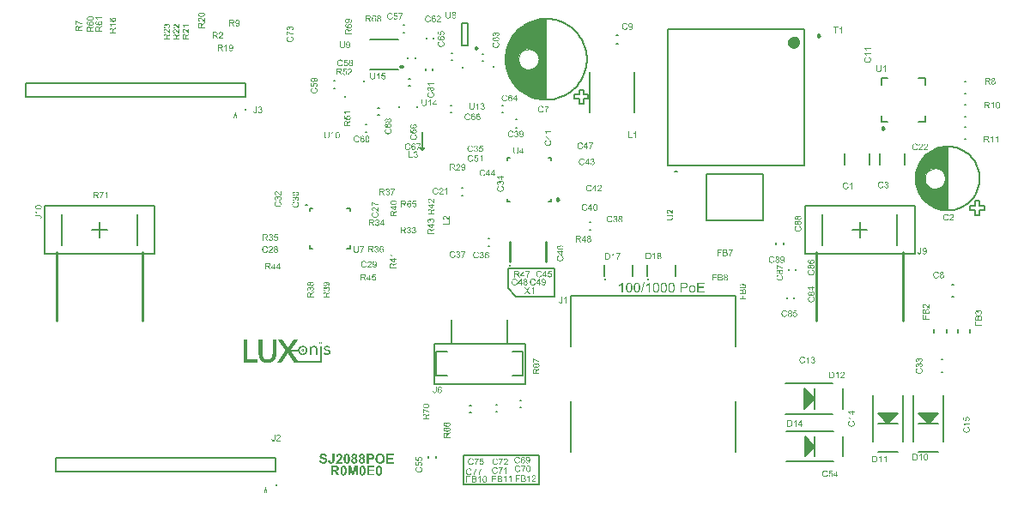
<source format=gto>
G04*
G04 #@! TF.GenerationSoftware,Altium Limited,Altium Designer,20.0.13 (296)*
G04*
G04 Layer_Color=65535*
%FSLAX44Y44*%
%MOMM*%
G71*
G01*
G75*
%ADD10C,0.2000*%
%ADD11C,0.1000*%
%ADD12C,0.2500*%
%ADD13C,0.2540*%
%ADD14C,0.3500*%
%ADD15C,0.6000*%
%ADD16C,0.2032*%
%ADD17C,0.1500*%
%ADD18C,0.2540*%
%ADD19C,0.1016*%
G36*
X402803Y168871D02*
X403042D01*
Y168841D01*
X403161D01*
Y168811D01*
X403250D01*
Y168781D01*
X403310D01*
Y168752D01*
X403369D01*
Y168722D01*
X403429D01*
Y168692D01*
X403459D01*
Y168662D01*
X403518D01*
Y168632D01*
X403548D01*
Y168603D01*
X403578D01*
Y168573D01*
X403608D01*
Y168543D01*
X403637D01*
Y168513D01*
X403667D01*
Y168483D01*
X403697D01*
Y168454D01*
X403727D01*
Y168424D01*
X403756D01*
Y168394D01*
Y168364D01*
X403786D01*
Y168334D01*
X403816D01*
Y168305D01*
Y168275D01*
X403846D01*
Y168245D01*
Y168215D01*
X403876D01*
Y168185D01*
Y168156D01*
X403905D01*
Y168126D01*
Y168096D01*
Y168066D01*
X403935D01*
Y168036D01*
Y168007D01*
Y167977D01*
Y167947D01*
X403965D01*
Y167917D01*
Y167888D01*
Y167858D01*
Y167828D01*
Y167798D01*
Y167768D01*
Y167739D01*
Y167709D01*
Y167679D01*
Y167649D01*
Y167619D01*
Y167590D01*
Y167560D01*
Y167530D01*
Y167500D01*
Y167470D01*
Y167441D01*
Y167411D01*
Y167381D01*
X403935D01*
Y167351D01*
Y167321D01*
Y167292D01*
Y167262D01*
X403905D01*
Y167232D01*
Y167202D01*
Y167173D01*
X403876D01*
Y167143D01*
Y167113D01*
X403846D01*
Y167083D01*
Y167053D01*
X403816D01*
Y167024D01*
Y166994D01*
X403786D01*
Y166964D01*
X403756D01*
Y166934D01*
Y166905D01*
X403727D01*
Y166875D01*
X403697D01*
Y166845D01*
X403667D01*
Y166815D01*
X403637D01*
Y166785D01*
X403608D01*
Y166756D01*
X403578D01*
Y166726D01*
X403548D01*
Y166696D01*
X403518D01*
Y166666D01*
X403459D01*
Y166636D01*
X403429D01*
Y166607D01*
X403369D01*
Y166577D01*
X403310D01*
Y166547D01*
X403250D01*
Y166517D01*
X403161D01*
Y166487D01*
X403042D01*
Y166458D01*
X402833D01*
Y166428D01*
X402625D01*
Y166458D01*
X402416D01*
Y166487D01*
X402297D01*
Y166517D01*
X402237D01*
Y166547D01*
X402148D01*
Y166577D01*
X402088D01*
Y166607D01*
X402059D01*
Y166636D01*
X401999D01*
Y166666D01*
X401969D01*
Y166696D01*
X401910D01*
Y166726D01*
X401880D01*
Y166756D01*
X401850D01*
Y166785D01*
X401820D01*
Y166815D01*
X401790D01*
Y166845D01*
X401761D01*
Y166875D01*
X401731D01*
Y166905D01*
Y166934D01*
X401701D01*
Y166964D01*
X401671D01*
Y166994D01*
Y167024D01*
X401642D01*
Y167053D01*
Y167083D01*
X401612D01*
Y167113D01*
Y167143D01*
X401582D01*
Y167173D01*
Y167202D01*
X401552D01*
Y167232D01*
Y167262D01*
Y167292D01*
X401522D01*
Y167321D01*
Y167351D01*
Y167381D01*
Y167411D01*
Y167441D01*
X401493D01*
Y167470D01*
Y167500D01*
Y167530D01*
Y167560D01*
Y167590D01*
Y167619D01*
Y167649D01*
Y167679D01*
Y167709D01*
Y167739D01*
Y167768D01*
Y167798D01*
Y167828D01*
Y167858D01*
Y167888D01*
X401522D01*
Y167917D01*
Y167947D01*
Y167977D01*
Y168007D01*
Y168036D01*
X401552D01*
Y168066D01*
Y168096D01*
Y168126D01*
X401582D01*
Y168156D01*
Y168185D01*
X401612D01*
Y168215D01*
Y168245D01*
X401642D01*
Y168275D01*
Y168305D01*
X401671D01*
Y168334D01*
Y168364D01*
X401701D01*
Y168394D01*
X401731D01*
Y168424D01*
Y168454D01*
X401761D01*
Y168483D01*
X401790D01*
Y168513D01*
X401820D01*
Y168543D01*
X401850D01*
Y168573D01*
X401880D01*
Y168603D01*
X401910D01*
Y168632D01*
X401969D01*
Y168662D01*
X401999D01*
Y168692D01*
X402059D01*
Y168722D01*
X402088D01*
Y168752D01*
X402148D01*
Y168781D01*
X402237D01*
Y168811D01*
X402327D01*
Y168841D01*
X402416D01*
Y168871D01*
X402654D01*
Y168900D01*
X402803D01*
Y168871D01*
D02*
G37*
G36*
X396160Y164730D02*
X396517D01*
Y164700D01*
X396696D01*
Y164670D01*
X396845D01*
Y164640D01*
X396964D01*
Y164611D01*
X397084D01*
Y164581D01*
X397173D01*
Y164551D01*
X397262D01*
Y164521D01*
X397352D01*
Y164492D01*
X397411D01*
Y164462D01*
X397471D01*
Y164432D01*
X397530D01*
Y164402D01*
X397590D01*
Y164372D01*
X397649D01*
Y164342D01*
X397709D01*
Y164313D01*
X397769D01*
Y164283D01*
X397799D01*
Y164253D01*
X397858D01*
Y164223D01*
X397888D01*
Y164194D01*
X397947D01*
Y164164D01*
X397977D01*
Y164134D01*
X398007D01*
Y164104D01*
X398067D01*
Y164074D01*
X398096D01*
Y164045D01*
X398126D01*
Y164015D01*
X398156D01*
Y163985D01*
X398186D01*
Y163955D01*
X398216D01*
Y163925D01*
X398245D01*
Y163896D01*
X398275D01*
Y163866D01*
X398305D01*
Y163836D01*
X398335D01*
Y163806D01*
X398364D01*
Y163776D01*
X398394D01*
Y163747D01*
X398424D01*
Y163717D01*
X398454D01*
Y163687D01*
X398484D01*
Y163657D01*
Y163627D01*
X398513D01*
Y163598D01*
X398543D01*
Y163568D01*
Y163538D01*
X398573D01*
Y163508D01*
X398603D01*
Y163479D01*
Y163449D01*
X398633D01*
Y163419D01*
X398662D01*
Y163389D01*
Y163359D01*
X398692D01*
Y163330D01*
Y163300D01*
X398722D01*
Y163270D01*
X398752D01*
Y163240D01*
Y163211D01*
X398782D01*
Y163181D01*
Y163151D01*
X398811D01*
Y163121D01*
Y163091D01*
Y163062D01*
X398841D01*
Y163032D01*
Y163002D01*
X398871D01*
Y162972D01*
Y162942D01*
X398901D01*
Y162913D01*
Y162883D01*
Y162853D01*
X398931D01*
Y162823D01*
Y162793D01*
Y162764D01*
X398960D01*
Y162734D01*
Y162704D01*
Y162674D01*
X398990D01*
Y162645D01*
Y162615D01*
Y162585D01*
Y162555D01*
X399020D01*
Y162525D01*
Y162495D01*
Y162466D01*
Y162436D01*
X399050D01*
Y162406D01*
Y162376D01*
Y162346D01*
Y162317D01*
Y162287D01*
X399080D01*
Y162257D01*
Y162227D01*
Y162198D01*
Y162168D01*
X399109D01*
Y162138D01*
Y162108D01*
Y162078D01*
Y162049D01*
Y162019D01*
Y161989D01*
Y161959D01*
Y161929D01*
X399139D01*
Y161900D01*
Y161870D01*
Y161840D01*
Y161810D01*
Y161780D01*
Y161751D01*
Y161721D01*
Y161691D01*
Y161661D01*
Y161632D01*
Y161602D01*
X399169D01*
Y161572D01*
Y161542D01*
Y161512D01*
Y161483D01*
Y161453D01*
Y161423D01*
Y161393D01*
Y161364D01*
Y161334D01*
Y161304D01*
Y161274D01*
Y161244D01*
Y161215D01*
Y161185D01*
Y161155D01*
Y161125D01*
Y161095D01*
Y161066D01*
Y161036D01*
Y161006D01*
Y160976D01*
Y160946D01*
Y160917D01*
Y160887D01*
Y160857D01*
Y160827D01*
Y160797D01*
Y160768D01*
Y160738D01*
Y160708D01*
Y160678D01*
Y160648D01*
Y160619D01*
Y160589D01*
Y160559D01*
Y160529D01*
Y160500D01*
Y160470D01*
Y160440D01*
Y160410D01*
Y160380D01*
Y160351D01*
Y160321D01*
Y160291D01*
Y160261D01*
Y160231D01*
Y160202D01*
Y160172D01*
Y160142D01*
Y160112D01*
Y160082D01*
Y160053D01*
Y160023D01*
Y159993D01*
Y159963D01*
Y159934D01*
Y159904D01*
Y159874D01*
Y159844D01*
Y159814D01*
Y159785D01*
Y159755D01*
Y159725D01*
Y159695D01*
Y159665D01*
Y159636D01*
Y159606D01*
Y159576D01*
Y159546D01*
Y159516D01*
Y159487D01*
Y159457D01*
Y159427D01*
Y159397D01*
Y159368D01*
Y159338D01*
Y159308D01*
Y159278D01*
Y159248D01*
Y159219D01*
Y159189D01*
Y159159D01*
Y159129D01*
Y159099D01*
Y159070D01*
Y159040D01*
Y159010D01*
Y158980D01*
Y158950D01*
Y158921D01*
Y158891D01*
Y158861D01*
Y158831D01*
Y158801D01*
Y158772D01*
Y158742D01*
Y158712D01*
Y158682D01*
Y158652D01*
Y158623D01*
Y158593D01*
Y158563D01*
Y158533D01*
Y158504D01*
Y158474D01*
Y158444D01*
Y158414D01*
Y158384D01*
Y158355D01*
Y158325D01*
Y158295D01*
Y158265D01*
Y158236D01*
Y158206D01*
Y158176D01*
Y158146D01*
Y158116D01*
Y158087D01*
Y158057D01*
Y158027D01*
Y157997D01*
Y157967D01*
Y157938D01*
Y157908D01*
Y157878D01*
Y157848D01*
Y157818D01*
Y157789D01*
Y157759D01*
Y157729D01*
Y157699D01*
Y157669D01*
Y157640D01*
Y157610D01*
Y157580D01*
Y157550D01*
Y157521D01*
Y157491D01*
Y157461D01*
Y157431D01*
Y157401D01*
Y157372D01*
Y157342D01*
Y157312D01*
Y157282D01*
Y157252D01*
Y157223D01*
Y157193D01*
Y157163D01*
Y157133D01*
Y157103D01*
Y157074D01*
Y157044D01*
Y157014D01*
Y156984D01*
Y156954D01*
Y156925D01*
Y156895D01*
Y156865D01*
Y156835D01*
Y156806D01*
Y156776D01*
Y156746D01*
Y156716D01*
Y156686D01*
Y156657D01*
Y156627D01*
Y156597D01*
Y156567D01*
Y156537D01*
Y156508D01*
Y156478D01*
Y156448D01*
Y156418D01*
Y156389D01*
Y156359D01*
Y156329D01*
Y156299D01*
Y156269D01*
Y156240D01*
Y156210D01*
Y156180D01*
Y156150D01*
Y156120D01*
Y156091D01*
Y156061D01*
Y156031D01*
Y156001D01*
Y155971D01*
Y155942D01*
X397739D01*
Y155971D01*
Y156001D01*
Y156031D01*
Y156061D01*
Y156091D01*
Y156120D01*
Y156150D01*
Y156180D01*
Y156210D01*
Y156240D01*
Y156269D01*
Y156299D01*
Y156329D01*
Y156359D01*
Y156389D01*
Y156418D01*
Y156448D01*
Y156478D01*
Y156508D01*
Y156537D01*
Y156567D01*
Y156597D01*
Y156627D01*
Y156657D01*
Y156686D01*
Y156716D01*
Y156746D01*
Y156776D01*
Y156806D01*
Y156835D01*
Y156865D01*
Y156895D01*
Y156925D01*
Y156954D01*
Y156984D01*
Y157014D01*
Y157044D01*
Y157074D01*
Y157103D01*
Y157133D01*
Y157163D01*
Y157193D01*
Y157223D01*
Y157252D01*
Y157282D01*
Y157312D01*
Y157342D01*
Y157372D01*
Y157401D01*
Y157431D01*
Y157461D01*
Y157491D01*
Y157521D01*
Y157550D01*
Y157580D01*
Y157610D01*
Y157640D01*
Y157669D01*
Y157699D01*
Y157729D01*
Y157759D01*
Y157789D01*
Y157818D01*
Y157848D01*
Y157878D01*
Y157908D01*
Y157938D01*
Y157967D01*
Y157997D01*
Y158027D01*
Y158057D01*
Y158087D01*
Y158116D01*
Y158146D01*
Y158176D01*
Y158206D01*
Y158236D01*
Y158265D01*
Y158295D01*
Y158325D01*
Y158355D01*
Y158384D01*
Y158414D01*
Y158444D01*
Y158474D01*
Y158504D01*
Y158533D01*
Y158563D01*
Y158593D01*
Y158623D01*
Y158652D01*
Y158682D01*
Y158712D01*
Y158742D01*
Y158772D01*
Y158801D01*
Y158831D01*
Y158861D01*
Y158891D01*
Y158921D01*
Y158950D01*
Y158980D01*
Y159010D01*
Y159040D01*
Y159070D01*
Y159099D01*
Y159129D01*
Y159159D01*
Y159189D01*
Y159219D01*
Y159248D01*
Y159278D01*
Y159308D01*
Y159338D01*
Y159368D01*
Y159397D01*
Y159427D01*
Y159457D01*
Y159487D01*
Y159516D01*
Y159546D01*
Y159576D01*
Y159606D01*
Y159636D01*
Y159665D01*
Y159695D01*
Y159725D01*
Y159755D01*
Y159785D01*
Y159814D01*
Y159844D01*
Y159874D01*
Y159904D01*
Y159934D01*
Y159963D01*
Y159993D01*
Y160023D01*
Y160053D01*
Y160082D01*
Y160112D01*
Y160142D01*
Y160172D01*
Y160202D01*
Y160231D01*
Y160261D01*
Y160291D01*
Y160321D01*
Y160351D01*
Y160380D01*
Y160410D01*
Y160440D01*
Y160470D01*
Y160500D01*
Y160529D01*
Y160559D01*
Y160589D01*
Y160619D01*
Y160648D01*
Y160678D01*
Y160708D01*
Y160738D01*
Y160768D01*
Y160797D01*
Y160827D01*
Y160857D01*
Y160887D01*
Y160917D01*
Y160946D01*
Y160976D01*
Y161006D01*
Y161036D01*
Y161066D01*
Y161095D01*
Y161125D01*
Y161155D01*
Y161185D01*
Y161215D01*
Y161244D01*
Y161274D01*
Y161304D01*
Y161334D01*
Y161364D01*
Y161393D01*
Y161423D01*
Y161453D01*
Y161483D01*
Y161512D01*
Y161542D01*
X397709D01*
Y161572D01*
Y161602D01*
Y161632D01*
Y161661D01*
Y161691D01*
Y161721D01*
Y161751D01*
X397679D01*
Y161780D01*
Y161810D01*
Y161840D01*
Y161870D01*
Y161900D01*
Y161929D01*
X397649D01*
Y161959D01*
Y161989D01*
Y162019D01*
Y162049D01*
X397620D01*
Y162078D01*
Y162108D01*
Y162138D01*
X397590D01*
Y162168D01*
Y162198D01*
Y162227D01*
X397560D01*
Y162257D01*
Y162287D01*
Y162317D01*
X397530D01*
Y162346D01*
Y162376D01*
X397501D01*
Y162406D01*
Y162436D01*
X397471D01*
Y162466D01*
Y162495D01*
Y162525D01*
X397441D01*
Y162555D01*
Y162585D01*
X397411D01*
Y162615D01*
X397381D01*
Y162645D01*
Y162674D01*
X397352D01*
Y162704D01*
X397322D01*
Y162734D01*
Y162764D01*
X397292D01*
Y162793D01*
X397262D01*
Y162823D01*
Y162853D01*
X397233D01*
Y162883D01*
X397203D01*
Y162913D01*
X397173D01*
Y162942D01*
X397143D01*
Y162972D01*
X397113D01*
Y163002D01*
X397084D01*
Y163032D01*
X397054D01*
Y163062D01*
X396994D01*
Y163091D01*
X396964D01*
Y163121D01*
X396935D01*
Y163151D01*
X396875D01*
Y163181D01*
X396815D01*
Y163211D01*
X396786D01*
Y163240D01*
X396726D01*
Y163270D01*
X396637D01*
Y163300D01*
X396577D01*
Y163330D01*
X396488D01*
Y163359D01*
X396368D01*
Y163389D01*
X396220D01*
Y163419D01*
X395951D01*
Y163449D01*
X395564D01*
Y163419D01*
X395266D01*
Y163389D01*
X395117D01*
Y163359D01*
X394968D01*
Y163330D01*
X394879D01*
Y163300D01*
X394790D01*
Y163270D01*
X394700D01*
Y163240D01*
X394641D01*
Y163211D01*
X394551D01*
Y163181D01*
X394492D01*
Y163151D01*
X394432D01*
Y163121D01*
X394402D01*
Y163091D01*
X394343D01*
Y163062D01*
X394313D01*
Y163032D01*
X394253D01*
Y163002D01*
X394224D01*
Y162972D01*
X394164D01*
Y162942D01*
X394134D01*
Y162913D01*
X394104D01*
Y162883D01*
X394075D01*
Y162853D01*
X394015D01*
Y162823D01*
X393985D01*
Y162793D01*
X393955D01*
Y162764D01*
X393926D01*
Y162734D01*
Y162704D01*
X393896D01*
Y162674D01*
X393866D01*
Y162645D01*
X393836D01*
Y162615D01*
X393806D01*
Y162585D01*
X393777D01*
Y162555D01*
X393747D01*
Y162525D01*
Y162495D01*
X393717D01*
Y162466D01*
X393687D01*
Y162436D01*
Y162406D01*
X393658D01*
Y162376D01*
X393628D01*
Y162346D01*
Y162317D01*
X393598D01*
Y162287D01*
Y162257D01*
X393568D01*
Y162227D01*
X393539D01*
Y162198D01*
Y162168D01*
X393509D01*
Y162138D01*
Y162108D01*
X393479D01*
Y162078D01*
Y162049D01*
X393449D01*
Y162019D01*
Y161989D01*
Y161959D01*
X393419D01*
Y161929D01*
Y161900D01*
X393390D01*
Y161870D01*
Y161840D01*
Y161810D01*
X393360D01*
Y161780D01*
Y161751D01*
Y161721D01*
X393330D01*
Y161691D01*
Y161661D01*
X393300D01*
Y161632D01*
Y161602D01*
Y161572D01*
Y161542D01*
X393270D01*
Y161512D01*
Y161483D01*
Y161453D01*
Y161423D01*
X393241D01*
Y161393D01*
Y161364D01*
Y161334D01*
Y161304D01*
X393211D01*
Y161274D01*
Y161244D01*
Y161215D01*
Y161185D01*
Y161155D01*
X393181D01*
Y161125D01*
Y161095D01*
Y161066D01*
Y161036D01*
Y161006D01*
Y160976D01*
X393151D01*
Y160946D01*
Y160917D01*
Y160887D01*
Y160857D01*
Y160827D01*
Y160797D01*
Y160768D01*
Y160738D01*
Y160708D01*
X393121D01*
Y160678D01*
Y160648D01*
Y160619D01*
Y160589D01*
Y160559D01*
Y160529D01*
Y160500D01*
Y160470D01*
Y160440D01*
Y160410D01*
Y160380D01*
Y160351D01*
Y160321D01*
Y160291D01*
Y160261D01*
Y160231D01*
Y160202D01*
Y160172D01*
Y160142D01*
Y160112D01*
Y160082D01*
Y160053D01*
Y160023D01*
Y159993D01*
Y159963D01*
Y159934D01*
Y159904D01*
Y159874D01*
Y159844D01*
Y159814D01*
Y159785D01*
Y159755D01*
Y159725D01*
Y159695D01*
Y159665D01*
Y159636D01*
Y159606D01*
Y159576D01*
Y159546D01*
Y159516D01*
Y159487D01*
Y159457D01*
Y159427D01*
Y159397D01*
Y159368D01*
Y159338D01*
Y159308D01*
Y159278D01*
Y159248D01*
Y159219D01*
Y159189D01*
Y159159D01*
Y159129D01*
Y159099D01*
Y159070D01*
Y159040D01*
Y159010D01*
Y158980D01*
Y158950D01*
Y158921D01*
Y158891D01*
Y158861D01*
Y158831D01*
Y158801D01*
Y158772D01*
Y158742D01*
Y158712D01*
Y158682D01*
Y158652D01*
Y158623D01*
Y158593D01*
Y158563D01*
Y158533D01*
Y158504D01*
Y158474D01*
Y158444D01*
Y158414D01*
Y158384D01*
Y158355D01*
Y158325D01*
Y158295D01*
Y158265D01*
Y158236D01*
Y158206D01*
Y158176D01*
Y158146D01*
Y158116D01*
Y158087D01*
Y158057D01*
Y158027D01*
Y157997D01*
Y157967D01*
Y157938D01*
Y157908D01*
Y157878D01*
Y157848D01*
Y157818D01*
Y157789D01*
Y157759D01*
Y157729D01*
Y157699D01*
Y157669D01*
Y157640D01*
Y157610D01*
Y157580D01*
Y157550D01*
Y157521D01*
Y157491D01*
Y157461D01*
Y157431D01*
Y157401D01*
Y157372D01*
Y157342D01*
Y157312D01*
Y157282D01*
Y157252D01*
Y157223D01*
Y157193D01*
Y157163D01*
Y157133D01*
Y157103D01*
Y157074D01*
Y157044D01*
Y157014D01*
Y156984D01*
Y156954D01*
Y156925D01*
Y156895D01*
Y156865D01*
Y156835D01*
Y156806D01*
Y156776D01*
Y156746D01*
Y156716D01*
Y156686D01*
Y156657D01*
Y156627D01*
Y156597D01*
Y156567D01*
Y156537D01*
Y156508D01*
Y156478D01*
Y156448D01*
Y156418D01*
Y156389D01*
Y156359D01*
Y156329D01*
Y156299D01*
Y156269D01*
Y156240D01*
Y156210D01*
Y156180D01*
Y156150D01*
Y156120D01*
Y156091D01*
Y156061D01*
Y156031D01*
Y156001D01*
Y155971D01*
Y155942D01*
X391692D01*
Y155971D01*
Y156001D01*
Y156031D01*
Y156061D01*
Y156091D01*
Y156120D01*
Y156150D01*
Y156180D01*
Y156210D01*
Y156240D01*
Y156269D01*
Y156299D01*
Y156329D01*
Y156359D01*
Y156389D01*
Y156418D01*
Y156448D01*
Y156478D01*
Y156508D01*
Y156537D01*
Y156567D01*
Y156597D01*
Y156627D01*
Y156657D01*
Y156686D01*
Y156716D01*
Y156746D01*
Y156776D01*
Y156806D01*
Y156835D01*
Y156865D01*
Y156895D01*
Y156925D01*
Y156954D01*
Y156984D01*
Y157014D01*
Y157044D01*
Y157074D01*
Y157103D01*
Y157133D01*
Y157163D01*
Y157193D01*
Y157223D01*
Y157252D01*
Y157282D01*
Y157312D01*
Y157342D01*
Y157372D01*
Y157401D01*
Y157431D01*
Y157461D01*
Y157491D01*
Y157521D01*
Y157550D01*
Y157580D01*
Y157610D01*
Y157640D01*
Y157669D01*
Y157699D01*
Y157729D01*
Y157759D01*
Y157789D01*
Y157818D01*
Y157848D01*
Y157878D01*
Y157908D01*
Y157938D01*
Y157967D01*
Y157997D01*
Y158027D01*
Y158057D01*
Y158087D01*
Y158116D01*
Y158146D01*
Y158176D01*
Y158206D01*
Y158236D01*
Y158265D01*
Y158295D01*
Y158325D01*
Y158355D01*
Y158384D01*
Y158414D01*
Y158444D01*
Y158474D01*
Y158504D01*
Y158533D01*
Y158563D01*
Y158593D01*
Y158623D01*
Y158652D01*
Y158682D01*
Y158712D01*
Y158742D01*
Y158772D01*
Y158801D01*
Y158831D01*
Y158861D01*
Y158891D01*
Y158921D01*
Y158950D01*
Y158980D01*
Y159010D01*
Y159040D01*
Y159070D01*
Y159099D01*
Y159129D01*
Y159159D01*
Y159189D01*
Y159219D01*
Y159248D01*
Y159278D01*
Y159308D01*
Y159338D01*
Y159368D01*
Y159397D01*
Y159427D01*
Y159457D01*
Y159487D01*
Y159516D01*
Y159546D01*
Y159576D01*
Y159606D01*
Y159636D01*
Y159665D01*
Y159695D01*
Y159725D01*
Y159755D01*
Y159785D01*
Y159814D01*
Y159844D01*
Y159874D01*
Y159904D01*
Y159934D01*
Y159963D01*
Y159993D01*
Y160023D01*
Y160053D01*
Y160082D01*
Y160112D01*
Y160142D01*
Y160172D01*
Y160202D01*
Y160231D01*
Y160261D01*
Y160291D01*
Y160321D01*
Y160351D01*
Y160380D01*
Y160410D01*
Y160440D01*
Y160470D01*
Y160500D01*
Y160529D01*
Y160559D01*
Y160589D01*
Y160619D01*
Y160648D01*
Y160678D01*
Y160708D01*
Y160738D01*
Y160768D01*
Y160797D01*
Y160827D01*
Y160857D01*
Y160887D01*
Y160917D01*
Y160946D01*
Y160976D01*
Y161006D01*
Y161036D01*
Y161066D01*
Y161095D01*
Y161125D01*
Y161155D01*
Y161185D01*
Y161215D01*
Y161244D01*
Y161274D01*
Y161304D01*
Y161334D01*
Y161364D01*
Y161393D01*
Y161423D01*
Y161453D01*
Y161483D01*
Y161512D01*
Y161542D01*
Y161572D01*
Y161602D01*
Y161632D01*
Y161661D01*
Y161691D01*
Y161721D01*
Y161751D01*
Y161780D01*
Y161810D01*
Y161840D01*
Y161870D01*
Y161900D01*
Y161929D01*
Y161959D01*
Y161989D01*
Y162019D01*
Y162049D01*
Y162078D01*
Y162108D01*
Y162138D01*
Y162168D01*
Y162198D01*
Y162227D01*
Y162257D01*
Y162287D01*
Y162317D01*
Y162346D01*
Y162376D01*
Y162406D01*
Y162436D01*
Y162466D01*
Y162495D01*
Y162525D01*
Y162555D01*
Y162585D01*
Y162615D01*
Y162645D01*
Y162674D01*
Y162704D01*
Y162734D01*
Y162764D01*
Y162793D01*
Y162823D01*
Y162853D01*
Y162883D01*
Y162913D01*
Y162942D01*
Y162972D01*
Y163002D01*
Y163032D01*
Y163062D01*
Y163091D01*
X391662D01*
Y163121D01*
Y163151D01*
Y163181D01*
Y163211D01*
Y163240D01*
Y163270D01*
Y163300D01*
Y163330D01*
Y163359D01*
Y163389D01*
Y163419D01*
Y163449D01*
Y163479D01*
Y163508D01*
Y163538D01*
Y163568D01*
Y163598D01*
Y163627D01*
Y163657D01*
Y163687D01*
X391632D01*
Y163717D01*
Y163747D01*
Y163776D01*
Y163806D01*
Y163836D01*
Y163866D01*
Y163896D01*
Y163925D01*
Y163955D01*
Y163985D01*
Y164015D01*
Y164045D01*
Y164074D01*
Y164104D01*
Y164134D01*
Y164164D01*
Y164194D01*
Y164223D01*
Y164253D01*
Y164283D01*
Y164313D01*
X391602D01*
Y164342D01*
Y164372D01*
Y164402D01*
Y164432D01*
Y164462D01*
Y164492D01*
Y164521D01*
X392972D01*
Y164492D01*
Y164462D01*
Y164432D01*
Y164402D01*
Y164372D01*
Y164342D01*
Y164313D01*
Y164283D01*
Y164253D01*
Y164223D01*
Y164194D01*
Y164164D01*
Y164134D01*
Y164104D01*
Y164074D01*
Y164045D01*
Y164015D01*
Y163985D01*
Y163955D01*
Y163925D01*
Y163896D01*
Y163866D01*
Y163836D01*
Y163806D01*
Y163776D01*
Y163747D01*
Y163717D01*
Y163687D01*
X393002D01*
Y163657D01*
Y163627D01*
Y163598D01*
Y163568D01*
Y163538D01*
Y163508D01*
Y163479D01*
Y163449D01*
Y163419D01*
Y163389D01*
Y163359D01*
Y163330D01*
Y163300D01*
Y163270D01*
Y163240D01*
Y163211D01*
Y163181D01*
Y163151D01*
Y163121D01*
X393062D01*
Y163151D01*
Y163181D01*
X393092D01*
Y163211D01*
Y163240D01*
X393121D01*
Y163270D01*
Y163300D01*
X393151D01*
Y163330D01*
X393181D01*
Y163359D01*
Y163389D01*
X393211D01*
Y163419D01*
X393241D01*
Y163449D01*
Y163479D01*
X393270D01*
Y163508D01*
X393300D01*
Y163538D01*
Y163568D01*
X393330D01*
Y163598D01*
X393360D01*
Y163627D01*
X393390D01*
Y163657D01*
X393419D01*
Y163687D01*
X393449D01*
Y163717D01*
Y163747D01*
X393479D01*
Y163776D01*
X393509D01*
Y163806D01*
X393539D01*
Y163836D01*
X393568D01*
Y163866D01*
X393598D01*
Y163896D01*
X393628D01*
Y163925D01*
X393687D01*
Y163955D01*
X393717D01*
Y163985D01*
X393747D01*
Y164015D01*
X393777D01*
Y164045D01*
X393806D01*
Y164074D01*
X393866D01*
Y164104D01*
X393896D01*
Y164134D01*
X393955D01*
Y164164D01*
X393985D01*
Y164194D01*
X394015D01*
Y164223D01*
X394075D01*
Y164253D01*
X394134D01*
Y164283D01*
X394164D01*
Y164313D01*
X394224D01*
Y164342D01*
X394283D01*
Y164372D01*
X394343D01*
Y164402D01*
X394402D01*
Y164432D01*
X394462D01*
Y164462D01*
X394521D01*
Y164492D01*
X394611D01*
Y164521D01*
X394670D01*
Y164551D01*
X394760D01*
Y164581D01*
X394849D01*
Y164611D01*
X394968D01*
Y164640D01*
X395058D01*
Y164670D01*
X395207D01*
Y164700D01*
X395385D01*
Y164730D01*
X395683D01*
Y164760D01*
X396160D01*
Y164730D01*
D02*
G37*
G36*
X380312Y170896D02*
X380282D01*
Y170867D01*
X380252D01*
Y170837D01*
Y170807D01*
X380222D01*
Y170777D01*
X380192D01*
Y170747D01*
Y170718D01*
X380163D01*
Y170688D01*
X380133D01*
Y170658D01*
X380103D01*
Y170628D01*
Y170599D01*
X380073D01*
Y170569D01*
X380043D01*
Y170539D01*
Y170509D01*
X380014D01*
Y170479D01*
X379984D01*
Y170450D01*
X379954D01*
Y170420D01*
Y170390D01*
X379924D01*
Y170360D01*
X379894D01*
Y170330D01*
Y170301D01*
X379865D01*
Y170271D01*
X379835D01*
Y170241D01*
X379805D01*
Y170211D01*
Y170181D01*
X379775D01*
Y170152D01*
X379745D01*
Y170122D01*
Y170092D01*
X379716D01*
Y170062D01*
X379686D01*
Y170033D01*
X379656D01*
Y170003D01*
Y169973D01*
X379626D01*
Y169943D01*
X379596D01*
Y169913D01*
Y169883D01*
X379567D01*
Y169854D01*
X379537D01*
Y169824D01*
Y169794D01*
X379507D01*
Y169764D01*
X379477D01*
Y169735D01*
X379448D01*
Y169705D01*
Y169675D01*
X379418D01*
Y169645D01*
X379388D01*
Y169615D01*
Y169586D01*
X379358D01*
Y169556D01*
X379328D01*
Y169526D01*
X379299D01*
Y169496D01*
Y169466D01*
X379269D01*
Y169437D01*
X379239D01*
Y169407D01*
Y169377D01*
X379209D01*
Y169347D01*
X379179D01*
Y169317D01*
X379150D01*
Y169288D01*
Y169258D01*
X379120D01*
Y169228D01*
X379090D01*
Y169198D01*
Y169168D01*
X379060D01*
Y169139D01*
X379031D01*
Y169109D01*
X379001D01*
Y169079D01*
Y169049D01*
X378971D01*
Y169020D01*
X378941D01*
Y168990D01*
Y168960D01*
X378911D01*
Y168930D01*
X378882D01*
Y168900D01*
Y168871D01*
X378852D01*
Y168841D01*
X378822D01*
Y168811D01*
X378792D01*
Y168781D01*
Y168752D01*
X378762D01*
Y168722D01*
X378733D01*
Y168692D01*
Y168662D01*
X378703D01*
Y168632D01*
X378673D01*
Y168603D01*
X378643D01*
Y168573D01*
Y168543D01*
X378614D01*
Y168513D01*
X378584D01*
Y168483D01*
Y168454D01*
X378554D01*
Y168424D01*
X378524D01*
Y168394D01*
X378494D01*
Y168364D01*
Y168334D01*
X378465D01*
Y168305D01*
X378435D01*
Y168275D01*
Y168245D01*
X378405D01*
Y168215D01*
X378375D01*
Y168185D01*
X378345D01*
Y168156D01*
Y168126D01*
X378316D01*
Y168096D01*
X378286D01*
Y168066D01*
Y168036D01*
X378256D01*
Y168007D01*
X378226D01*
Y167977D01*
X378196D01*
Y167947D01*
Y167917D01*
X378167D01*
Y167888D01*
X378137D01*
Y167858D01*
Y167828D01*
X378107D01*
Y167798D01*
X378077D01*
Y167768D01*
Y167739D01*
X378047D01*
Y167709D01*
X378018D01*
Y167679D01*
X377988D01*
Y167649D01*
Y167619D01*
X377958D01*
Y167590D01*
X377928D01*
Y167560D01*
Y167530D01*
X377898D01*
Y167500D01*
X377869D01*
Y167470D01*
X377839D01*
Y167441D01*
Y167411D01*
X377809D01*
Y167381D01*
X377779D01*
Y167351D01*
Y167321D01*
X377750D01*
Y167292D01*
X377720D01*
Y167262D01*
X377690D01*
Y167232D01*
Y167202D01*
X377660D01*
Y167173D01*
X377630D01*
Y167143D01*
Y167113D01*
X377601D01*
Y167083D01*
X377571D01*
Y167053D01*
X377541D01*
Y167024D01*
Y166994D01*
X377511D01*
Y166964D01*
X377481D01*
Y166934D01*
Y166905D01*
X377452D01*
Y166875D01*
X377422D01*
Y166845D01*
X377392D01*
Y166815D01*
Y166785D01*
X377362D01*
Y166756D01*
X377332D01*
Y166726D01*
Y166696D01*
X377303D01*
Y166666D01*
X377273D01*
Y166636D01*
Y166607D01*
X377243D01*
Y166577D01*
X377213D01*
Y166547D01*
X377183D01*
Y166517D01*
Y166487D01*
X377154D01*
Y166458D01*
X377124D01*
Y166428D01*
Y166398D01*
X377094D01*
Y166368D01*
X377064D01*
Y166339D01*
X377035D01*
Y166309D01*
Y166279D01*
X377005D01*
Y166249D01*
X376975D01*
Y166219D01*
Y166189D01*
X376945D01*
Y166160D01*
X376915D01*
Y166130D01*
X376886D01*
Y166100D01*
Y166070D01*
X376856D01*
Y166041D01*
X376826D01*
Y166011D01*
Y165981D01*
X376796D01*
Y165951D01*
X376767D01*
Y165921D01*
X376737D01*
Y165892D01*
Y165862D01*
X376707D01*
Y165832D01*
X376677D01*
Y165802D01*
Y165772D01*
X376647D01*
Y165743D01*
X376618D01*
Y165713D01*
X376588D01*
Y165683D01*
Y165653D01*
X376558D01*
Y165623D01*
X376528D01*
Y165594D01*
Y165564D01*
X376498D01*
Y165534D01*
X376469D01*
Y165504D01*
Y165474D01*
X376439D01*
Y165445D01*
X376409D01*
Y165415D01*
X376379D01*
Y165385D01*
Y165355D01*
X376349D01*
Y165326D01*
X376320D01*
Y165296D01*
Y165266D01*
X376290D01*
Y165236D01*
X376260D01*
Y165206D01*
X376230D01*
Y165177D01*
Y165147D01*
X376200D01*
Y165117D01*
X376171D01*
Y165087D01*
Y165058D01*
X376141D01*
Y165028D01*
X376111D01*
Y164998D01*
X376081D01*
Y164968D01*
Y164938D01*
X376051D01*
Y164909D01*
X376022D01*
Y164879D01*
Y164849D01*
X375992D01*
Y164819D01*
X375962D01*
Y164789D01*
X375932D01*
Y164760D01*
Y164730D01*
X375902D01*
Y164700D01*
X375873D01*
Y164670D01*
Y164640D01*
X375843D01*
Y164611D01*
X375813D01*
Y164581D01*
Y164551D01*
X375783D01*
Y164521D01*
X375754D01*
Y164492D01*
X375724D01*
Y164462D01*
Y164432D01*
X375694D01*
Y164402D01*
X375664D01*
Y164372D01*
Y164342D01*
X375634D01*
Y164313D01*
X375605D01*
Y164283D01*
X375575D01*
Y164253D01*
Y164223D01*
X375545D01*
Y164194D01*
X375515D01*
Y164164D01*
Y164134D01*
X375485D01*
Y164104D01*
X375456D01*
Y164074D01*
X375426D01*
Y164045D01*
Y164015D01*
X375396D01*
Y163985D01*
X375366D01*
Y163955D01*
Y163925D01*
X375336D01*
Y163896D01*
X375307D01*
Y163866D01*
X375277D01*
Y163836D01*
Y163806D01*
X375247D01*
Y163776D01*
X375217D01*
Y163747D01*
Y163717D01*
X375188D01*
Y163687D01*
X375158D01*
Y163657D01*
X375128D01*
Y163627D01*
Y163598D01*
X375098D01*
Y163568D01*
X375068D01*
Y163538D01*
Y163508D01*
X375039D01*
Y163479D01*
X375009D01*
Y163449D01*
Y163419D01*
X374979D01*
Y163389D01*
X374949D01*
Y163359D01*
X374919D01*
Y163330D01*
Y163300D01*
X374890D01*
Y163270D01*
X374860D01*
Y163240D01*
Y163211D01*
X374830D01*
Y163181D01*
X374800D01*
Y163151D01*
X374771D01*
Y163121D01*
Y163091D01*
X374741D01*
Y163062D01*
X374711D01*
Y163032D01*
Y163002D01*
X374681D01*
Y162972D01*
X374651D01*
Y162942D01*
X374622D01*
Y162913D01*
Y162883D01*
X374592D01*
Y162853D01*
X374562D01*
Y162823D01*
Y162793D01*
X374532D01*
Y162764D01*
X374502D01*
Y162734D01*
X374473D01*
Y162704D01*
Y162674D01*
X374443D01*
Y162645D01*
X374413D01*
Y162615D01*
Y162585D01*
X374383D01*
Y162555D01*
X374353D01*
Y162525D01*
X374324D01*
Y162495D01*
Y162466D01*
X374294D01*
Y162436D01*
X374264D01*
Y162406D01*
Y162376D01*
X374234D01*
Y162346D01*
X374204D01*
Y162317D01*
Y162287D01*
X374175D01*
Y162257D01*
X374145D01*
Y162227D01*
X374115D01*
Y162198D01*
Y162168D01*
X374085D01*
Y162138D01*
X374055D01*
Y162108D01*
Y162078D01*
X374026D01*
Y162049D01*
X373996D01*
Y162019D01*
X373966D01*
Y161989D01*
Y161959D01*
X373936D01*
Y161929D01*
X373907D01*
Y161900D01*
Y161870D01*
X373877D01*
Y161840D01*
X373847D01*
Y161810D01*
X373817D01*
Y161780D01*
Y161751D01*
X373787D01*
Y161721D01*
X373758D01*
Y161691D01*
Y161661D01*
X373728D01*
Y161632D01*
X373698D01*
Y161602D01*
X373668D01*
Y161572D01*
Y161542D01*
X373638D01*
Y161512D01*
X373609D01*
Y161483D01*
Y161453D01*
X373579D01*
Y161423D01*
X373549D01*
Y161393D01*
Y161364D01*
X373519D01*
Y161334D01*
X373489D01*
Y161304D01*
X373460D01*
Y161274D01*
Y161244D01*
X373430D01*
Y161215D01*
X373400D01*
Y161185D01*
Y161155D01*
X373370D01*
Y161125D01*
X373341D01*
Y161095D01*
X373311D01*
Y161066D01*
Y161036D01*
X373281D01*
Y161006D01*
X373251D01*
Y160976D01*
Y160946D01*
X380341D01*
Y160976D01*
Y161006D01*
Y161036D01*
Y161066D01*
X380371D01*
Y161095D01*
Y161125D01*
Y161155D01*
Y161185D01*
Y161215D01*
X380401D01*
Y161244D01*
Y161274D01*
Y161304D01*
Y161334D01*
Y161364D01*
X380431D01*
Y161393D01*
Y161423D01*
Y161453D01*
Y161483D01*
X380460D01*
Y161512D01*
Y161542D01*
Y161572D01*
Y161602D01*
X380490D01*
Y161632D01*
Y161661D01*
Y161691D01*
Y161721D01*
X380520D01*
Y161751D01*
Y161780D01*
Y161810D01*
X380550D01*
Y161840D01*
Y161870D01*
Y161900D01*
X380580D01*
Y161929D01*
Y161959D01*
X380609D01*
Y161989D01*
Y162019D01*
Y162049D01*
X380639D01*
Y162078D01*
Y162108D01*
X380669D01*
Y162138D01*
Y162168D01*
X380699D01*
Y162198D01*
Y162227D01*
Y162257D01*
X380729D01*
Y162287D01*
Y162317D01*
X380758D01*
Y162346D01*
Y162376D01*
X380788D01*
Y162406D01*
Y162436D01*
X380818D01*
Y162466D01*
X380848D01*
Y162495D01*
Y162525D01*
X380877D01*
Y162555D01*
Y162585D01*
X380907D01*
Y162615D01*
Y162645D01*
X380937D01*
Y162674D01*
Y162704D01*
X380967D01*
Y162734D01*
X380997D01*
Y162764D01*
Y162793D01*
X381026D01*
Y162823D01*
X381056D01*
Y162853D01*
Y162883D01*
X381086D01*
Y162913D01*
X381116D01*
Y162942D01*
Y162972D01*
X381146D01*
Y163002D01*
X381175D01*
Y163032D01*
X381205D01*
Y163062D01*
Y163091D01*
X381235D01*
Y163121D01*
X381265D01*
Y163151D01*
X381295D01*
Y163181D01*
X381324D01*
Y163211D01*
X381354D01*
Y163240D01*
Y163270D01*
X381384D01*
Y163300D01*
X381414D01*
Y163330D01*
X381444D01*
Y163359D01*
X381473D01*
Y163389D01*
X381503D01*
Y163419D01*
X381533D01*
Y163449D01*
X381563D01*
Y163479D01*
X381592D01*
Y163508D01*
X381622D01*
Y163538D01*
X381652D01*
Y163568D01*
X381682D01*
Y163598D01*
X381712D01*
Y163627D01*
X381741D01*
Y163657D01*
X381771D01*
Y163687D01*
X381831D01*
Y163717D01*
X381861D01*
Y163747D01*
X381890D01*
Y163776D01*
X381920D01*
Y163806D01*
X381980D01*
Y163836D01*
X382010D01*
Y163866D01*
X382039D01*
Y163896D01*
X382069D01*
Y163925D01*
X382129D01*
Y163955D01*
X382188D01*
Y163985D01*
X382218D01*
Y164015D01*
X382278D01*
Y164045D01*
X382308D01*
Y164074D01*
X382367D01*
Y164104D01*
X382397D01*
Y164134D01*
X382456D01*
Y164164D01*
X382516D01*
Y164194D01*
X382576D01*
Y164223D01*
X382635D01*
Y164253D01*
X382695D01*
Y164283D01*
X382754D01*
Y164313D01*
X382814D01*
Y164342D01*
X382873D01*
Y164372D01*
X382963D01*
Y164402D01*
X383022D01*
Y164432D01*
X383112D01*
Y164462D01*
X383201D01*
Y164492D01*
X383290D01*
Y164521D01*
X383380D01*
Y164551D01*
X383469D01*
Y164581D01*
X383588D01*
Y164611D01*
X383708D01*
Y164640D01*
X383857D01*
Y164670D01*
X384035D01*
Y164700D01*
X384244D01*
Y164730D01*
X384601D01*
Y164760D01*
X385167D01*
Y164730D01*
X385495D01*
Y164700D01*
X385704D01*
Y164670D01*
X385882D01*
Y164640D01*
X386061D01*
Y164611D01*
X386150D01*
Y164581D01*
X386270D01*
Y164551D01*
X386389D01*
Y164521D01*
X386478D01*
Y164492D01*
X386567D01*
Y164462D01*
X386627D01*
Y164432D01*
X386716D01*
Y164402D01*
X386806D01*
Y164372D01*
X386865D01*
Y164342D01*
X386925D01*
Y164313D01*
X386984D01*
Y164283D01*
X387044D01*
Y164253D01*
X387104D01*
Y164223D01*
X387163D01*
Y164194D01*
X387223D01*
Y164164D01*
X387282D01*
Y164134D01*
X387342D01*
Y164104D01*
X387372D01*
Y164074D01*
X387431D01*
Y164045D01*
X387491D01*
Y164015D01*
X387521D01*
Y163985D01*
X387580D01*
Y163955D01*
X387610D01*
Y163925D01*
X387670D01*
Y163896D01*
X387700D01*
Y163866D01*
X387729D01*
Y163836D01*
X387789D01*
Y163806D01*
X387819D01*
Y163776D01*
X387849D01*
Y163747D01*
X387878D01*
Y163717D01*
X387938D01*
Y163687D01*
X387968D01*
Y163657D01*
X387997D01*
Y163627D01*
X388027D01*
Y163598D01*
X388057D01*
Y163568D01*
X388087D01*
Y163538D01*
X388117D01*
Y163508D01*
X388146D01*
Y163479D01*
X388176D01*
Y163449D01*
X388206D01*
Y163419D01*
X388236D01*
Y163389D01*
X388266D01*
Y163359D01*
X388295D01*
Y163330D01*
X388325D01*
Y163300D01*
X388355D01*
Y163270D01*
X388385D01*
Y163240D01*
X388414D01*
Y163211D01*
Y163181D01*
X388444D01*
Y163151D01*
X388474D01*
Y163121D01*
X388504D01*
Y163091D01*
X388534D01*
Y163062D01*
X388563D01*
Y163032D01*
Y163002D01*
X388593D01*
Y162972D01*
X388623D01*
Y162942D01*
Y162913D01*
X388653D01*
Y162883D01*
X388683D01*
Y162853D01*
Y162823D01*
X388712D01*
Y162793D01*
X388742D01*
Y162764D01*
Y162734D01*
X388772D01*
Y162704D01*
X388802D01*
Y162674D01*
Y162645D01*
X388831D01*
Y162615D01*
X388861D01*
Y162585D01*
Y162555D01*
X388891D01*
Y162525D01*
Y162495D01*
X388921D01*
Y162466D01*
Y162436D01*
X388951D01*
Y162406D01*
Y162376D01*
X388980D01*
Y162346D01*
Y162317D01*
X389010D01*
Y162287D01*
Y162257D01*
X389040D01*
Y162227D01*
Y162198D01*
X389070D01*
Y162168D01*
Y162138D01*
X389100D01*
Y162108D01*
Y162078D01*
Y162049D01*
X389129D01*
Y162019D01*
Y161989D01*
X389159D01*
Y161959D01*
Y161929D01*
Y161900D01*
X389189D01*
Y161870D01*
Y161840D01*
X389219D01*
Y161810D01*
Y161780D01*
Y161751D01*
X389249D01*
Y161721D01*
Y161691D01*
Y161661D01*
Y161632D01*
X389278D01*
Y161602D01*
Y161572D01*
Y161542D01*
X389308D01*
Y161512D01*
Y161483D01*
Y161453D01*
Y161423D01*
X389338D01*
Y161393D01*
Y161364D01*
Y161334D01*
Y161304D01*
Y161274D01*
X389368D01*
Y161244D01*
Y161215D01*
Y161185D01*
Y161155D01*
Y161125D01*
X389398D01*
Y161095D01*
Y161066D01*
Y161036D01*
Y161006D01*
Y160976D01*
Y160946D01*
Y160917D01*
X389427D01*
Y160887D01*
Y160857D01*
Y160827D01*
Y160797D01*
Y160768D01*
Y160738D01*
Y160708D01*
Y160678D01*
Y160648D01*
Y160619D01*
X389457D01*
Y160589D01*
Y160559D01*
Y160529D01*
Y160500D01*
Y160470D01*
Y160440D01*
Y160410D01*
Y160380D01*
Y160351D01*
Y160321D01*
Y160291D01*
Y160261D01*
Y160231D01*
Y160202D01*
Y160172D01*
Y160142D01*
Y160112D01*
Y160082D01*
Y160053D01*
Y160023D01*
Y159993D01*
Y159963D01*
Y159934D01*
Y159904D01*
Y159874D01*
X389427D01*
Y159844D01*
Y159814D01*
Y159785D01*
Y159755D01*
Y159725D01*
Y159695D01*
Y159665D01*
Y159636D01*
Y159606D01*
Y159576D01*
Y159546D01*
X389398D01*
Y159516D01*
Y159487D01*
Y159457D01*
Y159427D01*
Y159397D01*
Y159368D01*
X389368D01*
Y159338D01*
Y159308D01*
Y159278D01*
Y159248D01*
Y159219D01*
Y159189D01*
X389338D01*
Y159159D01*
Y159129D01*
Y159099D01*
Y159070D01*
X389308D01*
Y159040D01*
Y159010D01*
Y158980D01*
Y158950D01*
X389278D01*
Y158921D01*
Y158891D01*
Y158861D01*
Y158831D01*
X389249D01*
Y158801D01*
Y158772D01*
Y158742D01*
X389219D01*
Y158712D01*
Y158682D01*
Y158652D01*
X389189D01*
Y158623D01*
Y158593D01*
Y158563D01*
X389159D01*
Y158533D01*
Y158504D01*
X389129D01*
Y158474D01*
Y158444D01*
Y158414D01*
X389100D01*
Y158384D01*
Y158355D01*
X389070D01*
Y158325D01*
Y158295D01*
X389040D01*
Y158265D01*
Y158236D01*
Y158206D01*
X389010D01*
Y158176D01*
Y158146D01*
X388980D01*
Y158116D01*
X388951D01*
Y158087D01*
Y158057D01*
X388921D01*
Y158027D01*
Y157997D01*
X388891D01*
Y157967D01*
Y157938D01*
X388861D01*
Y157908D01*
Y157878D01*
X388831D01*
Y157848D01*
Y157818D01*
X388802D01*
Y157789D01*
X388772D01*
Y157759D01*
Y157729D01*
X388742D01*
Y157699D01*
X388712D01*
Y157669D01*
Y157640D01*
X388683D01*
Y157610D01*
X388653D01*
Y157580D01*
Y157550D01*
X388623D01*
Y157521D01*
X388593D01*
Y157491D01*
Y157461D01*
X388563D01*
Y157431D01*
X388534D01*
Y157401D01*
X388504D01*
Y157372D01*
X388474D01*
Y157342D01*
Y157312D01*
X388444D01*
Y157282D01*
X388414D01*
Y157252D01*
X388385D01*
Y157223D01*
X388355D01*
Y157193D01*
X388325D01*
Y157163D01*
Y157133D01*
X388295D01*
Y157103D01*
X388266D01*
Y157074D01*
X388236D01*
Y157044D01*
X388206D01*
Y157014D01*
X388176D01*
Y156984D01*
X388146D01*
Y156954D01*
X388117D01*
Y156925D01*
X388087D01*
Y156895D01*
X388057D01*
Y156865D01*
X388027D01*
Y156835D01*
X387968D01*
Y156806D01*
X387938D01*
Y156776D01*
X387908D01*
Y156746D01*
X387878D01*
Y156716D01*
X387819D01*
Y156686D01*
X387789D01*
Y156657D01*
X387759D01*
Y156627D01*
X387729D01*
Y156597D01*
X387670D01*
Y156567D01*
X387640D01*
Y156537D01*
X387580D01*
Y156508D01*
X387551D01*
Y156478D01*
X387491D01*
Y156448D01*
X387461D01*
Y156418D01*
X387402D01*
Y156389D01*
X387342D01*
Y156359D01*
X387312D01*
Y156329D01*
X387253D01*
Y156299D01*
X387193D01*
Y156269D01*
X387133D01*
Y156240D01*
X387074D01*
Y156210D01*
X387014D01*
Y156180D01*
X386955D01*
Y156150D01*
X386895D01*
Y156120D01*
X386806D01*
Y156091D01*
X386746D01*
Y156061D01*
X386657D01*
Y156031D01*
X386597D01*
Y156001D01*
X386508D01*
Y155971D01*
X386418D01*
Y155942D01*
X386299D01*
Y155912D01*
X386210D01*
Y155882D01*
X386091D01*
Y155852D01*
X385942D01*
Y155822D01*
X385763D01*
Y155793D01*
X385614D01*
Y155763D01*
X385286D01*
Y155733D01*
X384482D01*
Y155763D01*
X384125D01*
Y155793D01*
X383976D01*
Y155822D01*
X383797D01*
Y155852D01*
X383648D01*
Y155882D01*
X383559D01*
Y155912D01*
X383439D01*
Y155942D01*
X383350D01*
Y155971D01*
X383261D01*
Y156001D01*
X383171D01*
Y156031D01*
X383082D01*
Y156061D01*
X382993D01*
Y156091D01*
X382933D01*
Y156120D01*
X382844D01*
Y156150D01*
X382784D01*
Y156180D01*
X382724D01*
Y156210D01*
X382665D01*
Y156240D01*
X382605D01*
Y156269D01*
X382546D01*
Y156299D01*
X382486D01*
Y156329D01*
X382427D01*
Y156359D01*
X382397D01*
Y156389D01*
X382337D01*
Y156418D01*
X382308D01*
Y156448D01*
X382248D01*
Y156478D01*
X382218D01*
Y156508D01*
X382159D01*
Y156537D01*
X382099D01*
Y156567D01*
X382069D01*
Y156597D01*
X382039D01*
Y156627D01*
X381980D01*
Y156657D01*
X381950D01*
Y156686D01*
X381920D01*
Y156716D01*
X381890D01*
Y156746D01*
X381831D01*
Y156776D01*
X381801D01*
Y156806D01*
X381771D01*
Y156835D01*
X381741D01*
Y156865D01*
X381712D01*
Y156895D01*
X381682D01*
Y156925D01*
X381652D01*
Y156954D01*
X381622D01*
Y156984D01*
X381563D01*
Y157014D01*
Y157044D01*
X381533D01*
Y157074D01*
X381503D01*
Y157103D01*
X381473D01*
Y157133D01*
X381444D01*
Y157163D01*
X381414D01*
Y157193D01*
X381384D01*
Y157223D01*
X381354D01*
Y157252D01*
X381324D01*
Y157282D01*
Y157312D01*
X381295D01*
Y157342D01*
X381265D01*
Y157372D01*
X381235D01*
Y157401D01*
X381205D01*
Y157431D01*
X381175D01*
Y157461D01*
Y157491D01*
X381146D01*
Y157521D01*
X381116D01*
Y157550D01*
Y157580D01*
X381086D01*
Y157610D01*
X381056D01*
Y157640D01*
Y157669D01*
X381026D01*
Y157699D01*
X380997D01*
Y157729D01*
Y157759D01*
X380967D01*
Y157789D01*
X380937D01*
Y157818D01*
Y157848D01*
X380907D01*
Y157878D01*
Y157908D01*
X380877D01*
Y157938D01*
X380848D01*
Y157967D01*
Y157997D01*
X380818D01*
Y158027D01*
Y158057D01*
X380788D01*
Y158087D01*
Y158116D01*
X380758D01*
Y158146D01*
Y158176D01*
X380729D01*
Y158206D01*
Y158236D01*
X380699D01*
Y158265D01*
Y158295D01*
X380669D01*
Y158325D01*
Y158355D01*
X380639D01*
Y158384D01*
Y158414D01*
Y158444D01*
X380609D01*
Y158474D01*
Y158504D01*
X380580D01*
Y158533D01*
Y158563D01*
Y158593D01*
X380550D01*
Y158623D01*
Y158652D01*
Y158682D01*
X380520D01*
Y158712D01*
Y158742D01*
Y158772D01*
X380490D01*
Y158801D01*
Y158831D01*
Y158861D01*
X380460D01*
Y158891D01*
Y158921D01*
Y158950D01*
Y158980D01*
X380431D01*
Y159010D01*
Y159040D01*
Y159070D01*
Y159099D01*
X380401D01*
Y159129D01*
Y159159D01*
Y159189D01*
Y159219D01*
Y159248D01*
X380371D01*
Y159278D01*
Y159308D01*
Y159338D01*
Y159368D01*
Y159397D01*
Y159427D01*
X380341D01*
Y159457D01*
Y159487D01*
Y159516D01*
Y159546D01*
X373192D01*
Y159516D01*
Y159487D01*
X373221D01*
Y159457D01*
Y159427D01*
X373251D01*
Y159397D01*
X373281D01*
Y159368D01*
Y159338D01*
X373311D01*
Y159308D01*
X373341D01*
Y159278D01*
Y159248D01*
X373370D01*
Y159219D01*
X373400D01*
Y159189D01*
X373430D01*
Y159159D01*
Y159129D01*
X373460D01*
Y159099D01*
X373489D01*
Y159070D01*
Y159040D01*
X373519D01*
Y159010D01*
X373549D01*
Y158980D01*
Y158950D01*
X373579D01*
Y158921D01*
X373609D01*
Y158891D01*
X373638D01*
Y158861D01*
Y158831D01*
X373668D01*
Y158801D01*
X373698D01*
Y158772D01*
Y158742D01*
X373728D01*
Y158712D01*
X373758D01*
Y158682D01*
Y158652D01*
X373787D01*
Y158623D01*
X373817D01*
Y158593D01*
X373847D01*
Y158563D01*
Y158533D01*
X373877D01*
Y158504D01*
X373907D01*
Y158474D01*
Y158444D01*
X373936D01*
Y158414D01*
X373966D01*
Y158384D01*
Y158355D01*
X373996D01*
Y158325D01*
X374026D01*
Y158295D01*
X374055D01*
Y158265D01*
Y158236D01*
X374085D01*
Y158206D01*
X374115D01*
Y158176D01*
Y158146D01*
X374145D01*
Y158116D01*
X374175D01*
Y158087D01*
Y158057D01*
X374204D01*
Y158027D01*
X374234D01*
Y157997D01*
X374264D01*
Y157967D01*
Y157938D01*
X374294D01*
Y157908D01*
X374324D01*
Y157878D01*
Y157848D01*
X374353D01*
Y157818D01*
X374383D01*
Y157789D01*
Y157759D01*
X374413D01*
Y157729D01*
X374443D01*
Y157699D01*
X374473D01*
Y157669D01*
Y157640D01*
X374502D01*
Y157610D01*
X374532D01*
Y157580D01*
Y157550D01*
X374562D01*
Y157521D01*
X374592D01*
Y157491D01*
Y157461D01*
X374622D01*
Y157431D01*
X374651D01*
Y157401D01*
X374681D01*
Y157372D01*
Y157342D01*
X374711D01*
Y157312D01*
X374741D01*
Y157282D01*
Y157252D01*
X374771D01*
Y157223D01*
X374800D01*
Y157193D01*
Y157163D01*
X374830D01*
Y157133D01*
X374860D01*
Y157103D01*
X374890D01*
Y157074D01*
Y157044D01*
X374919D01*
Y157014D01*
X374949D01*
Y156984D01*
Y156954D01*
X374979D01*
Y156925D01*
X375009D01*
Y156895D01*
Y156865D01*
X375039D01*
Y156835D01*
X375068D01*
Y156806D01*
X375098D01*
Y156776D01*
Y156746D01*
X375128D01*
Y156716D01*
X375158D01*
Y156686D01*
Y156657D01*
X375188D01*
Y156627D01*
X375217D01*
Y156597D01*
Y156567D01*
X375247D01*
Y156537D01*
X375277D01*
Y156508D01*
X375307D01*
Y156478D01*
Y156448D01*
X375336D01*
Y156418D01*
X375366D01*
Y156389D01*
Y156359D01*
X375396D01*
Y156329D01*
X375426D01*
Y156299D01*
Y156269D01*
X375456D01*
Y156240D01*
X375485D01*
Y156210D01*
X375515D01*
Y156180D01*
Y156150D01*
X375545D01*
Y156120D01*
X375575D01*
Y156091D01*
Y156061D01*
X375605D01*
Y156031D01*
X375634D01*
Y156001D01*
Y155971D01*
X375664D01*
Y155942D01*
X375694D01*
Y155912D01*
X375724D01*
Y155882D01*
Y155852D01*
X375754D01*
Y155822D01*
X375783D01*
Y155793D01*
Y155763D01*
X375813D01*
Y155733D01*
X375843D01*
Y155703D01*
Y155674D01*
X375873D01*
Y155644D01*
X375902D01*
Y155614D01*
X375932D01*
Y155584D01*
Y155554D01*
X375962D01*
Y155525D01*
X375992D01*
Y155495D01*
Y155465D01*
X376022D01*
Y155435D01*
X376051D01*
Y155405D01*
Y155376D01*
X376081D01*
Y155346D01*
X376111D01*
Y155316D01*
X376141D01*
Y155286D01*
Y155256D01*
X376171D01*
Y155227D01*
X376200D01*
Y155197D01*
Y155167D01*
X376230D01*
Y155137D01*
X376260D01*
Y155107D01*
Y155078D01*
X376290D01*
Y155048D01*
X376320D01*
Y155018D01*
X376349D01*
Y154988D01*
Y154958D01*
X376379D01*
Y154929D01*
X376409D01*
Y154899D01*
Y154869D01*
X376439D01*
Y154839D01*
X376469D01*
Y154810D01*
Y154780D01*
X376498D01*
Y154750D01*
X376528D01*
Y154720D01*
X376558D01*
Y154690D01*
Y154661D01*
X376588D01*
Y154631D01*
X376618D01*
Y154601D01*
Y154571D01*
X376647D01*
Y154542D01*
X376677D01*
Y154512D01*
Y154482D01*
X376707D01*
Y154452D01*
X376737D01*
Y154422D01*
X376767D01*
Y154392D01*
Y154363D01*
X376796D01*
Y154333D01*
X376826D01*
Y154303D01*
Y154273D01*
X376856D01*
Y154244D01*
X376886D01*
Y154214D01*
Y154184D01*
X376915D01*
Y154154D01*
X376945D01*
Y154124D01*
X376975D01*
Y154095D01*
Y154065D01*
X377005D01*
Y154035D01*
X377035D01*
Y154005D01*
Y153975D01*
X377064D01*
Y153946D01*
X377094D01*
Y153916D01*
Y153886D01*
X377124D01*
Y153856D01*
X377154D01*
Y153827D01*
X377183D01*
Y153797D01*
Y153767D01*
X377213D01*
Y153737D01*
X377243D01*
Y153707D01*
Y153678D01*
X377273D01*
Y153648D01*
X377303D01*
Y153618D01*
Y153588D01*
X377332D01*
Y153558D01*
X377362D01*
Y153529D01*
X377392D01*
Y153499D01*
Y153469D01*
X377422D01*
Y153439D01*
X377452D01*
Y153409D01*
Y153380D01*
X377481D01*
Y153350D01*
X377511D01*
Y153320D01*
Y153290D01*
X377541D01*
Y153260D01*
X377571D01*
Y153231D01*
X377601D01*
Y153201D01*
Y153171D01*
X377630D01*
Y153141D01*
X377660D01*
Y153111D01*
Y153082D01*
X377690D01*
Y153052D01*
X377720D01*
Y153022D01*
Y152992D01*
X377750D01*
Y152963D01*
X377779D01*
Y152933D01*
X377809D01*
Y152903D01*
Y152873D01*
X377839D01*
Y152843D01*
X377869D01*
Y152814D01*
Y152784D01*
X377898D01*
Y152754D01*
X377928D01*
Y152724D01*
Y152694D01*
X377958D01*
Y152665D01*
X377988D01*
Y152635D01*
X378018D01*
Y152605D01*
Y152575D01*
X378047D01*
Y152545D01*
X378077D01*
Y152516D01*
Y152486D01*
X378107D01*
Y152456D01*
X378137D01*
Y152426D01*
Y152396D01*
X378167D01*
Y152367D01*
X378196D01*
Y152337D01*
X378226D01*
Y152307D01*
Y152277D01*
X378256D01*
Y152248D01*
X378286D01*
Y152218D01*
Y152188D01*
X378316D01*
Y152158D01*
X378345D01*
Y152128D01*
Y152099D01*
X378375D01*
Y152069D01*
X378405D01*
Y152039D01*
X378435D01*
Y152009D01*
Y151980D01*
X378465D01*
Y151950D01*
X378494D01*
Y151920D01*
Y151890D01*
X378524D01*
Y151860D01*
X378554D01*
Y151831D01*
Y151801D01*
X378584D01*
Y151771D01*
X378614D01*
Y151741D01*
X378643D01*
Y151711D01*
Y151682D01*
X378673D01*
Y151652D01*
X378703D01*
Y151622D01*
Y151592D01*
X378733D01*
Y151562D01*
X378762D01*
Y151533D01*
Y151503D01*
X378792D01*
Y151473D01*
X378822D01*
Y151443D01*
X378852D01*
Y151413D01*
Y151384D01*
X378882D01*
Y151354D01*
X378911D01*
Y151324D01*
Y151294D01*
X378941D01*
Y151264D01*
X378971D01*
Y151235D01*
Y151205D01*
X379001D01*
Y151175D01*
X379031D01*
Y151145D01*
X379060D01*
Y151116D01*
Y151086D01*
X379090D01*
Y151056D01*
X379120D01*
Y151026D01*
Y150996D01*
X379150D01*
Y150967D01*
X379179D01*
Y150937D01*
Y150907D01*
X379209D01*
Y150877D01*
X379239D01*
Y150848D01*
X379269D01*
Y150818D01*
Y150788D01*
X379299D01*
Y150758D01*
X379328D01*
Y150728D01*
Y150698D01*
X379358D01*
Y150669D01*
X379388D01*
Y150639D01*
Y150609D01*
X379418D01*
Y150579D01*
X379448D01*
Y150550D01*
Y150520D01*
X379477D01*
Y150490D01*
X379507D01*
Y150460D01*
X379537D01*
Y150430D01*
Y150401D01*
X379567D01*
Y150371D01*
X379596D01*
Y150341D01*
Y150311D01*
X379626D01*
Y150281D01*
X379656D01*
Y150252D01*
Y150222D01*
X379686D01*
Y150192D01*
X379716D01*
Y150162D01*
X379745D01*
Y150132D01*
Y150103D01*
X379775D01*
Y150073D01*
X379805D01*
Y150043D01*
Y150013D01*
X379835D01*
Y149984D01*
X379865D01*
Y149954D01*
Y149924D01*
X379894D01*
Y149894D01*
X379924D01*
Y149864D01*
X379954D01*
Y149835D01*
Y149805D01*
X379984D01*
Y149775D01*
X380014D01*
Y149745D01*
X402029D01*
Y149775D01*
Y149805D01*
Y149835D01*
Y149864D01*
Y149894D01*
Y149924D01*
Y149954D01*
Y149984D01*
Y150013D01*
Y150043D01*
Y150073D01*
Y150103D01*
Y150132D01*
Y150162D01*
Y150192D01*
Y150222D01*
Y150252D01*
Y150281D01*
Y150311D01*
Y150341D01*
Y150371D01*
Y150401D01*
Y150430D01*
Y150460D01*
Y150490D01*
Y150520D01*
Y150550D01*
Y150579D01*
Y150609D01*
Y150639D01*
Y150669D01*
Y150698D01*
Y150728D01*
Y150758D01*
Y150788D01*
Y150818D01*
Y150848D01*
Y150877D01*
Y150907D01*
Y150937D01*
Y150967D01*
Y150996D01*
Y151026D01*
Y151056D01*
Y151086D01*
Y151116D01*
Y151145D01*
Y151175D01*
Y151205D01*
Y151235D01*
Y151264D01*
Y151294D01*
Y151324D01*
Y151354D01*
Y151384D01*
Y151413D01*
Y151443D01*
Y151473D01*
Y151503D01*
Y151533D01*
Y151562D01*
Y151592D01*
Y151622D01*
Y151652D01*
Y151682D01*
Y151711D01*
Y151741D01*
Y151771D01*
Y151801D01*
Y151831D01*
Y151860D01*
Y151890D01*
Y151920D01*
Y151950D01*
Y151980D01*
Y152009D01*
Y152039D01*
Y152069D01*
Y152099D01*
Y152128D01*
Y152158D01*
Y152188D01*
Y152218D01*
Y152248D01*
Y152277D01*
Y152307D01*
Y152337D01*
Y152367D01*
Y152396D01*
Y152426D01*
Y152456D01*
Y152486D01*
Y152516D01*
Y152545D01*
Y152575D01*
Y152605D01*
Y152635D01*
Y152665D01*
Y152694D01*
Y152724D01*
Y152754D01*
Y152784D01*
Y152814D01*
Y152843D01*
Y152873D01*
Y152903D01*
Y152933D01*
Y152963D01*
Y152992D01*
Y153022D01*
Y153052D01*
Y153082D01*
Y153111D01*
Y153141D01*
Y153171D01*
Y153201D01*
Y153231D01*
Y153260D01*
Y153290D01*
Y153320D01*
Y153350D01*
Y153380D01*
Y153409D01*
Y153439D01*
Y153469D01*
Y153499D01*
Y153529D01*
Y153558D01*
Y153588D01*
Y153618D01*
Y153648D01*
Y153678D01*
Y153707D01*
Y153737D01*
Y153767D01*
Y153797D01*
Y153827D01*
Y153856D01*
Y153886D01*
Y153916D01*
Y153946D01*
Y153975D01*
Y154005D01*
Y154035D01*
Y154065D01*
Y154095D01*
Y154124D01*
Y154154D01*
Y154184D01*
Y154214D01*
Y154244D01*
Y154273D01*
Y154303D01*
Y154333D01*
Y154363D01*
Y154392D01*
Y154422D01*
Y154452D01*
Y154482D01*
Y154512D01*
Y154542D01*
Y154571D01*
Y154601D01*
Y154631D01*
Y154661D01*
Y154690D01*
Y154720D01*
Y154750D01*
Y154780D01*
Y154810D01*
Y154839D01*
Y154869D01*
Y154899D01*
Y154929D01*
Y154958D01*
Y154988D01*
Y155018D01*
Y155048D01*
Y155078D01*
Y155107D01*
Y155137D01*
Y155167D01*
Y155197D01*
Y155227D01*
Y155256D01*
Y155286D01*
Y155316D01*
Y155346D01*
Y155376D01*
Y155405D01*
Y155435D01*
Y155465D01*
Y155495D01*
Y155525D01*
Y155554D01*
Y155584D01*
Y155614D01*
Y155644D01*
Y155674D01*
Y155703D01*
Y155733D01*
Y155763D01*
Y155793D01*
Y155822D01*
Y155852D01*
Y155882D01*
Y155912D01*
Y155942D01*
Y155971D01*
Y156001D01*
Y156031D01*
Y156061D01*
Y156091D01*
Y156120D01*
Y156150D01*
Y156180D01*
Y156210D01*
Y156240D01*
Y156269D01*
Y156299D01*
Y156329D01*
Y156359D01*
Y156389D01*
Y156418D01*
Y156448D01*
Y156478D01*
Y156508D01*
Y156537D01*
Y156567D01*
Y156597D01*
Y156627D01*
Y156657D01*
Y156686D01*
Y156716D01*
Y156746D01*
Y156776D01*
Y156806D01*
Y156835D01*
Y156865D01*
Y156895D01*
Y156925D01*
Y156954D01*
Y156984D01*
Y157014D01*
Y157044D01*
Y157074D01*
Y157103D01*
Y157133D01*
Y157163D01*
Y157193D01*
Y157223D01*
Y157252D01*
Y157282D01*
Y157312D01*
Y157342D01*
Y157372D01*
Y157401D01*
Y157431D01*
Y157461D01*
Y157491D01*
Y157521D01*
Y157550D01*
Y157580D01*
Y157610D01*
Y157640D01*
Y157669D01*
Y157699D01*
Y157729D01*
Y157759D01*
Y157789D01*
Y157818D01*
Y157848D01*
Y157878D01*
Y157908D01*
Y157938D01*
Y157967D01*
Y157997D01*
Y158027D01*
Y158057D01*
Y158087D01*
Y158116D01*
Y158146D01*
Y158176D01*
Y158206D01*
Y158236D01*
Y158265D01*
Y158295D01*
Y158325D01*
Y158355D01*
Y158384D01*
Y158414D01*
Y158444D01*
Y158474D01*
Y158504D01*
Y158533D01*
Y158563D01*
Y158593D01*
Y158623D01*
Y158652D01*
Y158682D01*
Y158712D01*
Y158742D01*
Y158772D01*
Y158801D01*
Y158831D01*
Y158861D01*
Y158891D01*
Y158921D01*
Y158950D01*
Y158980D01*
Y159010D01*
Y159040D01*
Y159070D01*
Y159099D01*
Y159129D01*
Y159159D01*
Y159189D01*
Y159219D01*
Y159248D01*
Y159278D01*
Y159308D01*
Y159338D01*
Y159368D01*
Y159397D01*
Y159427D01*
Y159457D01*
Y159487D01*
Y159516D01*
Y159546D01*
Y159576D01*
Y159606D01*
Y159636D01*
Y159665D01*
Y159695D01*
Y159725D01*
Y159755D01*
Y159785D01*
Y159814D01*
Y159844D01*
Y159874D01*
Y159904D01*
Y159934D01*
Y159963D01*
Y159993D01*
Y160023D01*
Y160053D01*
Y160082D01*
Y160112D01*
Y160142D01*
Y160172D01*
Y160202D01*
Y160231D01*
Y160261D01*
Y160291D01*
Y160321D01*
Y160351D01*
Y160380D01*
Y160410D01*
Y160440D01*
Y160470D01*
Y160500D01*
Y160529D01*
Y160559D01*
Y160589D01*
Y160619D01*
Y160648D01*
Y160678D01*
Y160708D01*
Y160738D01*
Y160768D01*
Y160797D01*
Y160827D01*
Y160857D01*
Y160887D01*
Y160917D01*
Y160946D01*
Y160976D01*
Y161006D01*
Y161036D01*
Y161066D01*
Y161095D01*
Y161125D01*
Y161155D01*
Y161185D01*
Y161215D01*
Y161244D01*
Y161274D01*
Y161304D01*
Y161334D01*
Y161364D01*
Y161393D01*
Y161423D01*
Y161453D01*
Y161483D01*
Y161512D01*
Y161542D01*
Y161572D01*
Y161602D01*
Y161632D01*
Y161661D01*
Y161691D01*
Y161721D01*
Y161751D01*
Y161780D01*
Y161810D01*
Y161840D01*
Y161870D01*
Y161900D01*
Y161929D01*
Y161959D01*
Y161989D01*
Y162019D01*
Y162049D01*
Y162078D01*
Y162108D01*
Y162138D01*
Y162168D01*
Y162198D01*
Y162227D01*
Y162257D01*
Y162287D01*
Y162317D01*
Y162346D01*
Y162376D01*
Y162406D01*
Y162436D01*
Y162466D01*
Y162495D01*
Y162525D01*
Y162555D01*
Y162585D01*
Y162615D01*
Y162645D01*
Y162674D01*
Y162704D01*
Y162734D01*
Y162764D01*
Y162793D01*
Y162823D01*
Y162853D01*
Y162883D01*
Y162913D01*
Y162942D01*
Y162972D01*
Y163002D01*
Y163032D01*
Y163062D01*
Y163091D01*
Y163121D01*
Y163151D01*
Y163181D01*
Y163211D01*
Y163240D01*
Y163270D01*
Y163300D01*
Y163330D01*
Y163359D01*
Y163389D01*
Y163419D01*
Y163449D01*
Y163479D01*
Y163508D01*
Y163538D01*
Y163568D01*
Y163598D01*
Y163627D01*
Y163657D01*
Y163687D01*
Y163717D01*
Y163747D01*
Y163776D01*
Y163806D01*
Y163836D01*
Y163866D01*
Y163896D01*
Y163925D01*
Y163955D01*
Y163985D01*
Y164015D01*
Y164045D01*
Y164074D01*
Y164104D01*
Y164134D01*
Y164164D01*
Y164194D01*
Y164223D01*
Y164253D01*
Y164283D01*
Y164313D01*
Y164342D01*
Y164372D01*
Y164402D01*
Y164432D01*
Y164462D01*
Y164492D01*
Y164521D01*
X403429D01*
Y164492D01*
Y164462D01*
Y164432D01*
Y164402D01*
Y164372D01*
Y164342D01*
Y164313D01*
Y164283D01*
Y164253D01*
Y164223D01*
Y164194D01*
Y164164D01*
Y164134D01*
Y164104D01*
Y164074D01*
Y164045D01*
Y164015D01*
Y163985D01*
Y163955D01*
Y163925D01*
Y163896D01*
Y163866D01*
Y163836D01*
Y163806D01*
Y163776D01*
Y163747D01*
Y163717D01*
Y163687D01*
Y163657D01*
Y163627D01*
Y163598D01*
Y163568D01*
Y163538D01*
Y163508D01*
Y163479D01*
Y163449D01*
Y163419D01*
Y163389D01*
Y163359D01*
Y163330D01*
Y163300D01*
Y163270D01*
Y163240D01*
Y163211D01*
Y163181D01*
Y163151D01*
Y163121D01*
Y163091D01*
Y163062D01*
Y163032D01*
Y163002D01*
Y162972D01*
Y162942D01*
Y162913D01*
Y162883D01*
Y162853D01*
Y162823D01*
Y162793D01*
Y162764D01*
Y162734D01*
Y162704D01*
Y162674D01*
Y162645D01*
Y162615D01*
Y162585D01*
Y162555D01*
Y162525D01*
Y162495D01*
Y162466D01*
Y162436D01*
Y162406D01*
Y162376D01*
Y162346D01*
Y162317D01*
Y162287D01*
Y162257D01*
Y162227D01*
Y162198D01*
Y162168D01*
Y162138D01*
Y162108D01*
Y162078D01*
Y162049D01*
Y162019D01*
Y161989D01*
Y161959D01*
Y161929D01*
Y161900D01*
Y161870D01*
Y161840D01*
Y161810D01*
Y161780D01*
Y161751D01*
Y161721D01*
Y161691D01*
Y161661D01*
Y161632D01*
Y161602D01*
Y161572D01*
Y161542D01*
Y161512D01*
Y161483D01*
Y161453D01*
Y161423D01*
Y161393D01*
Y161364D01*
Y161334D01*
Y161304D01*
Y161274D01*
Y161244D01*
Y161215D01*
Y161185D01*
Y161155D01*
Y161125D01*
Y161095D01*
Y161066D01*
Y161036D01*
Y161006D01*
Y160976D01*
Y160946D01*
Y160917D01*
Y160887D01*
Y160857D01*
Y160827D01*
Y160797D01*
Y160768D01*
Y160738D01*
Y160708D01*
Y160678D01*
Y160648D01*
Y160619D01*
Y160589D01*
Y160559D01*
Y160529D01*
Y160500D01*
Y160470D01*
Y160440D01*
Y160410D01*
Y160380D01*
Y160351D01*
Y160321D01*
Y160291D01*
Y160261D01*
Y160231D01*
Y160202D01*
Y160172D01*
Y160142D01*
Y160112D01*
Y160082D01*
Y160053D01*
Y160023D01*
Y159993D01*
Y159963D01*
Y159934D01*
Y159904D01*
Y159874D01*
Y159844D01*
Y159814D01*
Y159785D01*
Y159755D01*
Y159725D01*
Y159695D01*
Y159665D01*
Y159636D01*
Y159606D01*
Y159576D01*
Y159546D01*
Y159516D01*
Y159487D01*
Y159457D01*
Y159427D01*
Y159397D01*
Y159368D01*
Y159338D01*
Y159308D01*
Y159278D01*
Y159248D01*
Y159219D01*
Y159189D01*
Y159159D01*
Y159129D01*
Y159099D01*
Y159070D01*
Y159040D01*
Y159010D01*
Y158980D01*
Y158950D01*
Y158921D01*
Y158891D01*
Y158861D01*
Y158831D01*
Y158801D01*
Y158772D01*
Y158742D01*
Y158712D01*
Y158682D01*
Y158652D01*
Y158623D01*
Y158593D01*
Y158563D01*
Y158533D01*
Y158504D01*
Y158474D01*
Y158444D01*
Y158414D01*
Y158384D01*
Y158355D01*
Y158325D01*
Y158295D01*
Y158265D01*
Y158236D01*
Y158206D01*
Y158176D01*
Y158146D01*
Y158116D01*
Y158087D01*
Y158057D01*
Y158027D01*
Y157997D01*
Y157967D01*
Y157938D01*
Y157908D01*
Y157878D01*
Y157848D01*
Y157818D01*
Y157789D01*
Y157759D01*
Y157729D01*
Y157699D01*
Y157669D01*
Y157640D01*
Y157610D01*
Y157580D01*
Y157550D01*
Y157521D01*
Y157491D01*
Y157461D01*
Y157431D01*
Y157401D01*
Y157372D01*
Y157342D01*
Y157312D01*
Y157282D01*
Y157252D01*
Y157223D01*
Y157193D01*
Y157163D01*
Y157133D01*
Y157103D01*
Y157074D01*
Y157044D01*
Y157014D01*
Y156984D01*
Y156954D01*
Y156925D01*
Y156895D01*
Y156865D01*
Y156835D01*
Y156806D01*
Y156776D01*
Y156746D01*
Y156716D01*
Y156686D01*
Y156657D01*
Y156627D01*
Y156597D01*
Y156567D01*
Y156537D01*
Y156508D01*
Y156478D01*
Y156448D01*
Y156418D01*
Y156389D01*
Y156359D01*
Y156329D01*
Y156299D01*
Y156269D01*
Y156240D01*
Y156210D01*
Y156180D01*
Y156150D01*
Y156120D01*
Y156091D01*
Y156061D01*
Y156031D01*
Y156001D01*
Y155971D01*
Y155942D01*
Y155912D01*
Y155882D01*
Y155852D01*
Y155822D01*
Y155793D01*
Y155763D01*
Y155733D01*
Y155703D01*
Y155674D01*
Y155644D01*
Y155614D01*
Y155584D01*
Y155554D01*
Y155525D01*
Y155495D01*
Y155465D01*
Y155435D01*
Y155405D01*
Y155376D01*
Y155346D01*
Y155316D01*
Y155286D01*
Y155256D01*
Y155227D01*
Y155197D01*
Y155167D01*
Y155137D01*
Y155107D01*
Y155078D01*
Y155048D01*
Y155018D01*
Y154988D01*
Y154958D01*
Y154929D01*
Y154899D01*
Y154869D01*
Y154839D01*
Y154810D01*
Y154780D01*
Y154750D01*
Y154720D01*
Y154690D01*
Y154661D01*
Y154631D01*
Y154601D01*
Y154571D01*
Y154542D01*
Y154512D01*
Y154482D01*
Y154452D01*
Y154422D01*
Y154392D01*
Y154363D01*
Y154333D01*
Y154303D01*
Y154273D01*
Y154244D01*
Y154214D01*
Y154184D01*
Y154154D01*
Y154124D01*
Y154095D01*
Y154065D01*
Y154035D01*
Y154005D01*
Y153975D01*
Y153946D01*
Y153916D01*
Y153886D01*
Y153856D01*
Y153827D01*
Y153797D01*
Y153767D01*
Y153737D01*
Y153707D01*
Y153678D01*
Y153648D01*
Y153618D01*
Y153588D01*
Y153558D01*
Y153529D01*
Y153499D01*
Y153469D01*
Y153439D01*
Y153409D01*
Y153380D01*
Y153350D01*
Y153320D01*
Y153290D01*
Y153260D01*
Y153231D01*
Y153201D01*
Y153171D01*
Y153141D01*
Y153111D01*
Y153082D01*
Y153052D01*
Y153022D01*
Y152992D01*
Y152963D01*
Y152933D01*
Y152903D01*
Y152873D01*
Y152843D01*
Y152814D01*
Y152784D01*
Y152754D01*
Y152724D01*
Y152694D01*
Y152665D01*
Y152635D01*
Y152605D01*
Y152575D01*
Y152545D01*
Y152516D01*
Y152486D01*
Y152456D01*
Y152426D01*
Y152396D01*
Y152367D01*
Y152337D01*
Y152307D01*
Y152277D01*
Y152248D01*
Y152218D01*
Y152188D01*
Y152158D01*
Y152128D01*
Y152099D01*
Y152069D01*
Y152039D01*
Y152009D01*
Y151980D01*
Y151950D01*
Y151920D01*
Y151890D01*
Y151860D01*
Y151831D01*
Y151801D01*
Y151771D01*
Y151741D01*
Y151711D01*
Y151682D01*
Y151652D01*
Y151622D01*
Y151592D01*
Y151562D01*
Y151533D01*
Y151503D01*
Y151473D01*
Y151443D01*
Y151413D01*
Y151384D01*
Y151354D01*
Y151324D01*
Y151294D01*
Y151264D01*
Y151235D01*
Y151205D01*
Y151175D01*
Y151145D01*
Y151116D01*
Y151086D01*
Y151056D01*
Y151026D01*
Y150996D01*
Y150967D01*
Y150937D01*
Y150907D01*
Y150877D01*
Y150848D01*
Y150818D01*
Y150788D01*
Y150758D01*
Y150728D01*
Y150698D01*
Y150669D01*
Y150639D01*
Y150609D01*
Y150579D01*
Y150550D01*
Y150520D01*
Y150490D01*
Y150460D01*
Y150430D01*
Y150401D01*
Y150371D01*
Y150341D01*
Y150311D01*
Y150281D01*
Y150252D01*
Y150222D01*
Y150192D01*
Y150162D01*
Y150132D01*
Y150103D01*
Y150073D01*
Y150043D01*
Y150013D01*
Y149984D01*
Y149954D01*
Y149924D01*
Y149894D01*
Y149864D01*
Y149835D01*
Y149805D01*
Y149775D01*
Y149745D01*
Y149715D01*
Y149686D01*
Y149656D01*
Y149626D01*
Y149596D01*
Y149566D01*
Y149537D01*
Y149507D01*
Y149477D01*
Y149447D01*
Y149417D01*
Y149388D01*
Y149358D01*
Y149328D01*
Y149298D01*
Y149269D01*
Y149239D01*
Y149209D01*
Y149179D01*
Y149149D01*
Y149120D01*
Y149090D01*
Y149060D01*
Y149030D01*
Y149000D01*
Y148971D01*
Y148941D01*
Y148911D01*
Y148881D01*
Y148851D01*
Y148822D01*
Y148792D01*
Y148762D01*
Y148732D01*
Y148702D01*
Y148673D01*
Y148643D01*
Y148613D01*
Y148583D01*
Y148554D01*
Y148524D01*
Y148494D01*
Y148464D01*
Y148434D01*
Y148405D01*
Y148375D01*
Y148345D01*
X376290D01*
Y148375D01*
X376260D01*
Y148405D01*
Y148434D01*
X376230D01*
Y148464D01*
X376200D01*
Y148494D01*
Y148524D01*
X376171D01*
Y148554D01*
X376141D01*
Y148583D01*
Y148613D01*
X376111D01*
Y148643D01*
X376081D01*
Y148673D01*
Y148702D01*
X376051D01*
Y148732D01*
X376022D01*
Y148762D01*
Y148792D01*
X375992D01*
Y148822D01*
X375962D01*
Y148851D01*
Y148881D01*
X375932D01*
Y148911D01*
X375902D01*
Y148941D01*
Y148971D01*
X375873D01*
Y149000D01*
X375843D01*
Y149030D01*
Y149060D01*
X375813D01*
Y149090D01*
X375783D01*
Y149120D01*
Y149149D01*
X375754D01*
Y149179D01*
X375724D01*
Y149209D01*
Y149239D01*
X375694D01*
Y149269D01*
X375664D01*
Y149298D01*
Y149328D01*
X375634D01*
Y149358D01*
X375605D01*
Y149388D01*
Y149417D01*
X375575D01*
Y149447D01*
X375545D01*
Y149477D01*
Y149507D01*
X375515D01*
Y149537D01*
X375485D01*
Y149566D01*
Y149596D01*
X375456D01*
Y149626D01*
X375426D01*
Y149656D01*
Y149686D01*
X375396D01*
Y149715D01*
X375366D01*
Y149745D01*
Y149775D01*
X375336D01*
Y149805D01*
X375307D01*
Y149835D01*
Y149864D01*
X375277D01*
Y149894D01*
X375247D01*
Y149924D01*
Y149954D01*
X375217D01*
Y149984D01*
X375188D01*
Y150013D01*
Y150043D01*
X375158D01*
Y150073D01*
X375128D01*
Y150103D01*
Y150132D01*
X375098D01*
Y150162D01*
X375068D01*
Y150192D01*
Y150222D01*
X375039D01*
Y150252D01*
X375009D01*
Y150281D01*
Y150311D01*
X374979D01*
Y150341D01*
X374949D01*
Y150371D01*
Y150401D01*
X374919D01*
Y150430D01*
X374890D01*
Y150460D01*
Y150490D01*
X374860D01*
Y150520D01*
X374830D01*
Y150550D01*
Y150579D01*
X374800D01*
Y150609D01*
X374771D01*
Y150639D01*
Y150669D01*
X374741D01*
Y150698D01*
X374711D01*
Y150728D01*
Y150758D01*
X374681D01*
Y150788D01*
X374651D01*
Y150818D01*
Y150848D01*
X374622D01*
Y150877D01*
X374592D01*
Y150907D01*
Y150937D01*
X374562D01*
Y150967D01*
X374532D01*
Y150996D01*
Y151026D01*
X374502D01*
Y151056D01*
X374473D01*
Y151086D01*
Y151116D01*
X374443D01*
Y151145D01*
X374413D01*
Y151175D01*
Y151205D01*
X374383D01*
Y151235D01*
X374353D01*
Y151264D01*
Y151294D01*
X374324D01*
Y151324D01*
X374294D01*
Y151354D01*
Y151384D01*
X374264D01*
Y151413D01*
X374234D01*
Y151443D01*
Y151473D01*
X374204D01*
Y151503D01*
X374175D01*
Y151533D01*
Y151562D01*
X374145D01*
Y151592D01*
X374115D01*
Y151622D01*
Y151652D01*
X374085D01*
Y151682D01*
X374055D01*
Y151711D01*
Y151741D01*
X374026D01*
Y151771D01*
X373996D01*
Y151801D01*
Y151831D01*
X373966D01*
Y151860D01*
X373936D01*
Y151890D01*
Y151920D01*
X373907D01*
Y151950D01*
X373877D01*
Y151980D01*
Y152009D01*
X373847D01*
Y152039D01*
X373817D01*
Y152069D01*
Y152099D01*
X373787D01*
Y152128D01*
X373758D01*
Y152158D01*
Y152188D01*
X373728D01*
Y152218D01*
X373698D01*
Y152248D01*
X373668D01*
Y152277D01*
Y152307D01*
X373638D01*
Y152337D01*
X373609D01*
Y152367D01*
Y152396D01*
X373579D01*
Y152426D01*
X373549D01*
Y152456D01*
Y152486D01*
X373519D01*
Y152516D01*
X373489D01*
Y152545D01*
Y152575D01*
X373460D01*
Y152605D01*
X373430D01*
Y152635D01*
Y152665D01*
X373400D01*
Y152694D01*
X373370D01*
Y152724D01*
Y152754D01*
X373341D01*
Y152784D01*
X373311D01*
Y152814D01*
Y152843D01*
X373281D01*
Y152873D01*
X373251D01*
Y152903D01*
Y152933D01*
X373221D01*
Y152963D01*
X373192D01*
Y152992D01*
Y153022D01*
X373162D01*
Y153052D01*
X373132D01*
Y153082D01*
Y153111D01*
X373102D01*
Y153141D01*
X373072D01*
Y153171D01*
Y153201D01*
X373043D01*
Y153231D01*
X373013D01*
Y153260D01*
Y153290D01*
X372983D01*
Y153320D01*
X372953D01*
Y153350D01*
Y153380D01*
X372924D01*
Y153409D01*
X372894D01*
Y153439D01*
Y153469D01*
X372864D01*
Y153499D01*
X372834D01*
Y153529D01*
Y153558D01*
X372804D01*
Y153588D01*
X372775D01*
Y153618D01*
Y153648D01*
X372745D01*
Y153678D01*
X372715D01*
Y153707D01*
Y153737D01*
X372685D01*
Y153767D01*
X372655D01*
Y153797D01*
Y153827D01*
X372626D01*
Y153856D01*
X372596D01*
Y153886D01*
Y153916D01*
X372566D01*
Y153946D01*
X372536D01*
Y153975D01*
Y154005D01*
X372506D01*
Y154035D01*
X372477D01*
Y154065D01*
Y154095D01*
X372447D01*
Y154124D01*
X372417D01*
Y154154D01*
Y154184D01*
X372387D01*
Y154214D01*
X372357D01*
Y154244D01*
Y154273D01*
X372328D01*
Y154303D01*
X372298D01*
Y154333D01*
Y154363D01*
X372268D01*
Y154392D01*
X372238D01*
Y154422D01*
Y154452D01*
X372209D01*
Y154482D01*
X372179D01*
Y154512D01*
Y154542D01*
X372149D01*
Y154571D01*
X372119D01*
Y154601D01*
Y154631D01*
X372089D01*
Y154661D01*
X372060D01*
Y154690D01*
Y154720D01*
X372030D01*
Y154750D01*
X372000D01*
Y154780D01*
Y154810D01*
X371970D01*
Y154839D01*
X371940D01*
Y154869D01*
Y154899D01*
X371911D01*
Y154929D01*
X371881D01*
Y154958D01*
Y154988D01*
X371851D01*
Y155018D01*
X371821D01*
Y155048D01*
Y155078D01*
X371791D01*
Y155107D01*
X371762D01*
Y155137D01*
Y155167D01*
X371732D01*
Y155197D01*
X371702D01*
Y155227D01*
Y155256D01*
X371672D01*
Y155286D01*
X371642D01*
Y155316D01*
Y155346D01*
X371613D01*
Y155376D01*
X371583D01*
Y155405D01*
Y155435D01*
X371553D01*
Y155465D01*
X371523D01*
Y155495D01*
Y155525D01*
X371494D01*
Y155554D01*
X371464D01*
Y155584D01*
Y155614D01*
X371434D01*
Y155644D01*
X371404D01*
Y155674D01*
Y155703D01*
X371374D01*
Y155733D01*
X371345D01*
Y155763D01*
Y155793D01*
X371315D01*
Y155822D01*
X371285D01*
Y155852D01*
Y155882D01*
X371255D01*
Y155912D01*
X371225D01*
Y155942D01*
Y155971D01*
X371196D01*
Y156001D01*
X371166D01*
Y156031D01*
Y156061D01*
X371136D01*
Y156091D01*
X371106D01*
Y156120D01*
Y156150D01*
X371077D01*
Y156180D01*
X371047D01*
Y156210D01*
Y156240D01*
X371017D01*
Y156269D01*
X370987D01*
Y156299D01*
Y156329D01*
X370957D01*
Y156359D01*
X370928D01*
Y156389D01*
Y156418D01*
X370898D01*
Y156448D01*
X370868D01*
Y156478D01*
Y156508D01*
X370838D01*
Y156537D01*
X370808D01*
Y156567D01*
Y156597D01*
X370779D01*
Y156627D01*
X370749D01*
Y156657D01*
Y156686D01*
X370719D01*
Y156716D01*
X370689D01*
Y156746D01*
Y156776D01*
X370659D01*
Y156806D01*
X370630D01*
Y156835D01*
Y156865D01*
X370600D01*
Y156895D01*
X370570D01*
Y156925D01*
Y156954D01*
X370540D01*
Y156984D01*
X370510D01*
Y157014D01*
Y157044D01*
X370481D01*
Y157074D01*
X370451D01*
Y157103D01*
Y157133D01*
X370421D01*
Y157163D01*
X370391D01*
Y157193D01*
Y157223D01*
X370362D01*
Y157252D01*
X370332D01*
Y157282D01*
Y157312D01*
X370302D01*
Y157342D01*
X370272D01*
Y157372D01*
X370242D01*
Y157401D01*
Y157431D01*
X370183D01*
Y157401D01*
Y157372D01*
X370153D01*
Y157342D01*
X370123D01*
Y157312D01*
Y157282D01*
X370093D01*
Y157252D01*
X370064D01*
Y157223D01*
Y157193D01*
X370034D01*
Y157163D01*
X370004D01*
Y157133D01*
Y157103D01*
X369974D01*
Y157074D01*
X369944D01*
Y157044D01*
Y157014D01*
X369915D01*
Y156984D01*
X369885D01*
Y156954D01*
Y156925D01*
X369855D01*
Y156895D01*
X369825D01*
Y156865D01*
Y156835D01*
X369795D01*
Y156806D01*
X369766D01*
Y156776D01*
Y156746D01*
X369736D01*
Y156716D01*
X369706D01*
Y156686D01*
Y156657D01*
X369676D01*
Y156627D01*
X369646D01*
Y156597D01*
Y156567D01*
X369617D01*
Y156537D01*
X369587D01*
Y156508D01*
Y156478D01*
X369557D01*
Y156448D01*
X369527D01*
Y156418D01*
Y156389D01*
X369498D01*
Y156359D01*
X369468D01*
Y156329D01*
Y156299D01*
X369438D01*
Y156269D01*
X369408D01*
Y156240D01*
Y156210D01*
X369379D01*
Y156180D01*
X369349D01*
Y156150D01*
Y156120D01*
X369319D01*
Y156091D01*
X369289D01*
Y156061D01*
Y156031D01*
X369259D01*
Y156001D01*
X369230D01*
Y155971D01*
Y155942D01*
X369200D01*
Y155912D01*
X369170D01*
Y155882D01*
X369140D01*
Y155852D01*
Y155822D01*
X369110D01*
Y155793D01*
X369081D01*
Y155763D01*
Y155733D01*
X369051D01*
Y155703D01*
X369021D01*
Y155674D01*
Y155644D01*
X368991D01*
Y155614D01*
X368961D01*
Y155584D01*
Y155554D01*
X368932D01*
Y155525D01*
X368902D01*
Y155495D01*
Y155465D01*
X368872D01*
Y155435D01*
X368842D01*
Y155405D01*
Y155376D01*
X368812D01*
Y155346D01*
X368783D01*
Y155316D01*
Y155286D01*
X368753D01*
Y155256D01*
X368723D01*
Y155227D01*
Y155197D01*
X368693D01*
Y155167D01*
X368663D01*
Y155137D01*
Y155107D01*
X368634D01*
Y155078D01*
X368604D01*
Y155048D01*
Y155018D01*
X368574D01*
Y154988D01*
X368544D01*
Y154958D01*
Y154929D01*
X368515D01*
Y154899D01*
X368485D01*
Y154869D01*
Y154839D01*
X368455D01*
Y154810D01*
X368425D01*
Y154780D01*
Y154750D01*
X368395D01*
Y154720D01*
X368366D01*
Y154690D01*
Y154661D01*
X368336D01*
Y154631D01*
X368306D01*
Y154601D01*
Y154571D01*
X368276D01*
Y154542D01*
X368246D01*
Y154512D01*
Y154482D01*
X368217D01*
Y154452D01*
X368187D01*
Y154422D01*
Y154392D01*
X368157D01*
Y154363D01*
X368127D01*
Y154333D01*
Y154303D01*
X368097D01*
Y154273D01*
X368068D01*
Y154244D01*
Y154214D01*
X368038D01*
Y154184D01*
X368008D01*
Y154154D01*
Y154124D01*
X367978D01*
Y154095D01*
X367948D01*
Y154065D01*
Y154035D01*
X367919D01*
Y154005D01*
X367889D01*
Y153975D01*
X367859D01*
Y153946D01*
Y153916D01*
X367829D01*
Y153886D01*
X367800D01*
Y153856D01*
Y153827D01*
X367770D01*
Y153797D01*
X367740D01*
Y153767D01*
Y153737D01*
X367710D01*
Y153707D01*
X367680D01*
Y153678D01*
Y153648D01*
X367651D01*
Y153618D01*
X367621D01*
Y153588D01*
Y153558D01*
X367591D01*
Y153529D01*
X367561D01*
Y153499D01*
Y153469D01*
X367531D01*
Y153439D01*
X367502D01*
Y153409D01*
Y153380D01*
X367472D01*
Y153350D01*
X367442D01*
Y153320D01*
Y153290D01*
X367412D01*
Y153260D01*
X367383D01*
Y153231D01*
Y153201D01*
X367353D01*
Y153171D01*
X367323D01*
Y153141D01*
Y153111D01*
X367293D01*
Y153082D01*
X367263D01*
Y153052D01*
Y153022D01*
X367234D01*
Y152992D01*
X367204D01*
Y152963D01*
Y152933D01*
X367174D01*
Y152903D01*
X367144D01*
Y152873D01*
Y152843D01*
X367114D01*
Y152814D01*
X367085D01*
Y152784D01*
Y152754D01*
X367055D01*
Y152724D01*
X367025D01*
Y152694D01*
Y152665D01*
X366995D01*
Y152635D01*
X366965D01*
Y152605D01*
Y152575D01*
X366936D01*
Y152545D01*
X366906D01*
Y152516D01*
Y152486D01*
X366876D01*
Y152456D01*
X366846D01*
Y152426D01*
Y152396D01*
X366816D01*
Y152367D01*
X366787D01*
Y152337D01*
Y152307D01*
X366757D01*
Y152277D01*
X366727D01*
Y152248D01*
Y152218D01*
X366697D01*
Y152188D01*
X366668D01*
Y152158D01*
Y152128D01*
X366638D01*
Y152099D01*
X366608D01*
Y152069D01*
X366578D01*
Y152039D01*
Y152009D01*
X366548D01*
Y151980D01*
X366519D01*
Y151950D01*
Y151920D01*
X366489D01*
Y151890D01*
X366459D01*
Y151860D01*
Y151831D01*
X366429D01*
Y151801D01*
X366399D01*
Y151771D01*
Y151741D01*
X366370D01*
Y151711D01*
X366340D01*
Y151682D01*
Y151652D01*
X366310D01*
Y151622D01*
X366280D01*
Y151592D01*
Y151562D01*
X366250D01*
Y151533D01*
X366221D01*
Y151503D01*
Y151473D01*
X366191D01*
Y151443D01*
X366161D01*
Y151413D01*
Y151384D01*
X366131D01*
Y151354D01*
X366101D01*
Y151324D01*
Y151294D01*
X366072D01*
Y151264D01*
X366042D01*
Y151235D01*
Y151205D01*
X366012D01*
Y151175D01*
X365982D01*
Y151145D01*
Y151116D01*
X365952D01*
Y151086D01*
X365923D01*
Y151056D01*
Y151026D01*
X365893D01*
Y150996D01*
X365863D01*
Y150967D01*
Y150937D01*
X365833D01*
Y150907D01*
X365804D01*
Y150877D01*
Y150848D01*
X365774D01*
Y150818D01*
X365744D01*
Y150788D01*
Y150758D01*
X365714D01*
Y150728D01*
X365684D01*
Y150698D01*
Y150669D01*
X365655D01*
Y150639D01*
X365625D01*
Y150609D01*
Y150579D01*
X365595D01*
Y150550D01*
X365565D01*
Y150520D01*
Y150490D01*
X365536D01*
Y150460D01*
X365506D01*
Y150430D01*
Y150401D01*
X365476D01*
Y150371D01*
X365446D01*
Y150341D01*
Y150311D01*
X365416D01*
Y150281D01*
X365387D01*
Y150252D01*
Y150222D01*
X365357D01*
Y150192D01*
X365327D01*
Y150162D01*
Y150132D01*
X365297D01*
Y150103D01*
X365267D01*
Y150073D01*
X365238D01*
Y150043D01*
Y150013D01*
X365208D01*
Y149984D01*
X365178D01*
Y149954D01*
Y149924D01*
X365148D01*
Y149894D01*
X365118D01*
Y149864D01*
Y149835D01*
X365089D01*
Y149805D01*
X365059D01*
Y149775D01*
Y149745D01*
X365029D01*
Y149715D01*
X364999D01*
Y149686D01*
Y149656D01*
X364969D01*
Y149626D01*
X364940D01*
Y149596D01*
Y149566D01*
X364910D01*
Y149537D01*
X364880D01*
Y149507D01*
Y149477D01*
X364850D01*
Y149447D01*
X364821D01*
Y149417D01*
Y149388D01*
X364791D01*
Y149358D01*
X364761D01*
Y149328D01*
Y149298D01*
X364731D01*
Y149269D01*
X364701D01*
Y149239D01*
Y149209D01*
X364672D01*
Y149179D01*
X364642D01*
Y149149D01*
Y149120D01*
X364612D01*
Y149090D01*
X364582D01*
Y149060D01*
Y149030D01*
X364552D01*
Y149000D01*
X364523D01*
Y148971D01*
Y148941D01*
X364493D01*
Y148911D01*
X364463D01*
Y148881D01*
Y148851D01*
X364433D01*
Y148822D01*
X364403D01*
Y148792D01*
Y148762D01*
X364374D01*
Y148732D01*
X364344D01*
Y148702D01*
Y148673D01*
X364314D01*
Y148643D01*
X364284D01*
Y148613D01*
Y148583D01*
X364254D01*
Y148554D01*
X364225D01*
Y148524D01*
Y148494D01*
X364195D01*
Y148464D01*
X364165D01*
Y148434D01*
Y148405D01*
X364135D01*
Y148375D01*
X364105D01*
Y148345D01*
X359637D01*
Y148375D01*
X359667D01*
Y148405D01*
X359697D01*
Y148434D01*
Y148464D01*
X359726D01*
Y148494D01*
X359756D01*
Y148524D01*
Y148554D01*
X359786D01*
Y148583D01*
X359816D01*
Y148613D01*
X359846D01*
Y148643D01*
Y148673D01*
X359875D01*
Y148702D01*
X359905D01*
Y148732D01*
Y148762D01*
X359935D01*
Y148792D01*
X359965D01*
Y148822D01*
Y148851D01*
X359995D01*
Y148881D01*
X360024D01*
Y148911D01*
Y148941D01*
X360054D01*
Y148971D01*
X360084D01*
Y149000D01*
X360114D01*
Y149030D01*
Y149060D01*
X360143D01*
Y149090D01*
X360173D01*
Y149120D01*
Y149149D01*
X360203D01*
Y149179D01*
X360233D01*
Y149209D01*
Y149239D01*
X360263D01*
Y149269D01*
X360292D01*
Y149298D01*
Y149328D01*
X360322D01*
Y149358D01*
X360352D01*
Y149388D01*
X360382D01*
Y149417D01*
Y149447D01*
X360411D01*
Y149477D01*
X360441D01*
Y149507D01*
Y149537D01*
X360471D01*
Y149566D01*
X360501D01*
Y149596D01*
Y149626D01*
X360531D01*
Y149656D01*
X360560D01*
Y149686D01*
Y149715D01*
X360590D01*
Y149745D01*
X360620D01*
Y149775D01*
Y149805D01*
X360650D01*
Y149835D01*
X360680D01*
Y149864D01*
X360709D01*
Y149894D01*
Y149924D01*
X360739D01*
Y149954D01*
X360769D01*
Y149984D01*
Y150013D01*
X360799D01*
Y150043D01*
X360829D01*
Y150073D01*
Y150103D01*
X360858D01*
Y150132D01*
X360888D01*
Y150162D01*
Y150192D01*
X360918D01*
Y150222D01*
X360948D01*
Y150252D01*
X360978D01*
Y150281D01*
Y150311D01*
X361007D01*
Y150341D01*
X361037D01*
Y150371D01*
Y150401D01*
X361067D01*
Y150430D01*
X361097D01*
Y150460D01*
Y150490D01*
X361127D01*
Y150520D01*
X361156D01*
Y150550D01*
Y150579D01*
X361186D01*
Y150609D01*
X361216D01*
Y150639D01*
X361246D01*
Y150669D01*
Y150698D01*
X361275D01*
Y150728D01*
X361305D01*
Y150758D01*
Y150788D01*
X361335D01*
Y150818D01*
X361365D01*
Y150848D01*
Y150877D01*
X361395D01*
Y150907D01*
X361424D01*
Y150937D01*
Y150967D01*
X361454D01*
Y150996D01*
X361484D01*
Y151026D01*
X361514D01*
Y151056D01*
Y151086D01*
X361544D01*
Y151116D01*
X361573D01*
Y151145D01*
Y151175D01*
X361603D01*
Y151205D01*
X361633D01*
Y151235D01*
Y151264D01*
X361663D01*
Y151294D01*
X361693D01*
Y151324D01*
Y151354D01*
X361722D01*
Y151384D01*
X361752D01*
Y151413D01*
X361782D01*
Y151443D01*
Y151473D01*
X361812D01*
Y151503D01*
X361841D01*
Y151533D01*
Y151562D01*
X361871D01*
Y151592D01*
X361901D01*
Y151622D01*
Y151652D01*
X361931D01*
Y151682D01*
X361961D01*
Y151711D01*
Y151741D01*
X361990D01*
Y151771D01*
X362020D01*
Y151801D01*
X362050D01*
Y151831D01*
Y151860D01*
X362080D01*
Y151890D01*
X362110D01*
Y151920D01*
Y151950D01*
X362139D01*
Y151980D01*
X362169D01*
Y152009D01*
Y152039D01*
X362199D01*
Y152069D01*
X362229D01*
Y152099D01*
Y152128D01*
X362258D01*
Y152158D01*
X362288D01*
Y152188D01*
X362318D01*
Y152218D01*
Y152248D01*
X362348D01*
Y152277D01*
X362378D01*
Y152307D01*
Y152337D01*
X362407D01*
Y152367D01*
X362437D01*
Y152396D01*
Y152426D01*
X362467D01*
Y152456D01*
X362497D01*
Y152486D01*
Y152516D01*
X362527D01*
Y152545D01*
X362556D01*
Y152575D01*
X362586D01*
Y152605D01*
Y152635D01*
X362616D01*
Y152665D01*
X362646D01*
Y152694D01*
Y152724D01*
X362676D01*
Y152754D01*
X362705D01*
Y152784D01*
Y152814D01*
X362735D01*
Y152843D01*
X362765D01*
Y152873D01*
Y152903D01*
X362795D01*
Y152933D01*
X362825D01*
Y152963D01*
X362854D01*
Y152992D01*
Y153022D01*
X362884D01*
Y153052D01*
X362914D01*
Y153082D01*
Y153111D01*
X362944D01*
Y153141D01*
X362974D01*
Y153171D01*
Y153201D01*
X363003D01*
Y153231D01*
X363033D01*
Y153260D01*
Y153290D01*
X363063D01*
Y153320D01*
X363093D01*
Y153350D01*
Y153380D01*
X363122D01*
Y153409D01*
X363152D01*
Y153439D01*
X363182D01*
Y153469D01*
Y153499D01*
X363212D01*
Y153529D01*
X363242D01*
Y153558D01*
Y153588D01*
X363271D01*
Y153618D01*
X363301D01*
Y153648D01*
Y153678D01*
X363331D01*
Y153707D01*
X363361D01*
Y153737D01*
Y153767D01*
X363391D01*
Y153797D01*
X363420D01*
Y153827D01*
X363450D01*
Y153856D01*
Y153886D01*
X363480D01*
Y153916D01*
X363510D01*
Y153946D01*
Y153975D01*
X363540D01*
Y154005D01*
X363569D01*
Y154035D01*
Y154065D01*
X363599D01*
Y154095D01*
X363629D01*
Y154124D01*
Y154154D01*
X363659D01*
Y154184D01*
X363689D01*
Y154214D01*
X363718D01*
Y154244D01*
Y154273D01*
X363748D01*
Y154303D01*
X363778D01*
Y154333D01*
Y154363D01*
X363808D01*
Y154392D01*
X363837D01*
Y154422D01*
Y154452D01*
X363867D01*
Y154482D01*
X363897D01*
Y154512D01*
Y154542D01*
X363927D01*
Y154571D01*
X363957D01*
Y154601D01*
X363986D01*
Y154631D01*
Y154661D01*
X364016D01*
Y154690D01*
X364046D01*
Y154720D01*
Y154750D01*
X364076D01*
Y154780D01*
X364105D01*
Y154810D01*
Y154839D01*
X364135D01*
Y154869D01*
X364165D01*
Y154899D01*
Y154929D01*
X364195D01*
Y154958D01*
X364225D01*
Y154988D01*
X364254D01*
Y155018D01*
Y155048D01*
X364284D01*
Y155078D01*
X364314D01*
Y155107D01*
Y155137D01*
X364344D01*
Y155167D01*
X364374D01*
Y155197D01*
Y155227D01*
X364403D01*
Y155256D01*
X364433D01*
Y155286D01*
Y155316D01*
X364463D01*
Y155346D01*
X364493D01*
Y155376D01*
X364523D01*
Y155405D01*
Y155435D01*
X364552D01*
Y155465D01*
X364582D01*
Y155495D01*
Y155525D01*
X364612D01*
Y155554D01*
X364642D01*
Y155584D01*
Y155614D01*
X364672D01*
Y155644D01*
X364701D01*
Y155674D01*
Y155703D01*
X364731D01*
Y155733D01*
X364761D01*
Y155763D01*
X364791D01*
Y155793D01*
Y155822D01*
X364821D01*
Y155852D01*
X364850D01*
Y155882D01*
Y155912D01*
X364880D01*
Y155942D01*
X364910D01*
Y155971D01*
Y156001D01*
X364940D01*
Y156031D01*
X364969D01*
Y156061D01*
Y156091D01*
X364999D01*
Y156120D01*
X365029D01*
Y156150D01*
X365059D01*
Y156180D01*
Y156210D01*
X365089D01*
Y156240D01*
X365118D01*
Y156269D01*
Y156299D01*
X365148D01*
Y156329D01*
X365178D01*
Y156359D01*
Y156389D01*
X365208D01*
Y156418D01*
X365238D01*
Y156448D01*
Y156478D01*
X365267D01*
Y156508D01*
X365297D01*
Y156537D01*
Y156567D01*
X365327D01*
Y156597D01*
X365357D01*
Y156627D01*
X365387D01*
Y156657D01*
Y156686D01*
X365416D01*
Y156716D01*
X365446D01*
Y156746D01*
Y156776D01*
X365476D01*
Y156806D01*
X365506D01*
Y156835D01*
Y156865D01*
X365536D01*
Y156895D01*
X365565D01*
Y156925D01*
Y156954D01*
X365595D01*
Y156984D01*
X365625D01*
Y157014D01*
X365655D01*
Y157044D01*
Y157074D01*
X365684D01*
Y157103D01*
X365714D01*
Y157133D01*
Y157163D01*
X365744D01*
Y157193D01*
X365774D01*
Y157223D01*
Y157252D01*
X365804D01*
Y157282D01*
X365833D01*
Y157312D01*
Y157342D01*
X365863D01*
Y157372D01*
X365893D01*
Y157401D01*
X365923D01*
Y157431D01*
Y157461D01*
X365952D01*
Y157491D01*
X365982D01*
Y157521D01*
Y157550D01*
X366012D01*
Y157580D01*
X366042D01*
Y157610D01*
Y157640D01*
X366072D01*
Y157669D01*
X366101D01*
Y157699D01*
Y157729D01*
X366131D01*
Y157759D01*
X366161D01*
Y157789D01*
X366191D01*
Y157818D01*
Y157848D01*
X366221D01*
Y157878D01*
X366250D01*
Y157908D01*
Y157938D01*
X366280D01*
Y157967D01*
X366310D01*
Y157997D01*
Y158027D01*
X366340D01*
Y158057D01*
X366370D01*
Y158087D01*
Y158116D01*
X366399D01*
Y158146D01*
X366429D01*
Y158176D01*
X366459D01*
Y158206D01*
Y158236D01*
X366489D01*
Y158265D01*
X366519D01*
Y158295D01*
Y158325D01*
X366548D01*
Y158355D01*
X366578D01*
Y158384D01*
Y158414D01*
X366608D01*
Y158444D01*
X366638D01*
Y158474D01*
Y158504D01*
X366668D01*
Y158533D01*
X366697D01*
Y158563D01*
X366727D01*
Y158593D01*
Y158623D01*
X366757D01*
Y158652D01*
X366787D01*
Y158682D01*
Y158712D01*
X366816D01*
Y158742D01*
X366846D01*
Y158772D01*
Y158801D01*
X366876D01*
Y158831D01*
X366906D01*
Y158861D01*
Y158891D01*
X366936D01*
Y158921D01*
X366965D01*
Y158950D01*
X366995D01*
Y158980D01*
Y159010D01*
X367025D01*
Y159040D01*
X367055D01*
Y159070D01*
Y159099D01*
X367085D01*
Y159129D01*
X367114D01*
Y159159D01*
Y159189D01*
X367144D01*
Y159219D01*
X367174D01*
Y159248D01*
Y159278D01*
X367204D01*
Y159308D01*
X367234D01*
Y159338D01*
X367263D01*
Y159368D01*
Y159397D01*
X367293D01*
Y159427D01*
X367323D01*
Y159457D01*
Y159487D01*
X367353D01*
Y159516D01*
X367383D01*
Y159546D01*
Y159576D01*
X367412D01*
Y159606D01*
X367442D01*
Y159636D01*
Y159665D01*
X367472D01*
Y159695D01*
X367502D01*
Y159725D01*
X367531D01*
Y159755D01*
Y159785D01*
X367561D01*
Y159814D01*
X367591D01*
Y159844D01*
Y159874D01*
X367621D01*
Y159904D01*
X367651D01*
Y159934D01*
Y159963D01*
X367680D01*
Y159993D01*
X367710D01*
Y160023D01*
Y160053D01*
X367740D01*
Y160082D01*
X367770D01*
Y160112D01*
Y160142D01*
X367800D01*
Y160172D01*
X367829D01*
Y160202D01*
Y160231D01*
X367800D01*
Y160261D01*
X367770D01*
Y160291D01*
Y160321D01*
X367740D01*
Y160351D01*
X367710D01*
Y160380D01*
Y160410D01*
X367680D01*
Y160440D01*
X367651D01*
Y160470D01*
X367621D01*
Y160500D01*
Y160529D01*
X367591D01*
Y160559D01*
X367561D01*
Y160589D01*
Y160619D01*
X367531D01*
Y160648D01*
X367502D01*
Y160678D01*
X367472D01*
Y160708D01*
Y160738D01*
X367442D01*
Y160768D01*
X367412D01*
Y160797D01*
Y160827D01*
X367383D01*
Y160857D01*
X367353D01*
Y160887D01*
X367323D01*
Y160917D01*
Y160946D01*
X367293D01*
Y160976D01*
X367263D01*
Y161006D01*
Y161036D01*
X367234D01*
Y161066D01*
X367204D01*
Y161095D01*
X367174D01*
Y161125D01*
Y161155D01*
X367144D01*
Y161185D01*
X367114D01*
Y161215D01*
Y161244D01*
X367085D01*
Y161274D01*
X367055D01*
Y161304D01*
Y161334D01*
X367025D01*
Y161364D01*
X366995D01*
Y161393D01*
X366965D01*
Y161423D01*
Y161453D01*
X366936D01*
Y161483D01*
X366906D01*
Y161512D01*
Y161542D01*
X366876D01*
Y161572D01*
X366846D01*
Y161602D01*
X366816D01*
Y161632D01*
Y161661D01*
X366787D01*
Y161691D01*
X366757D01*
Y161721D01*
Y161751D01*
X366727D01*
Y161780D01*
X366697D01*
Y161810D01*
X366668D01*
Y161840D01*
Y161870D01*
X366638D01*
Y161900D01*
X366608D01*
Y161929D01*
Y161959D01*
X366578D01*
Y161989D01*
X366548D01*
Y162019D01*
X366519D01*
Y162049D01*
Y162078D01*
X366489D01*
Y162108D01*
X366459D01*
Y162138D01*
Y162168D01*
X366429D01*
Y162198D01*
X366399D01*
Y162227D01*
X366370D01*
Y162257D01*
Y162287D01*
X366340D01*
Y162317D01*
X366310D01*
Y162346D01*
Y162376D01*
X366280D01*
Y162406D01*
X366250D01*
Y162436D01*
X366221D01*
Y162466D01*
Y162495D01*
X366191D01*
Y162525D01*
X366161D01*
Y162555D01*
Y162585D01*
X366131D01*
Y162615D01*
X366101D01*
Y162645D01*
Y162674D01*
X366072D01*
Y162704D01*
X366042D01*
Y162734D01*
X366012D01*
Y162764D01*
Y162793D01*
X365982D01*
Y162823D01*
X365952D01*
Y162853D01*
Y162883D01*
X365923D01*
Y162913D01*
X365893D01*
Y162942D01*
X365863D01*
Y162972D01*
Y163002D01*
X365833D01*
Y163032D01*
X365804D01*
Y163062D01*
Y163091D01*
X365774D01*
Y163121D01*
X365744D01*
Y163151D01*
X365714D01*
Y163181D01*
Y163211D01*
X365684D01*
Y163240D01*
X365655D01*
Y163270D01*
Y163300D01*
X365625D01*
Y163330D01*
X365595D01*
Y163359D01*
X365565D01*
Y163389D01*
Y163419D01*
X365536D01*
Y163449D01*
X365506D01*
Y163479D01*
Y163508D01*
X365476D01*
Y163538D01*
X365446D01*
Y163568D01*
X365416D01*
Y163598D01*
Y163627D01*
X365387D01*
Y163657D01*
X365357D01*
Y163687D01*
Y163717D01*
X365327D01*
Y163747D01*
X365297D01*
Y163776D01*
Y163806D01*
X365267D01*
Y163836D01*
X365238D01*
Y163866D01*
X365208D01*
Y163896D01*
Y163925D01*
X365178D01*
Y163955D01*
X365148D01*
Y163985D01*
Y164015D01*
X365118D01*
Y164045D01*
X365089D01*
Y164074D01*
X365059D01*
Y164104D01*
Y164134D01*
X365029D01*
Y164164D01*
X364999D01*
Y164194D01*
Y164223D01*
X364969D01*
Y164253D01*
X364940D01*
Y164283D01*
X364910D01*
Y164313D01*
Y164342D01*
X364880D01*
Y164372D01*
X364850D01*
Y164402D01*
Y164432D01*
X364821D01*
Y164462D01*
X364791D01*
Y164492D01*
X364761D01*
Y164521D01*
Y164551D01*
X364731D01*
Y164581D01*
X364701D01*
Y164611D01*
Y164640D01*
X364672D01*
Y164670D01*
X364642D01*
Y164700D01*
X364612D01*
Y164730D01*
Y164760D01*
X364582D01*
Y164789D01*
X364552D01*
Y164819D01*
Y164849D01*
X364523D01*
Y164879D01*
X364493D01*
Y164909D01*
Y164938D01*
X364463D01*
Y164968D01*
X364433D01*
Y164998D01*
X364403D01*
Y165028D01*
Y165058D01*
X364374D01*
Y165087D01*
X364344D01*
Y165117D01*
Y165147D01*
X364314D01*
Y165177D01*
X364284D01*
Y165206D01*
X364254D01*
Y165236D01*
Y165266D01*
X364225D01*
Y165296D01*
X364195D01*
Y165326D01*
Y165355D01*
X364165D01*
Y165385D01*
X364135D01*
Y165415D01*
X364105D01*
Y165445D01*
Y165474D01*
X364076D01*
Y165504D01*
X364046D01*
Y165534D01*
Y165564D01*
X364016D01*
Y165594D01*
X363986D01*
Y165623D01*
X363957D01*
Y165653D01*
Y165683D01*
X363927D01*
Y165713D01*
X363897D01*
Y165743D01*
Y165772D01*
X363867D01*
Y165802D01*
X363837D01*
Y165832D01*
X363808D01*
Y165862D01*
Y165892D01*
X363778D01*
Y165921D01*
X363748D01*
Y165951D01*
Y165981D01*
X363718D01*
Y166011D01*
X363689D01*
Y166041D01*
Y166070D01*
X363659D01*
Y166100D01*
X363629D01*
Y166130D01*
X363599D01*
Y166160D01*
Y166189D01*
X363569D01*
Y166219D01*
X363540D01*
Y166249D01*
Y166279D01*
X363510D01*
Y166309D01*
X363480D01*
Y166339D01*
X363450D01*
Y166368D01*
Y166398D01*
X363420D01*
Y166428D01*
X363391D01*
Y166458D01*
Y166487D01*
X363361D01*
Y166517D01*
X363331D01*
Y166547D01*
X363301D01*
Y166577D01*
Y166607D01*
X363271D01*
Y166636D01*
X363242D01*
Y166666D01*
Y166696D01*
X363212D01*
Y166726D01*
X363182D01*
Y166756D01*
X363152D01*
Y166785D01*
Y166815D01*
X363122D01*
Y166845D01*
X363093D01*
Y166875D01*
Y166905D01*
X363063D01*
Y166934D01*
X363033D01*
Y166964D01*
X363003D01*
Y166994D01*
Y167024D01*
X362974D01*
Y167053D01*
X362944D01*
Y167083D01*
Y167113D01*
X362914D01*
Y167143D01*
X362884D01*
Y167173D01*
X362854D01*
Y167202D01*
Y167232D01*
X362825D01*
Y167262D01*
X362795D01*
Y167292D01*
Y167321D01*
X362765D01*
Y167351D01*
X362735D01*
Y167381D01*
Y167411D01*
X362705D01*
Y167441D01*
X362676D01*
Y167470D01*
X362646D01*
Y167500D01*
Y167530D01*
X362616D01*
Y167560D01*
X362586D01*
Y167590D01*
Y167619D01*
X362556D01*
Y167649D01*
X362527D01*
Y167679D01*
X362497D01*
Y167709D01*
Y167739D01*
X362467D01*
Y167768D01*
X362437D01*
Y167798D01*
Y167828D01*
X362407D01*
Y167858D01*
X362378D01*
Y167888D01*
X362348D01*
Y167917D01*
Y167947D01*
X362318D01*
Y167977D01*
X362288D01*
Y168007D01*
Y168036D01*
X362258D01*
Y168066D01*
X362229D01*
Y168096D01*
X362199D01*
Y168126D01*
Y168156D01*
X362169D01*
Y168185D01*
X362139D01*
Y168215D01*
Y168245D01*
X362110D01*
Y168275D01*
X362080D01*
Y168305D01*
X362050D01*
Y168334D01*
Y168364D01*
X362020D01*
Y168394D01*
X361990D01*
Y168424D01*
Y168454D01*
X361961D01*
Y168483D01*
X361931D01*
Y168513D01*
Y168543D01*
X361901D01*
Y168573D01*
X361871D01*
Y168603D01*
X361841D01*
Y168632D01*
Y168662D01*
X361812D01*
Y168692D01*
X361782D01*
Y168722D01*
Y168752D01*
X361752D01*
Y168781D01*
X361722D01*
Y168811D01*
X361693D01*
Y168841D01*
Y168871D01*
X361663D01*
Y168900D01*
X361633D01*
Y168930D01*
Y168960D01*
X361603D01*
Y168990D01*
X361573D01*
Y169020D01*
X361544D01*
Y169049D01*
Y169079D01*
X361514D01*
Y169109D01*
X361484D01*
Y169139D01*
Y169168D01*
X361454D01*
Y169198D01*
X361424D01*
Y169228D01*
X361395D01*
Y169258D01*
Y169288D01*
X361365D01*
Y169317D01*
X361335D01*
Y169347D01*
Y169377D01*
X361305D01*
Y169407D01*
X361275D01*
Y169437D01*
X361246D01*
Y169466D01*
Y169496D01*
X361216D01*
Y169526D01*
X361186D01*
Y169556D01*
Y169586D01*
X361156D01*
Y169615D01*
X361127D01*
Y169645D01*
Y169675D01*
X361097D01*
Y169705D01*
X361067D01*
Y169735D01*
X361037D01*
Y169764D01*
Y169794D01*
X361007D01*
Y169824D01*
X360978D01*
Y169854D01*
Y169883D01*
X360948D01*
Y169913D01*
X360918D01*
Y169943D01*
X360888D01*
Y169973D01*
Y170003D01*
X360858D01*
Y170033D01*
X360829D01*
Y170062D01*
Y170092D01*
X360799D01*
Y170122D01*
X360769D01*
Y170152D01*
X360739D01*
Y170181D01*
Y170211D01*
X360709D01*
Y170241D01*
X360680D01*
Y170271D01*
Y170301D01*
X360650D01*
Y170330D01*
X360620D01*
Y170360D01*
X360590D01*
Y170390D01*
Y170420D01*
X360560D01*
Y170450D01*
X360531D01*
Y170479D01*
Y170509D01*
X360501D01*
Y170539D01*
X360471D01*
Y170569D01*
X360441D01*
Y170599D01*
Y170628D01*
X360411D01*
Y170658D01*
X360382D01*
Y170688D01*
Y170718D01*
X360352D01*
Y170747D01*
X360322D01*
Y170777D01*
Y170807D01*
X360292D01*
Y170837D01*
X360263D01*
Y170867D01*
X360233D01*
Y170896D01*
Y170926D01*
X364821D01*
Y170896D01*
X364850D01*
Y170867D01*
Y170837D01*
X364880D01*
Y170807D01*
X364910D01*
Y170777D01*
Y170747D01*
X364940D01*
Y170718D01*
X364969D01*
Y170688D01*
X364999D01*
Y170658D01*
Y170628D01*
X365029D01*
Y170599D01*
X365059D01*
Y170569D01*
Y170539D01*
X365089D01*
Y170509D01*
X365118D01*
Y170479D01*
Y170450D01*
X365148D01*
Y170420D01*
X365178D01*
Y170390D01*
Y170360D01*
X365208D01*
Y170330D01*
X365238D01*
Y170301D01*
X365267D01*
Y170271D01*
Y170241D01*
X365297D01*
Y170211D01*
X365327D01*
Y170181D01*
Y170152D01*
X365357D01*
Y170122D01*
X365387D01*
Y170092D01*
Y170062D01*
X365416D01*
Y170033D01*
X365446D01*
Y170003D01*
Y169973D01*
X365476D01*
Y169943D01*
X365506D01*
Y169913D01*
Y169883D01*
X365536D01*
Y169854D01*
X365565D01*
Y169824D01*
X365595D01*
Y169794D01*
Y169764D01*
X365625D01*
Y169735D01*
X365655D01*
Y169705D01*
Y169675D01*
X365684D01*
Y169645D01*
X365714D01*
Y169615D01*
Y169586D01*
X365744D01*
Y169556D01*
X365774D01*
Y169526D01*
Y169496D01*
X365804D01*
Y169466D01*
X365833D01*
Y169437D01*
X365863D01*
Y169407D01*
Y169377D01*
X365893D01*
Y169347D01*
X365923D01*
Y169317D01*
Y169288D01*
X365952D01*
Y169258D01*
X365982D01*
Y169228D01*
Y169198D01*
X366012D01*
Y169168D01*
X366042D01*
Y169139D01*
Y169109D01*
X366072D01*
Y169079D01*
X366101D01*
Y169049D01*
Y169020D01*
X366131D01*
Y168990D01*
X366161D01*
Y168960D01*
X366191D01*
Y168930D01*
Y168900D01*
X366221D01*
Y168871D01*
X366250D01*
Y168841D01*
Y168811D01*
X366280D01*
Y168781D01*
X366310D01*
Y168752D01*
Y168722D01*
X366340D01*
Y168692D01*
X366370D01*
Y168662D01*
Y168632D01*
X366399D01*
Y168603D01*
X366429D01*
Y168573D01*
Y168543D01*
X366459D01*
Y168513D01*
X366489D01*
Y168483D01*
X366519D01*
Y168454D01*
Y168424D01*
X366548D01*
Y168394D01*
X366578D01*
Y168364D01*
Y168334D01*
X366608D01*
Y168305D01*
X366638D01*
Y168275D01*
Y168245D01*
X366668D01*
Y168215D01*
X366697D01*
Y168185D01*
Y168156D01*
X366727D01*
Y168126D01*
X366757D01*
Y168096D01*
X366787D01*
Y168066D01*
Y168036D01*
X366816D01*
Y168007D01*
X366846D01*
Y167977D01*
Y167947D01*
X366876D01*
Y167917D01*
X366906D01*
Y167888D01*
Y167858D01*
X366936D01*
Y167828D01*
X366965D01*
Y167798D01*
Y167768D01*
X366995D01*
Y167739D01*
X367025D01*
Y167709D01*
Y167679D01*
X367055D01*
Y167649D01*
X367085D01*
Y167619D01*
X367114D01*
Y167590D01*
Y167560D01*
X367144D01*
Y167530D01*
X367174D01*
Y167500D01*
Y167470D01*
X367204D01*
Y167441D01*
X367234D01*
Y167411D01*
Y167381D01*
X367263D01*
Y167351D01*
X367293D01*
Y167321D01*
Y167292D01*
X367323D01*
Y167262D01*
X367353D01*
Y167232D01*
X367383D01*
Y167202D01*
Y167173D01*
X367412D01*
Y167143D01*
X367442D01*
Y167113D01*
Y167083D01*
X367472D01*
Y167053D01*
X367502D01*
Y167024D01*
Y166994D01*
X367531D01*
Y166964D01*
X367561D01*
Y166934D01*
Y166905D01*
X367591D01*
Y166875D01*
X367621D01*
Y166845D01*
Y166815D01*
X367651D01*
Y166785D01*
X367680D01*
Y166756D01*
X367710D01*
Y166726D01*
Y166696D01*
X367740D01*
Y166666D01*
X367770D01*
Y166636D01*
Y166607D01*
X367800D01*
Y166577D01*
X367829D01*
Y166547D01*
Y166517D01*
X367859D01*
Y166487D01*
X367889D01*
Y166458D01*
Y166428D01*
X367919D01*
Y166398D01*
X367948D01*
Y166368D01*
Y166339D01*
X367978D01*
Y166309D01*
X368008D01*
Y166279D01*
X368038D01*
Y166249D01*
Y166219D01*
X368068D01*
Y166189D01*
X368097D01*
Y166160D01*
Y166130D01*
X368127D01*
Y166100D01*
X368157D01*
Y166070D01*
Y166041D01*
X368187D01*
Y166011D01*
X368217D01*
Y165981D01*
Y165951D01*
X368246D01*
Y165921D01*
X368276D01*
Y165892D01*
X368306D01*
Y165862D01*
Y165832D01*
X368336D01*
Y165802D01*
X368366D01*
Y165772D01*
Y165743D01*
X368395D01*
Y165713D01*
X368425D01*
Y165683D01*
Y165653D01*
X368455D01*
Y165623D01*
X368485D01*
Y165594D01*
Y165564D01*
X368515D01*
Y165534D01*
X368544D01*
Y165504D01*
Y165474D01*
X368574D01*
Y165445D01*
X368604D01*
Y165415D01*
X368634D01*
Y165385D01*
Y165355D01*
X368663D01*
Y165326D01*
X368693D01*
Y165296D01*
Y165266D01*
X368723D01*
Y165236D01*
X368753D01*
Y165206D01*
Y165177D01*
X368783D01*
Y165147D01*
X368812D01*
Y165117D01*
Y165087D01*
X368842D01*
Y165058D01*
X368872D01*
Y165028D01*
X368902D01*
Y164998D01*
Y164968D01*
X368932D01*
Y164938D01*
X368961D01*
Y164909D01*
Y164879D01*
X368991D01*
Y164849D01*
X369021D01*
Y164819D01*
Y164789D01*
X369051D01*
Y164760D01*
X369081D01*
Y164730D01*
Y164700D01*
X369110D01*
Y164670D01*
X369140D01*
Y164640D01*
Y164611D01*
X369170D01*
Y164581D01*
X369200D01*
Y164551D01*
X369230D01*
Y164521D01*
Y164492D01*
X369259D01*
Y164462D01*
X369289D01*
Y164432D01*
Y164402D01*
X369319D01*
Y164372D01*
X369349D01*
Y164342D01*
Y164313D01*
X369379D01*
Y164283D01*
X369408D01*
Y164253D01*
Y164223D01*
X369438D01*
Y164194D01*
X369468D01*
Y164164D01*
Y164134D01*
X369498D01*
Y164104D01*
X369527D01*
Y164074D01*
X369557D01*
Y164045D01*
Y164015D01*
X369587D01*
Y163985D01*
X369617D01*
Y163955D01*
Y163925D01*
X369646D01*
Y163896D01*
X369676D01*
Y163866D01*
Y163836D01*
X369706D01*
Y163806D01*
X369736D01*
Y163776D01*
Y163747D01*
X369766D01*
Y163717D01*
X369795D01*
Y163687D01*
X369825D01*
Y163657D01*
Y163627D01*
X369855D01*
Y163598D01*
X369885D01*
Y163568D01*
Y163538D01*
X369915D01*
Y163508D01*
X369944D01*
Y163479D01*
Y163449D01*
X369974D01*
Y163419D01*
X370004D01*
Y163389D01*
Y163359D01*
X370034D01*
Y163330D01*
X370064D01*
Y163300D01*
Y163270D01*
X370093D01*
Y163240D01*
X370123D01*
Y163211D01*
X370153D01*
Y163181D01*
Y163151D01*
X370183D01*
Y163121D01*
X370213D01*
Y163091D01*
Y163062D01*
X370242D01*
Y163032D01*
X370272D01*
Y163002D01*
Y162972D01*
X370302D01*
Y162942D01*
X370332D01*
Y162913D01*
X370362D01*
Y162942D01*
Y162972D01*
X370391D01*
Y163002D01*
X370421D01*
Y163032D01*
Y163062D01*
X370451D01*
Y163091D01*
X370481D01*
Y163121D01*
Y163151D01*
X370510D01*
Y163181D01*
X370540D01*
Y163211D01*
Y163240D01*
X370570D01*
Y163270D01*
X370600D01*
Y163300D01*
Y163330D01*
X370630D01*
Y163359D01*
X370659D01*
Y163389D01*
Y163419D01*
X370689D01*
Y163449D01*
X370719D01*
Y163479D01*
X370749D01*
Y163508D01*
Y163538D01*
X370779D01*
Y163568D01*
X370808D01*
Y163598D01*
Y163627D01*
X370838D01*
Y163657D01*
X370868D01*
Y163687D01*
Y163717D01*
X370898D01*
Y163747D01*
X370928D01*
Y163776D01*
Y163806D01*
X370957D01*
Y163836D01*
X370987D01*
Y163866D01*
Y163896D01*
X371017D01*
Y163925D01*
X371047D01*
Y163955D01*
Y163985D01*
X371077D01*
Y164015D01*
X371106D01*
Y164045D01*
Y164074D01*
X371136D01*
Y164104D01*
X371166D01*
Y164134D01*
X371196D01*
Y164164D01*
Y164194D01*
X371225D01*
Y164223D01*
X371255D01*
Y164253D01*
Y164283D01*
X371285D01*
Y164313D01*
X371315D01*
Y164342D01*
Y164372D01*
X371345D01*
Y164402D01*
X371374D01*
Y164432D01*
Y164462D01*
X371404D01*
Y164492D01*
X371434D01*
Y164521D01*
Y164551D01*
X371464D01*
Y164581D01*
X371494D01*
Y164611D01*
Y164640D01*
X371523D01*
Y164670D01*
X371553D01*
Y164700D01*
Y164730D01*
X371583D01*
Y164760D01*
X371613D01*
Y164789D01*
X371642D01*
Y164819D01*
Y164849D01*
X371672D01*
Y164879D01*
X371702D01*
Y164909D01*
Y164938D01*
X371732D01*
Y164968D01*
X371762D01*
Y164998D01*
Y165028D01*
X371791D01*
Y165058D01*
X371821D01*
Y165087D01*
Y165117D01*
X371851D01*
Y165147D01*
X371881D01*
Y165177D01*
Y165206D01*
X371911D01*
Y165236D01*
X371940D01*
Y165266D01*
Y165296D01*
X371970D01*
Y165326D01*
X372000D01*
Y165355D01*
Y165385D01*
X372030D01*
Y165415D01*
X372060D01*
Y165445D01*
X372089D01*
Y165474D01*
Y165504D01*
X372119D01*
Y165534D01*
X372149D01*
Y165564D01*
Y165594D01*
X372179D01*
Y165623D01*
X372209D01*
Y165653D01*
Y165683D01*
X372238D01*
Y165713D01*
X372268D01*
Y165743D01*
Y165772D01*
X372298D01*
Y165802D01*
X372328D01*
Y165832D01*
Y165862D01*
X372357D01*
Y165892D01*
X372387D01*
Y165921D01*
Y165951D01*
X372417D01*
Y165981D01*
X372447D01*
Y166011D01*
Y166041D01*
X372477D01*
Y166070D01*
X372506D01*
Y166100D01*
X372536D01*
Y166130D01*
Y166160D01*
X372566D01*
Y166189D01*
X372596D01*
Y166219D01*
Y166249D01*
X372626D01*
Y166279D01*
X372655D01*
Y166309D01*
Y166339D01*
X372685D01*
Y166368D01*
X372715D01*
Y166398D01*
Y166428D01*
X372745D01*
Y166458D01*
X372775D01*
Y166487D01*
Y166517D01*
X372804D01*
Y166547D01*
X372834D01*
Y166577D01*
Y166607D01*
X372864D01*
Y166636D01*
X372894D01*
Y166666D01*
Y166696D01*
X372924D01*
Y166726D01*
X372953D01*
Y166756D01*
X372983D01*
Y166785D01*
Y166815D01*
X373013D01*
Y166845D01*
X373043D01*
Y166875D01*
Y166905D01*
X373072D01*
Y166934D01*
X373102D01*
Y166964D01*
Y166994D01*
X373132D01*
Y167024D01*
X373162D01*
Y167053D01*
Y167083D01*
X373192D01*
Y167113D01*
X373221D01*
Y167143D01*
Y167173D01*
X373251D01*
Y167202D01*
X373281D01*
Y167232D01*
Y167262D01*
X373311D01*
Y167292D01*
X373341D01*
Y167321D01*
Y167351D01*
X373370D01*
Y167381D01*
X373400D01*
Y167411D01*
X373430D01*
Y167441D01*
Y167470D01*
X373460D01*
Y167500D01*
X373489D01*
Y167530D01*
Y167560D01*
X373519D01*
Y167590D01*
X373549D01*
Y167619D01*
Y167649D01*
X373579D01*
Y167679D01*
X373609D01*
Y167709D01*
Y167739D01*
X373638D01*
Y167768D01*
X373668D01*
Y167798D01*
Y167828D01*
X373698D01*
Y167858D01*
X373728D01*
Y167888D01*
Y167917D01*
X373758D01*
Y167947D01*
X373787D01*
Y167977D01*
Y168007D01*
X373817D01*
Y168036D01*
X373847D01*
Y168066D01*
X373877D01*
Y168096D01*
Y168126D01*
X373907D01*
Y168156D01*
X373936D01*
Y168185D01*
Y168215D01*
X373966D01*
Y168245D01*
X373996D01*
Y168275D01*
Y168305D01*
X374026D01*
Y168334D01*
X374055D01*
Y168364D01*
Y168394D01*
X374085D01*
Y168424D01*
X374115D01*
Y168454D01*
Y168483D01*
X374145D01*
Y168513D01*
X374175D01*
Y168543D01*
Y168573D01*
X374204D01*
Y168603D01*
X374234D01*
Y168632D01*
Y168662D01*
X374264D01*
Y168692D01*
X374294D01*
Y168722D01*
X374324D01*
Y168752D01*
Y168781D01*
X374353D01*
Y168811D01*
X374383D01*
Y168841D01*
Y168871D01*
X374413D01*
Y168900D01*
X374443D01*
Y168930D01*
Y168960D01*
X374473D01*
Y168990D01*
X374502D01*
Y169020D01*
Y169049D01*
X374532D01*
Y169079D01*
X374562D01*
Y169109D01*
Y169139D01*
X374592D01*
Y169168D01*
X374622D01*
Y169198D01*
Y169228D01*
X374651D01*
Y169258D01*
X374681D01*
Y169288D01*
Y169317D01*
X374711D01*
Y169347D01*
X374741D01*
Y169377D01*
X374771D01*
Y169407D01*
Y169437D01*
X374800D01*
Y169466D01*
X374830D01*
Y169496D01*
Y169526D01*
X374860D01*
Y169556D01*
X374890D01*
Y169586D01*
Y169615D01*
X374919D01*
Y169645D01*
X374949D01*
Y169675D01*
Y169705D01*
X374979D01*
Y169735D01*
X375009D01*
Y169764D01*
Y169794D01*
X375039D01*
Y169824D01*
X375068D01*
Y169854D01*
Y169883D01*
X375098D01*
Y169913D01*
X375128D01*
Y169943D01*
Y169973D01*
X375158D01*
Y170003D01*
X375188D01*
Y170033D01*
X375217D01*
Y170062D01*
Y170092D01*
X375247D01*
Y170122D01*
X375277D01*
Y170152D01*
Y170181D01*
X375307D01*
Y170211D01*
X375336D01*
Y170241D01*
Y170271D01*
X375366D01*
Y170301D01*
X375396D01*
Y170330D01*
Y170360D01*
X375426D01*
Y170390D01*
X375456D01*
Y170420D01*
Y170450D01*
X375485D01*
Y170479D01*
X375515D01*
Y170509D01*
Y170539D01*
X375545D01*
Y170569D01*
X375575D01*
Y170599D01*
Y170628D01*
X375605D01*
Y170658D01*
X375634D01*
Y170688D01*
X375664D01*
Y170718D01*
Y170747D01*
X375694D01*
Y170777D01*
X375724D01*
Y170807D01*
Y170837D01*
X375754D01*
Y170867D01*
X375783D01*
Y170896D01*
Y170926D01*
X380312D01*
Y170896D01*
D02*
G37*
G36*
X409149Y164730D02*
X409476D01*
Y164700D01*
X409685D01*
Y164670D01*
X409804D01*
Y164640D01*
X409953D01*
Y164611D01*
X410042D01*
Y164581D01*
X410162D01*
Y164551D01*
X410251D01*
Y164521D01*
X410340D01*
Y164492D01*
X410400D01*
Y164462D01*
X410489D01*
Y164432D01*
X410549D01*
Y164402D01*
X410608D01*
Y164372D01*
X410668D01*
Y164342D01*
X410728D01*
Y164313D01*
X410787D01*
Y164283D01*
X410847D01*
Y164253D01*
X410877D01*
Y164223D01*
X410936D01*
Y164194D01*
X410966D01*
Y164164D01*
X411025D01*
Y164134D01*
X411055D01*
Y164104D01*
X411085D01*
Y164074D01*
X411145D01*
Y164045D01*
X411174D01*
Y164015D01*
X411204D01*
Y163985D01*
X411234D01*
Y163955D01*
X411264D01*
Y163925D01*
X411293D01*
Y163896D01*
X411323D01*
Y163866D01*
X411353D01*
Y163836D01*
X411383D01*
Y163806D01*
X411413D01*
Y163776D01*
X411442D01*
Y163747D01*
X411472D01*
Y163717D01*
X411502D01*
Y163687D01*
X411532D01*
Y163657D01*
Y163627D01*
X411562D01*
Y163598D01*
X411591D01*
Y163568D01*
X411621D01*
Y163538D01*
Y163508D01*
X411651D01*
Y163479D01*
X411681D01*
Y163449D01*
Y163419D01*
X411711D01*
Y163389D01*
X411740D01*
Y163359D01*
Y163330D01*
X411770D01*
Y163300D01*
Y163270D01*
X411800D01*
Y163240D01*
X411830D01*
Y163211D01*
Y163181D01*
X411770D01*
Y163151D01*
X411740D01*
Y163121D01*
X411681D01*
Y163091D01*
X411651D01*
Y163062D01*
X411591D01*
Y163032D01*
X411562D01*
Y163002D01*
X411502D01*
Y162972D01*
X411472D01*
Y162942D01*
X411413D01*
Y162913D01*
X411383D01*
Y162883D01*
X411323D01*
Y162853D01*
X411293D01*
Y162823D01*
X411234D01*
Y162793D01*
X411204D01*
Y162764D01*
X411145D01*
Y162734D01*
X411115D01*
Y162704D01*
X411055D01*
Y162674D01*
X411025D01*
Y162645D01*
X410966D01*
Y162615D01*
X410936D01*
Y162585D01*
X410877D01*
Y162555D01*
X410847D01*
Y162525D01*
X410787D01*
Y162495D01*
X410757D01*
Y162466D01*
X410698D01*
Y162436D01*
X410668D01*
Y162406D01*
X410638D01*
Y162436D01*
X410608D01*
Y162466D01*
Y162495D01*
X410579D01*
Y162525D01*
X410549D01*
Y162555D01*
Y162585D01*
X410519D01*
Y162615D01*
X410489D01*
Y162645D01*
X410459D01*
Y162674D01*
Y162704D01*
X410430D01*
Y162734D01*
X410400D01*
Y162764D01*
X410370D01*
Y162793D01*
X410340D01*
Y162823D01*
X410311D01*
Y162853D01*
X410281D01*
Y162883D01*
X410251D01*
Y162913D01*
X410221D01*
Y162942D01*
X410191D01*
Y162972D01*
X410162D01*
Y163002D01*
X410102D01*
Y163032D01*
X410072D01*
Y163062D01*
X410042D01*
Y163091D01*
X409983D01*
Y163121D01*
X409953D01*
Y163151D01*
X409893D01*
Y163181D01*
X409864D01*
Y163211D01*
X409804D01*
Y163240D01*
X409744D01*
Y163270D01*
X409655D01*
Y163300D01*
X409595D01*
Y163330D01*
X409506D01*
Y163359D01*
X409387D01*
Y163389D01*
X409268D01*
Y163419D01*
X409000D01*
Y163449D01*
X408642D01*
Y163419D01*
X408404D01*
Y163389D01*
X408255D01*
Y163359D01*
X408136D01*
Y163330D01*
X408046D01*
Y163300D01*
X407987D01*
Y163270D01*
X407897D01*
Y163240D01*
X407838D01*
Y163211D01*
X407778D01*
Y163181D01*
X407719D01*
Y163151D01*
X407659D01*
Y163121D01*
X407629D01*
Y163091D01*
X407599D01*
Y163062D01*
X407540D01*
Y163032D01*
X407510D01*
Y163002D01*
X407480D01*
Y162972D01*
X407451D01*
Y162942D01*
X407421D01*
Y162913D01*
X407391D01*
Y162883D01*
X407361D01*
Y162853D01*
X407331D01*
Y162823D01*
Y162793D01*
X407302D01*
Y162764D01*
X407272D01*
Y162734D01*
Y162704D01*
X407242D01*
Y162674D01*
Y162645D01*
X407212D01*
Y162615D01*
Y162585D01*
X407182D01*
Y162555D01*
Y162525D01*
Y162495D01*
X407153D01*
Y162466D01*
Y162436D01*
Y162406D01*
Y162376D01*
Y162346D01*
X407123D01*
Y162317D01*
Y162287D01*
Y162257D01*
Y162227D01*
Y162198D01*
Y162168D01*
X407153D01*
Y162138D01*
Y162108D01*
Y162078D01*
Y162049D01*
Y162019D01*
X407182D01*
Y161989D01*
Y161959D01*
Y161929D01*
X407212D01*
Y161900D01*
X407242D01*
Y161870D01*
Y161840D01*
X407272D01*
Y161810D01*
X407302D01*
Y161780D01*
Y161751D01*
X407331D01*
Y161721D01*
X407361D01*
Y161691D01*
X407421D01*
Y161661D01*
X407451D01*
Y161632D01*
X407480D01*
Y161602D01*
X407510D01*
Y161572D01*
X407570D01*
Y161542D01*
X407599D01*
Y161512D01*
X407659D01*
Y161483D01*
X407719D01*
Y161453D01*
X407778D01*
Y161423D01*
X407838D01*
Y161393D01*
X407897D01*
Y161364D01*
X407957D01*
Y161334D01*
X408046D01*
Y161304D01*
X408136D01*
Y161274D01*
X408225D01*
Y161244D01*
X408285D01*
Y161215D01*
X408404D01*
Y161185D01*
X408493D01*
Y161155D01*
X408612D01*
Y161125D01*
X408732D01*
Y161095D01*
X408851D01*
Y161066D01*
X409000D01*
Y161036D01*
X409119D01*
Y161006D01*
X409298D01*
Y160976D01*
X409446D01*
Y160946D01*
X409595D01*
Y160917D01*
X409685D01*
Y160887D01*
X409804D01*
Y160857D01*
X409923D01*
Y160827D01*
X410042D01*
Y160797D01*
X410162D01*
Y160768D01*
X410251D01*
Y160738D01*
X410340D01*
Y160708D01*
X410430D01*
Y160678D01*
X410489D01*
Y160648D01*
X410579D01*
Y160619D01*
X410638D01*
Y160589D01*
X410728D01*
Y160559D01*
X410787D01*
Y160529D01*
X410847D01*
Y160500D01*
X410906D01*
Y160470D01*
X410966D01*
Y160440D01*
X410996D01*
Y160410D01*
X411055D01*
Y160380D01*
X411085D01*
Y160351D01*
X411145D01*
Y160321D01*
X411204D01*
Y160291D01*
X411234D01*
Y160261D01*
X411264D01*
Y160231D01*
X411323D01*
Y160202D01*
X411353D01*
Y160172D01*
X411383D01*
Y160142D01*
X411413D01*
Y160112D01*
X411442D01*
Y160082D01*
X411472D01*
Y160053D01*
X411502D01*
Y160023D01*
X411532D01*
Y159993D01*
X411562D01*
Y159963D01*
X411591D01*
Y159934D01*
X411621D01*
Y159904D01*
X411651D01*
Y159874D01*
Y159844D01*
X411681D01*
Y159814D01*
X411711D01*
Y159785D01*
X411740D01*
Y159755D01*
Y159725D01*
X411770D01*
Y159695D01*
X411800D01*
Y159665D01*
Y159636D01*
X411830D01*
Y159606D01*
Y159576D01*
X411860D01*
Y159546D01*
X411889D01*
Y159516D01*
Y159487D01*
Y159457D01*
X411919D01*
Y159427D01*
Y159397D01*
X411949D01*
Y159368D01*
Y159338D01*
X411979D01*
Y159308D01*
Y159278D01*
Y159248D01*
X412009D01*
Y159219D01*
Y159189D01*
Y159159D01*
Y159129D01*
X412038D01*
Y159099D01*
Y159070D01*
Y159040D01*
Y159010D01*
X412068D01*
Y158980D01*
Y158950D01*
Y158921D01*
Y158891D01*
Y158861D01*
Y158831D01*
Y158801D01*
X412098D01*
Y158772D01*
Y158742D01*
Y158712D01*
Y158682D01*
Y158652D01*
Y158623D01*
Y158593D01*
Y158563D01*
Y158533D01*
Y158504D01*
Y158474D01*
Y158444D01*
Y158414D01*
Y158384D01*
Y158355D01*
Y158325D01*
Y158295D01*
Y158265D01*
Y158236D01*
Y158206D01*
Y158176D01*
Y158146D01*
Y158116D01*
Y158087D01*
Y158057D01*
X412068D01*
Y158027D01*
Y157997D01*
Y157967D01*
Y157938D01*
Y157908D01*
Y157878D01*
Y157848D01*
X412038D01*
Y157818D01*
Y157789D01*
Y157759D01*
Y157729D01*
X412009D01*
Y157699D01*
Y157669D01*
Y157640D01*
Y157610D01*
Y157580D01*
X411979D01*
Y157550D01*
Y157521D01*
X411949D01*
Y157491D01*
Y157461D01*
Y157431D01*
X411919D01*
Y157401D01*
Y157372D01*
Y157342D01*
X411889D01*
Y157312D01*
Y157282D01*
X411860D01*
Y157252D01*
Y157223D01*
X411830D01*
Y157193D01*
Y157163D01*
X411800D01*
Y157133D01*
X411770D01*
Y157103D01*
Y157074D01*
X411740D01*
Y157044D01*
X411711D01*
Y157014D01*
Y156984D01*
X411681D01*
Y156954D01*
X411651D01*
Y156925D01*
Y156895D01*
X411621D01*
Y156865D01*
X411591D01*
Y156835D01*
X411562D01*
Y156806D01*
X411532D01*
Y156776D01*
X411502D01*
Y156746D01*
Y156716D01*
X411472D01*
Y156686D01*
X411442D01*
Y156657D01*
X411413D01*
Y156627D01*
X411383D01*
Y156597D01*
X411353D01*
Y156567D01*
X411293D01*
Y156537D01*
X411264D01*
Y156508D01*
X411234D01*
Y156478D01*
X411204D01*
Y156448D01*
X411174D01*
Y156418D01*
X411115D01*
Y156389D01*
X411085D01*
Y156359D01*
X411025D01*
Y156329D01*
X410996D01*
Y156299D01*
X410936D01*
Y156269D01*
X410877D01*
Y156240D01*
X410847D01*
Y156210D01*
X410787D01*
Y156180D01*
X410728D01*
Y156150D01*
X410668D01*
Y156120D01*
X410608D01*
Y156091D01*
X410519D01*
Y156061D01*
X410459D01*
Y156031D01*
X410400D01*
Y156001D01*
X410311D01*
Y155971D01*
X410221D01*
Y155942D01*
X410132D01*
Y155912D01*
X410013D01*
Y155882D01*
X409893D01*
Y155852D01*
X409744D01*
Y155822D01*
X409595D01*
Y155793D01*
X409387D01*
Y155763D01*
X409119D01*
Y155733D01*
X408225D01*
Y155763D01*
X407897D01*
Y155793D01*
X407719D01*
Y155822D01*
X407540D01*
Y155852D01*
X407421D01*
Y155882D01*
X407302D01*
Y155912D01*
X407182D01*
Y155942D01*
X407093D01*
Y155971D01*
X407004D01*
Y156001D01*
X406914D01*
Y156031D01*
X406855D01*
Y156061D01*
X406765D01*
Y156091D01*
X406706D01*
Y156120D01*
X406646D01*
Y156150D01*
X406587D01*
Y156180D01*
X406527D01*
Y156210D01*
X406468D01*
Y156240D01*
X406438D01*
Y156269D01*
X406378D01*
Y156299D01*
X406348D01*
Y156329D01*
X406289D01*
Y156359D01*
X406259D01*
Y156389D01*
X406199D01*
Y156418D01*
X406170D01*
Y156448D01*
X406140D01*
Y156478D01*
X406080D01*
Y156508D01*
X406050D01*
Y156537D01*
X406021D01*
Y156567D01*
X405991D01*
Y156597D01*
X405961D01*
Y156627D01*
X405931D01*
Y156657D01*
X405901D01*
Y156686D01*
X405872D01*
Y156716D01*
X405842D01*
Y156746D01*
X405812D01*
Y156776D01*
X405782D01*
Y156806D01*
X405752D01*
Y156835D01*
X405723D01*
Y156865D01*
X405693D01*
Y156895D01*
X405663D01*
Y156925D01*
X405633D01*
Y156954D01*
X405604D01*
Y156984D01*
Y157014D01*
X405574D01*
Y157044D01*
X405544D01*
Y157074D01*
X405514D01*
Y157103D01*
X405484D01*
Y157133D01*
Y157163D01*
X405455D01*
Y157193D01*
X405425D01*
Y157223D01*
X405395D01*
Y157252D01*
Y157282D01*
X405365D01*
Y157312D01*
Y157342D01*
X405395D01*
Y157372D01*
X405425D01*
Y157401D01*
X405455D01*
Y157431D01*
X405514D01*
Y157461D01*
X405544D01*
Y157491D01*
X405574D01*
Y157521D01*
X405633D01*
Y157550D01*
X405663D01*
Y157580D01*
X405693D01*
Y157610D01*
X405723D01*
Y157640D01*
X405782D01*
Y157669D01*
X405812D01*
Y157699D01*
X405842D01*
Y157729D01*
X405901D01*
Y157759D01*
X405931D01*
Y157789D01*
X405961D01*
Y157818D01*
X406021D01*
Y157848D01*
X406050D01*
Y157878D01*
X406080D01*
Y157908D01*
X406110D01*
Y157938D01*
X406170D01*
Y157967D01*
X406199D01*
Y157997D01*
X406229D01*
Y158027D01*
X406289D01*
Y158057D01*
X406319D01*
Y158087D01*
X406348D01*
Y158116D01*
X406378D01*
Y158146D01*
X406438D01*
Y158176D01*
X406497D01*
Y158146D01*
X406527D01*
Y158116D01*
X406557D01*
Y158087D01*
X406587D01*
Y158057D01*
X406616D01*
Y158027D01*
X406646D01*
Y157997D01*
X406676D01*
Y157967D01*
Y157938D01*
X406706D01*
Y157908D01*
X406736D01*
Y157878D01*
X406765D01*
Y157848D01*
X406795D01*
Y157818D01*
X406825D01*
Y157789D01*
X406855D01*
Y157759D01*
X406884D01*
Y157729D01*
X406944D01*
Y157699D01*
X406974D01*
Y157669D01*
X407004D01*
Y157640D01*
X407034D01*
Y157610D01*
X407063D01*
Y157580D01*
X407093D01*
Y157550D01*
X407153D01*
Y157521D01*
X407182D01*
Y157491D01*
X407212D01*
Y157461D01*
X407272D01*
Y157431D01*
X407302D01*
Y157401D01*
X407361D01*
Y157372D01*
X407391D01*
Y157342D01*
X407451D01*
Y157312D01*
X407510D01*
Y157282D01*
X407570D01*
Y157252D01*
X407629D01*
Y157223D01*
X407689D01*
Y157193D01*
X407778D01*
Y157163D01*
X407868D01*
Y157133D01*
X407987D01*
Y157103D01*
X408136D01*
Y157074D01*
X408374D01*
Y157044D01*
X408970D01*
Y157074D01*
X409208D01*
Y157103D01*
X409357D01*
Y157133D01*
X409476D01*
Y157163D01*
X409566D01*
Y157193D01*
X409655D01*
Y157223D01*
X409744D01*
Y157252D01*
X409804D01*
Y157282D01*
X409864D01*
Y157312D01*
X409923D01*
Y157342D01*
X409983D01*
Y157372D01*
X410013D01*
Y157401D01*
X410072D01*
Y157431D01*
X410102D01*
Y157461D01*
X410132D01*
Y157491D01*
X410162D01*
Y157521D01*
X410221D01*
Y157550D01*
X410251D01*
Y157580D01*
X410281D01*
Y157610D01*
Y157640D01*
X410311D01*
Y157669D01*
X410340D01*
Y157699D01*
X410370D01*
Y157729D01*
X410400D01*
Y157759D01*
Y157789D01*
X410430D01*
Y157818D01*
X410459D01*
Y157848D01*
Y157878D01*
X410489D01*
Y157908D01*
Y157938D01*
Y157967D01*
X410519D01*
Y157997D01*
Y158027D01*
Y158057D01*
X410549D01*
Y158087D01*
Y158116D01*
Y158146D01*
Y158176D01*
Y158206D01*
X410579D01*
Y158236D01*
Y158265D01*
Y158295D01*
Y158325D01*
Y158355D01*
Y158384D01*
Y158414D01*
Y158444D01*
Y158474D01*
Y158504D01*
Y158533D01*
X410549D01*
Y158563D01*
Y158593D01*
Y158623D01*
Y158652D01*
Y158682D01*
X410519D01*
Y158712D01*
Y158742D01*
Y158772D01*
X410489D01*
Y158801D01*
Y158831D01*
Y158861D01*
X410459D01*
Y158891D01*
X410430D01*
Y158921D01*
Y158950D01*
X410400D01*
Y158980D01*
X410370D01*
Y159010D01*
X410340D01*
Y159040D01*
Y159070D01*
X410311D01*
Y159099D01*
X410281D01*
Y159129D01*
X410251D01*
Y159159D01*
X410191D01*
Y159189D01*
X410162D01*
Y159219D01*
X410132D01*
Y159248D01*
X410102D01*
Y159278D01*
X410042D01*
Y159308D01*
X409983D01*
Y159338D01*
X409953D01*
Y159368D01*
X409893D01*
Y159397D01*
X409834D01*
Y159427D01*
X409774D01*
Y159457D01*
X409685D01*
Y159487D01*
X409625D01*
Y159516D01*
X409536D01*
Y159546D01*
X409446D01*
Y159576D01*
X409327D01*
Y159606D01*
X409208D01*
Y159636D01*
X409089D01*
Y159665D01*
X408970D01*
Y159695D01*
X408851D01*
Y159725D01*
X408702D01*
Y159755D01*
X408553D01*
Y159785D01*
X408434D01*
Y159814D01*
X408315D01*
Y159844D01*
X408195D01*
Y159874D01*
X408076D01*
Y159904D01*
X407957D01*
Y159934D01*
X407838D01*
Y159963D01*
X407748D01*
Y159993D01*
X407629D01*
Y160023D01*
X407540D01*
Y160053D01*
X407451D01*
Y160082D01*
X407361D01*
Y160112D01*
X407272D01*
Y160142D01*
X407212D01*
Y160172D01*
X407123D01*
Y160202D01*
X407063D01*
Y160231D01*
X407004D01*
Y160261D01*
X406944D01*
Y160291D01*
X406884D01*
Y160321D01*
X406825D01*
Y160351D01*
X406765D01*
Y160380D01*
X406706D01*
Y160410D01*
X406676D01*
Y160440D01*
X406616D01*
Y160470D01*
X406587D01*
Y160500D01*
X406527D01*
Y160529D01*
X406497D01*
Y160559D01*
X406468D01*
Y160589D01*
X406408D01*
Y160619D01*
X406378D01*
Y160648D01*
X406348D01*
Y160678D01*
X406319D01*
Y160708D01*
X406289D01*
Y160738D01*
X406259D01*
Y160768D01*
X406229D01*
Y160797D01*
X406199D01*
Y160827D01*
X406170D01*
Y160857D01*
X406140D01*
Y160887D01*
Y160917D01*
X406110D01*
Y160946D01*
X406080D01*
Y160976D01*
X406050D01*
Y161006D01*
Y161036D01*
X406021D01*
Y161066D01*
X405991D01*
Y161095D01*
Y161125D01*
X405961D01*
Y161155D01*
X405931D01*
Y161185D01*
Y161215D01*
X405901D01*
Y161244D01*
Y161274D01*
X405872D01*
Y161304D01*
Y161334D01*
Y161364D01*
X405842D01*
Y161393D01*
Y161423D01*
Y161453D01*
X405812D01*
Y161483D01*
Y161512D01*
Y161542D01*
X405782D01*
Y161572D01*
Y161602D01*
Y161632D01*
Y161661D01*
X405752D01*
Y161691D01*
Y161721D01*
Y161751D01*
Y161780D01*
Y161810D01*
Y161840D01*
X405723D01*
Y161870D01*
Y161900D01*
Y161929D01*
Y161959D01*
Y161989D01*
Y162019D01*
Y162049D01*
Y162078D01*
Y162108D01*
Y162138D01*
Y162168D01*
Y162198D01*
Y162227D01*
Y162257D01*
Y162287D01*
Y162317D01*
Y162346D01*
Y162376D01*
Y162406D01*
Y162436D01*
Y162466D01*
Y162495D01*
Y162525D01*
Y162555D01*
Y162585D01*
X405752D01*
Y162615D01*
Y162645D01*
Y162674D01*
Y162704D01*
Y162734D01*
X405782D01*
Y162764D01*
Y162793D01*
Y162823D01*
Y162853D01*
X405812D01*
Y162883D01*
Y162913D01*
Y162942D01*
Y162972D01*
X405842D01*
Y163002D01*
Y163032D01*
X405872D01*
Y163062D01*
Y163091D01*
Y163121D01*
X405901D01*
Y163151D01*
Y163181D01*
X405931D01*
Y163211D01*
Y163240D01*
X405961D01*
Y163270D01*
Y163300D01*
X405991D01*
Y163330D01*
Y163359D01*
X406021D01*
Y163389D01*
Y163419D01*
X406050D01*
Y163449D01*
X406080D01*
Y163479D01*
X406110D01*
Y163508D01*
Y163538D01*
X406140D01*
Y163568D01*
X406170D01*
Y163598D01*
Y163627D01*
X406199D01*
Y163657D01*
X406229D01*
Y163687D01*
X406259D01*
Y163717D01*
X406289D01*
Y163747D01*
X406319D01*
Y163776D01*
X406348D01*
Y163806D01*
X406378D01*
Y163836D01*
X406408D01*
Y163866D01*
X406438D01*
Y163896D01*
X406468D01*
Y163925D01*
X406497D01*
Y163955D01*
X406527D01*
Y163985D01*
X406557D01*
Y164015D01*
X406616D01*
Y164045D01*
X406646D01*
Y164074D01*
X406676D01*
Y164104D01*
X406736D01*
Y164134D01*
X406765D01*
Y164164D01*
X406825D01*
Y164194D01*
X406884D01*
Y164223D01*
X406914D01*
Y164253D01*
X406974D01*
Y164283D01*
X407034D01*
Y164313D01*
X407093D01*
Y164342D01*
X407153D01*
Y164372D01*
X407212D01*
Y164402D01*
X407272D01*
Y164432D01*
X407331D01*
Y164462D01*
X407421D01*
Y164492D01*
X407510D01*
Y164521D01*
X407570D01*
Y164551D01*
X407689D01*
Y164581D01*
X407778D01*
Y164611D01*
X407897D01*
Y164640D01*
X408017D01*
Y164670D01*
X408166D01*
Y164700D01*
X408374D01*
Y164730D01*
X408702D01*
Y164760D01*
X409149D01*
Y164730D01*
D02*
G37*
G36*
X358684Y170896D02*
Y170867D01*
Y170837D01*
Y170807D01*
Y170777D01*
Y170747D01*
Y170718D01*
Y170688D01*
Y170658D01*
Y170628D01*
Y170599D01*
Y170569D01*
Y170539D01*
Y170509D01*
Y170479D01*
Y170450D01*
Y170420D01*
Y170390D01*
Y170360D01*
Y170330D01*
Y170301D01*
Y170271D01*
Y170241D01*
Y170211D01*
Y170181D01*
Y170152D01*
Y170122D01*
Y170092D01*
Y170062D01*
Y170033D01*
Y170003D01*
Y169973D01*
Y169943D01*
Y169913D01*
Y169883D01*
Y169854D01*
Y169824D01*
Y169794D01*
Y169764D01*
Y169735D01*
Y169705D01*
Y169675D01*
Y169645D01*
Y169615D01*
Y169586D01*
Y169556D01*
Y169526D01*
Y169496D01*
Y169466D01*
Y169437D01*
Y169407D01*
Y169377D01*
Y169347D01*
Y169317D01*
Y169288D01*
Y169258D01*
Y169228D01*
Y169198D01*
Y169168D01*
Y169139D01*
Y169109D01*
Y169079D01*
Y169049D01*
Y169020D01*
Y168990D01*
Y168960D01*
Y168930D01*
Y168900D01*
Y168871D01*
Y168841D01*
Y168811D01*
Y168781D01*
Y168752D01*
Y168722D01*
Y168692D01*
Y168662D01*
Y168632D01*
Y168603D01*
Y168573D01*
Y168543D01*
Y168513D01*
Y168483D01*
Y168454D01*
Y168424D01*
Y168394D01*
Y168364D01*
Y168334D01*
Y168305D01*
Y168275D01*
Y168245D01*
Y168215D01*
Y168185D01*
Y168156D01*
Y168126D01*
Y168096D01*
Y168066D01*
Y168036D01*
Y168007D01*
Y167977D01*
Y167947D01*
Y167917D01*
Y167888D01*
Y167858D01*
Y167828D01*
Y167798D01*
Y167768D01*
Y167739D01*
Y167709D01*
Y167679D01*
Y167649D01*
Y167619D01*
Y167590D01*
Y167560D01*
Y167530D01*
Y167500D01*
Y167470D01*
Y167441D01*
Y167411D01*
Y167381D01*
Y167351D01*
Y167321D01*
Y167292D01*
Y167262D01*
Y167232D01*
Y167202D01*
Y167173D01*
Y167143D01*
Y167113D01*
Y167083D01*
Y167053D01*
Y167024D01*
Y166994D01*
Y166964D01*
Y166934D01*
Y166905D01*
Y166875D01*
Y166845D01*
Y166815D01*
Y166785D01*
Y166756D01*
Y166726D01*
Y166696D01*
Y166666D01*
Y166636D01*
Y166607D01*
Y166577D01*
Y166547D01*
Y166517D01*
Y166487D01*
Y166458D01*
Y166428D01*
Y166398D01*
Y166368D01*
Y166339D01*
Y166309D01*
Y166279D01*
Y166249D01*
Y166219D01*
Y166189D01*
Y166160D01*
Y166130D01*
Y166100D01*
Y166070D01*
Y166041D01*
Y166011D01*
Y165981D01*
Y165951D01*
Y165921D01*
Y165892D01*
Y165862D01*
Y165832D01*
Y165802D01*
Y165772D01*
Y165743D01*
Y165713D01*
Y165683D01*
Y165653D01*
Y165623D01*
Y165594D01*
Y165564D01*
Y165534D01*
Y165504D01*
Y165474D01*
Y165445D01*
Y165415D01*
Y165385D01*
Y165355D01*
Y165326D01*
Y165296D01*
Y165266D01*
Y165236D01*
Y165206D01*
Y165177D01*
Y165147D01*
Y165117D01*
Y165087D01*
Y165058D01*
Y165028D01*
Y164998D01*
Y164968D01*
Y164938D01*
Y164909D01*
Y164879D01*
Y164849D01*
Y164819D01*
Y164789D01*
Y164760D01*
Y164730D01*
Y164700D01*
Y164670D01*
Y164640D01*
Y164611D01*
Y164581D01*
Y164551D01*
Y164521D01*
Y164492D01*
Y164462D01*
Y164432D01*
Y164402D01*
Y164372D01*
Y164342D01*
Y164313D01*
Y164283D01*
Y164253D01*
Y164223D01*
Y164194D01*
Y164164D01*
Y164134D01*
Y164104D01*
Y164074D01*
Y164045D01*
Y164015D01*
Y163985D01*
Y163955D01*
Y163925D01*
Y163896D01*
Y163866D01*
Y163836D01*
Y163806D01*
Y163776D01*
Y163747D01*
Y163717D01*
Y163687D01*
Y163657D01*
Y163627D01*
Y163598D01*
Y163568D01*
Y163538D01*
Y163508D01*
Y163479D01*
Y163449D01*
Y163419D01*
Y163389D01*
Y163359D01*
Y163330D01*
Y163300D01*
Y163270D01*
Y163240D01*
Y163211D01*
Y163181D01*
Y163151D01*
Y163121D01*
Y163091D01*
Y163062D01*
Y163032D01*
Y163002D01*
Y162972D01*
Y162942D01*
Y162913D01*
Y162883D01*
Y162853D01*
Y162823D01*
Y162793D01*
Y162764D01*
Y162734D01*
Y162704D01*
Y162674D01*
Y162645D01*
Y162615D01*
Y162585D01*
Y162555D01*
Y162525D01*
Y162495D01*
Y162466D01*
Y162436D01*
Y162406D01*
Y162376D01*
Y162346D01*
Y162317D01*
Y162287D01*
Y162257D01*
Y162227D01*
Y162198D01*
Y162168D01*
Y162138D01*
Y162108D01*
Y162078D01*
Y162049D01*
Y162019D01*
Y161989D01*
Y161959D01*
Y161929D01*
Y161900D01*
Y161870D01*
Y161840D01*
Y161810D01*
Y161780D01*
Y161751D01*
Y161721D01*
Y161691D01*
Y161661D01*
Y161632D01*
Y161602D01*
Y161572D01*
Y161542D01*
Y161512D01*
Y161483D01*
Y161453D01*
Y161423D01*
Y161393D01*
Y161364D01*
Y161334D01*
Y161304D01*
Y161274D01*
Y161244D01*
Y161215D01*
Y161185D01*
Y161155D01*
Y161125D01*
Y161095D01*
Y161066D01*
Y161036D01*
Y161006D01*
Y160976D01*
Y160946D01*
Y160917D01*
Y160887D01*
Y160857D01*
Y160827D01*
Y160797D01*
Y160768D01*
Y160738D01*
Y160708D01*
Y160678D01*
Y160648D01*
Y160619D01*
Y160589D01*
Y160559D01*
Y160529D01*
Y160500D01*
Y160470D01*
Y160440D01*
Y160410D01*
Y160380D01*
Y160351D01*
Y160321D01*
Y160291D01*
Y160261D01*
Y160231D01*
Y160202D01*
Y160172D01*
Y160142D01*
Y160112D01*
Y160082D01*
Y160053D01*
Y160023D01*
Y159993D01*
Y159963D01*
Y159934D01*
Y159904D01*
Y159874D01*
Y159844D01*
Y159814D01*
Y159785D01*
Y159755D01*
Y159725D01*
Y159695D01*
Y159665D01*
Y159636D01*
Y159606D01*
Y159576D01*
Y159546D01*
Y159516D01*
Y159487D01*
Y159457D01*
Y159427D01*
Y159397D01*
Y159368D01*
Y159338D01*
Y159308D01*
Y159278D01*
Y159248D01*
Y159219D01*
Y159189D01*
Y159159D01*
Y159129D01*
Y159099D01*
Y159070D01*
Y159040D01*
Y159010D01*
Y158980D01*
Y158950D01*
Y158921D01*
Y158891D01*
Y158861D01*
Y158831D01*
Y158801D01*
Y158772D01*
Y158742D01*
Y158712D01*
Y158682D01*
Y158652D01*
Y158623D01*
Y158593D01*
Y158563D01*
Y158533D01*
Y158504D01*
Y158474D01*
Y158444D01*
Y158414D01*
Y158384D01*
Y158355D01*
Y158325D01*
Y158295D01*
Y158265D01*
Y158236D01*
Y158206D01*
Y158176D01*
Y158146D01*
Y158116D01*
Y158087D01*
Y158057D01*
Y158027D01*
Y157997D01*
Y157967D01*
Y157938D01*
Y157908D01*
Y157878D01*
Y157848D01*
Y157818D01*
Y157789D01*
Y157759D01*
Y157729D01*
Y157699D01*
Y157669D01*
Y157640D01*
Y157610D01*
Y157580D01*
Y157550D01*
Y157521D01*
Y157491D01*
Y157461D01*
Y157431D01*
Y157401D01*
Y157372D01*
Y157342D01*
Y157312D01*
Y157282D01*
Y157252D01*
Y157223D01*
Y157193D01*
Y157163D01*
Y157133D01*
Y157103D01*
Y157074D01*
Y157044D01*
Y157014D01*
Y156984D01*
Y156954D01*
Y156925D01*
Y156895D01*
Y156865D01*
Y156835D01*
Y156806D01*
Y156776D01*
Y156746D01*
Y156716D01*
Y156686D01*
Y156657D01*
Y156627D01*
Y156597D01*
Y156567D01*
Y156537D01*
Y156508D01*
Y156478D01*
Y156448D01*
Y156418D01*
Y156389D01*
Y156359D01*
Y156329D01*
Y156299D01*
Y156269D01*
Y156240D01*
X358654D01*
Y156210D01*
Y156180D01*
Y156150D01*
Y156120D01*
Y156091D01*
Y156061D01*
Y156031D01*
Y156001D01*
Y155971D01*
Y155942D01*
Y155912D01*
Y155882D01*
Y155852D01*
X358624D01*
Y155822D01*
Y155793D01*
Y155763D01*
Y155733D01*
Y155703D01*
Y155674D01*
Y155644D01*
Y155614D01*
Y155584D01*
Y155554D01*
X358594D01*
Y155525D01*
Y155495D01*
Y155465D01*
Y155435D01*
Y155405D01*
Y155376D01*
Y155346D01*
Y155316D01*
X358564D01*
Y155286D01*
Y155256D01*
Y155227D01*
Y155197D01*
Y155167D01*
Y155137D01*
Y155107D01*
Y155078D01*
X358535D01*
Y155048D01*
Y155018D01*
Y154988D01*
Y154958D01*
Y154929D01*
Y154899D01*
X358505D01*
Y154869D01*
Y154839D01*
Y154810D01*
Y154780D01*
Y154750D01*
Y154720D01*
X358475D01*
Y154690D01*
Y154661D01*
Y154631D01*
Y154601D01*
Y154571D01*
X358445D01*
Y154542D01*
Y154512D01*
Y154482D01*
Y154452D01*
Y154422D01*
X358416D01*
Y154392D01*
Y154363D01*
Y154333D01*
Y154303D01*
Y154273D01*
X358386D01*
Y154244D01*
Y154214D01*
Y154184D01*
Y154154D01*
Y154124D01*
X358356D01*
Y154095D01*
Y154065D01*
Y154035D01*
Y154005D01*
X358326D01*
Y153975D01*
Y153946D01*
Y153916D01*
Y153886D01*
X358296D01*
Y153856D01*
Y153827D01*
Y153797D01*
Y153767D01*
X358267D01*
Y153737D01*
Y153707D01*
Y153678D01*
Y153648D01*
X358237D01*
Y153618D01*
Y153588D01*
Y153558D01*
X358207D01*
Y153529D01*
Y153499D01*
Y153469D01*
Y153439D01*
X358177D01*
Y153409D01*
Y153380D01*
Y153350D01*
X358147D01*
Y153320D01*
Y153290D01*
Y153260D01*
X358118D01*
Y153231D01*
Y153201D01*
Y153171D01*
X358088D01*
Y153141D01*
Y153111D01*
Y153082D01*
X358058D01*
Y153052D01*
Y153022D01*
Y152992D01*
X358028D01*
Y152963D01*
Y152933D01*
Y152903D01*
X357999D01*
Y152873D01*
Y152843D01*
X357969D01*
Y152814D01*
Y152784D01*
Y152754D01*
X357939D01*
Y152724D01*
Y152694D01*
Y152665D01*
X357909D01*
Y152635D01*
Y152605D01*
X357879D01*
Y152575D01*
Y152545D01*
Y152516D01*
X357850D01*
Y152486D01*
Y152456D01*
X357820D01*
Y152426D01*
Y152396D01*
X357790D01*
Y152367D01*
Y152337D01*
X357760D01*
Y152307D01*
Y152277D01*
Y152248D01*
X357730D01*
Y152218D01*
Y152188D01*
X357701D01*
Y152158D01*
Y152128D01*
X357671D01*
Y152099D01*
Y152069D01*
X357641D01*
Y152039D01*
Y152009D01*
X357611D01*
Y151980D01*
Y151950D01*
X357581D01*
Y151920D01*
Y151890D01*
X357552D01*
Y151860D01*
Y151831D01*
X357522D01*
Y151801D01*
Y151771D01*
X357492D01*
Y151741D01*
X357462D01*
Y151711D01*
Y151682D01*
X357433D01*
Y151652D01*
Y151622D01*
X357403D01*
Y151592D01*
Y151562D01*
X357373D01*
Y151533D01*
X357343D01*
Y151503D01*
Y151473D01*
X357313D01*
Y151443D01*
Y151413D01*
X357284D01*
Y151384D01*
X357254D01*
Y151354D01*
Y151324D01*
X357224D01*
Y151294D01*
Y151264D01*
X357194D01*
Y151235D01*
X357164D01*
Y151205D01*
Y151175D01*
X357135D01*
Y151145D01*
X357105D01*
Y151116D01*
Y151086D01*
X357075D01*
Y151056D01*
X357045D01*
Y151026D01*
X357015D01*
Y150996D01*
Y150967D01*
X356986D01*
Y150937D01*
X356956D01*
Y150907D01*
Y150877D01*
X356926D01*
Y150848D01*
X356896D01*
Y150818D01*
X356866D01*
Y150788D01*
Y150758D01*
X356837D01*
Y150728D01*
X356807D01*
Y150698D01*
X356777D01*
Y150669D01*
Y150639D01*
X356747D01*
Y150609D01*
X356717D01*
Y150579D01*
X356688D01*
Y150550D01*
X356658D01*
Y150520D01*
Y150490D01*
X356628D01*
Y150460D01*
X356598D01*
Y150430D01*
X356568D01*
Y150401D01*
X356539D01*
Y150371D01*
X356509D01*
Y150341D01*
X356479D01*
Y150311D01*
X356449D01*
Y150281D01*
Y150252D01*
X356420D01*
Y150222D01*
X356390D01*
Y150192D01*
X356360D01*
Y150162D01*
X356330D01*
Y150132D01*
X356300D01*
Y150103D01*
X356271D01*
Y150073D01*
X356241D01*
Y150043D01*
X356211D01*
Y150013D01*
X356181D01*
Y149984D01*
X356152D01*
Y149954D01*
X356122D01*
Y149924D01*
X356092D01*
Y149894D01*
X356062D01*
Y149864D01*
X356032D01*
Y149835D01*
X355973D01*
Y149805D01*
X355943D01*
Y149775D01*
X355913D01*
Y149745D01*
X355883D01*
Y149715D01*
X355854D01*
Y149686D01*
X355824D01*
Y149656D01*
X355794D01*
Y149626D01*
X355734D01*
Y149596D01*
X355705D01*
Y149566D01*
X355675D01*
Y149537D01*
X355645D01*
Y149507D01*
X355586D01*
Y149477D01*
X355556D01*
Y149447D01*
X355526D01*
Y149417D01*
X355466D01*
Y149388D01*
X355437D01*
Y149358D01*
X355407D01*
Y149328D01*
X355347D01*
Y149298D01*
X355317D01*
Y149269D01*
X355258D01*
Y149239D01*
X355228D01*
Y149209D01*
X355168D01*
Y149179D01*
X355139D01*
Y149149D01*
X355079D01*
Y149120D01*
X355049D01*
Y149090D01*
X354990D01*
Y149060D01*
X354960D01*
Y149030D01*
X354900D01*
Y149000D01*
X354841D01*
Y148971D01*
X354811D01*
Y148941D01*
X354751D01*
Y148911D01*
X354692D01*
Y148881D01*
X354662D01*
Y148851D01*
X354602D01*
Y148822D01*
X354543D01*
Y148792D01*
X354483D01*
Y148762D01*
X354424D01*
Y148732D01*
X354364D01*
Y148702D01*
X354305D01*
Y148673D01*
X354245D01*
Y148643D01*
X354185D01*
Y148613D01*
X354126D01*
Y148583D01*
X354066D01*
Y148554D01*
X354007D01*
Y148524D01*
X353947D01*
Y148494D01*
X353858D01*
Y148464D01*
X353798D01*
Y148434D01*
X353709D01*
Y148405D01*
X353649D01*
Y148375D01*
X353560D01*
Y148345D01*
X353500D01*
Y148315D01*
X353411D01*
Y148286D01*
X353321D01*
Y148256D01*
X353232D01*
Y148226D01*
X353143D01*
Y148196D01*
X353023D01*
Y148166D01*
X352934D01*
Y148137D01*
X352815D01*
Y148107D01*
X352696D01*
Y148077D01*
X352577D01*
Y148047D01*
X352458D01*
Y148017D01*
X352309D01*
Y147988D01*
X352160D01*
Y147958D01*
X351981D01*
Y147928D01*
X351802D01*
Y147898D01*
X351564D01*
Y147868D01*
X351325D01*
Y147839D01*
X350968D01*
Y147809D01*
X350372D01*
Y147779D01*
X349747D01*
Y147809D01*
X349121D01*
Y147839D01*
X348793D01*
Y147868D01*
X348525D01*
Y147898D01*
X348317D01*
Y147928D01*
X348108D01*
Y147958D01*
X347959D01*
Y147988D01*
X347780D01*
Y148017D01*
X347631D01*
Y148047D01*
X347512D01*
Y148077D01*
X347393D01*
Y148107D01*
X347274D01*
Y148137D01*
X347155D01*
Y148166D01*
X347065D01*
Y148196D01*
X346976D01*
Y148226D01*
X346857D01*
Y148256D01*
X346768D01*
Y148286D01*
X346678D01*
Y148315D01*
X346618D01*
Y148345D01*
X346529D01*
Y148375D01*
X346440D01*
Y148405D01*
X346380D01*
Y148434D01*
X346291D01*
Y148464D01*
X346231D01*
Y148494D01*
X346172D01*
Y148524D01*
X346082D01*
Y148554D01*
X346023D01*
Y148583D01*
X345963D01*
Y148613D01*
X345904D01*
Y148643D01*
X345844D01*
Y148673D01*
X345784D01*
Y148702D01*
X345725D01*
Y148732D01*
X345665D01*
Y148762D01*
X345606D01*
Y148792D01*
X345546D01*
Y148822D01*
X345486D01*
Y148851D01*
X345457D01*
Y148881D01*
X345397D01*
Y148911D01*
X345338D01*
Y148941D01*
X345278D01*
Y148971D01*
X345248D01*
Y149000D01*
X345189D01*
Y149030D01*
X345129D01*
Y149060D01*
X345099D01*
Y149090D01*
X345040D01*
Y149120D01*
X345010D01*
Y149149D01*
X344950D01*
Y149179D01*
X344921D01*
Y149209D01*
X344861D01*
Y149239D01*
X344831D01*
Y149269D01*
X344772D01*
Y149298D01*
X344742D01*
Y149328D01*
X344712D01*
Y149358D01*
X344652D01*
Y149388D01*
X344623D01*
Y149417D01*
X344593D01*
Y149447D01*
X344533D01*
Y149477D01*
X344504D01*
Y149507D01*
X344474D01*
Y149537D01*
X344414D01*
Y149566D01*
X344384D01*
Y149596D01*
X344355D01*
Y149626D01*
X344325D01*
Y149656D01*
X344295D01*
Y149686D01*
X344235D01*
Y149715D01*
X344206D01*
Y149745D01*
X344176D01*
Y149775D01*
X344146D01*
Y149805D01*
X344116D01*
Y149835D01*
X344086D01*
Y149864D01*
X344057D01*
Y149894D01*
X344027D01*
Y149924D01*
X343967D01*
Y149954D01*
X343937D01*
Y149984D01*
X343908D01*
Y150013D01*
X343878D01*
Y150043D01*
X343848D01*
Y150073D01*
X343818D01*
Y150103D01*
X343788D01*
Y150132D01*
X343759D01*
Y150162D01*
X343729D01*
Y150192D01*
Y150222D01*
X343699D01*
Y150252D01*
X343669D01*
Y150281D01*
X343639D01*
Y150311D01*
X343610D01*
Y150341D01*
X343580D01*
Y150371D01*
X343550D01*
Y150401D01*
X343520D01*
Y150430D01*
X343490D01*
Y150460D01*
X343461D01*
Y150490D01*
Y150520D01*
X343431D01*
Y150550D01*
X343401D01*
Y150579D01*
X343371D01*
Y150609D01*
X343342D01*
Y150639D01*
Y150669D01*
X343312D01*
Y150698D01*
X343282D01*
Y150728D01*
X343252D01*
Y150758D01*
X343223D01*
Y150788D01*
Y150818D01*
X343193D01*
Y150848D01*
X343163D01*
Y150877D01*
Y150907D01*
X343133D01*
Y150937D01*
X343103D01*
Y150967D01*
X343074D01*
Y150996D01*
Y151026D01*
X343044D01*
Y151056D01*
X343014D01*
Y151086D01*
Y151116D01*
X342984D01*
Y151145D01*
X342954D01*
Y151175D01*
Y151205D01*
X342924D01*
Y151235D01*
X342895D01*
Y151264D01*
Y151294D01*
X342865D01*
Y151324D01*
X342835D01*
Y151354D01*
Y151384D01*
X342805D01*
Y151413D01*
Y151443D01*
X342776D01*
Y151473D01*
X342746D01*
Y151503D01*
Y151533D01*
X342716D01*
Y151562D01*
Y151592D01*
X342686D01*
Y151622D01*
X342656D01*
Y151652D01*
Y151682D01*
X342627D01*
Y151711D01*
Y151741D01*
X342597D01*
Y151771D01*
Y151801D01*
X342567D01*
Y151831D01*
Y151860D01*
X342537D01*
Y151890D01*
Y151920D01*
X342508D01*
Y151950D01*
Y151980D01*
X342478D01*
Y152009D01*
Y152039D01*
X342448D01*
Y152069D01*
X342418D01*
Y152099D01*
Y152128D01*
X342388D01*
Y152158D01*
Y152188D01*
Y152218D01*
X342359D01*
Y152248D01*
Y152277D01*
X342329D01*
Y152307D01*
Y152337D01*
X342299D01*
Y152367D01*
Y152396D01*
X342269D01*
Y152426D01*
Y152456D01*
Y152486D01*
X342239D01*
Y152516D01*
Y152545D01*
X342210D01*
Y152575D01*
Y152605D01*
X342180D01*
Y152635D01*
Y152665D01*
Y152694D01*
X342150D01*
Y152724D01*
Y152754D01*
X342120D01*
Y152784D01*
Y152814D01*
Y152843D01*
X342090D01*
Y152873D01*
Y152903D01*
Y152933D01*
X342061D01*
Y152963D01*
Y152992D01*
X342031D01*
Y153022D01*
Y153052D01*
Y153082D01*
X342001D01*
Y153111D01*
Y153141D01*
Y153171D01*
Y153201D01*
X341971D01*
Y153231D01*
Y153260D01*
Y153290D01*
X341941D01*
Y153320D01*
Y153350D01*
Y153380D01*
X341912D01*
Y153409D01*
Y153439D01*
Y153469D01*
X341882D01*
Y153499D01*
Y153529D01*
Y153558D01*
X341852D01*
Y153588D01*
Y153618D01*
Y153648D01*
Y153678D01*
X341822D01*
Y153707D01*
Y153737D01*
Y153767D01*
Y153797D01*
X341792D01*
Y153827D01*
Y153856D01*
Y153886D01*
Y153916D01*
X341763D01*
Y153946D01*
Y153975D01*
Y154005D01*
Y154035D01*
X341733D01*
Y154065D01*
Y154095D01*
Y154124D01*
Y154154D01*
X341703D01*
Y154184D01*
Y154214D01*
Y154244D01*
Y154273D01*
Y154303D01*
X341673D01*
Y154333D01*
Y154363D01*
Y154392D01*
Y154422D01*
Y154452D01*
X341644D01*
Y154482D01*
Y154512D01*
Y154542D01*
Y154571D01*
Y154601D01*
X341614D01*
Y154631D01*
Y154661D01*
Y154690D01*
Y154720D01*
Y154750D01*
X341584D01*
Y154780D01*
Y154810D01*
Y154839D01*
Y154869D01*
Y154899D01*
Y154929D01*
X341554D01*
Y154958D01*
Y154988D01*
Y155018D01*
Y155048D01*
Y155078D01*
Y155107D01*
Y155137D01*
X341524D01*
Y155167D01*
Y155197D01*
Y155227D01*
Y155256D01*
Y155286D01*
Y155316D01*
Y155346D01*
X341495D01*
Y155376D01*
Y155405D01*
Y155435D01*
Y155465D01*
Y155495D01*
Y155525D01*
Y155554D01*
Y155584D01*
Y155614D01*
X341465D01*
Y155644D01*
Y155674D01*
Y155703D01*
Y155733D01*
Y155763D01*
Y155793D01*
Y155822D01*
Y155852D01*
Y155882D01*
Y155912D01*
X341435D01*
Y155942D01*
Y155971D01*
Y156001D01*
Y156031D01*
Y156061D01*
Y156091D01*
Y156120D01*
Y156150D01*
Y156180D01*
Y156210D01*
Y156240D01*
Y156269D01*
Y156299D01*
Y156329D01*
Y156359D01*
X341405D01*
Y156389D01*
Y156418D01*
Y156448D01*
Y156478D01*
Y156508D01*
Y156537D01*
Y156567D01*
Y156597D01*
Y156627D01*
Y156657D01*
Y156686D01*
Y156716D01*
Y156746D01*
Y156776D01*
Y156806D01*
Y156835D01*
Y156865D01*
Y156895D01*
Y156925D01*
Y156954D01*
Y156984D01*
Y157014D01*
Y157044D01*
Y157074D01*
Y157103D01*
Y157133D01*
Y157163D01*
Y157193D01*
Y157223D01*
Y157252D01*
Y157282D01*
Y157312D01*
Y157342D01*
Y157372D01*
Y157401D01*
Y157431D01*
Y157461D01*
Y157491D01*
Y157521D01*
Y157550D01*
Y157580D01*
Y157610D01*
Y157640D01*
Y157669D01*
Y157699D01*
Y157729D01*
Y157759D01*
Y157789D01*
Y157818D01*
Y157848D01*
Y157878D01*
Y157908D01*
Y157938D01*
Y157967D01*
Y157997D01*
Y158027D01*
Y158057D01*
Y158087D01*
Y158116D01*
Y158146D01*
Y158176D01*
Y158206D01*
Y158236D01*
Y158265D01*
Y158295D01*
Y158325D01*
Y158355D01*
Y158384D01*
Y158414D01*
Y158444D01*
Y158474D01*
Y158504D01*
Y158533D01*
Y158563D01*
Y158593D01*
Y158623D01*
Y158652D01*
Y158682D01*
Y158712D01*
Y158742D01*
Y158772D01*
Y158801D01*
Y158831D01*
Y158861D01*
Y158891D01*
Y158921D01*
Y158950D01*
Y158980D01*
Y159010D01*
Y159040D01*
Y159070D01*
Y159099D01*
Y159129D01*
Y159159D01*
Y159189D01*
Y159219D01*
Y159248D01*
Y159278D01*
Y159308D01*
Y159338D01*
Y159368D01*
Y159397D01*
Y159427D01*
Y159457D01*
Y159487D01*
Y159516D01*
Y159546D01*
Y159576D01*
Y159606D01*
Y159636D01*
Y159665D01*
Y159695D01*
Y159725D01*
Y159755D01*
Y159785D01*
Y159814D01*
Y159844D01*
Y159874D01*
Y159904D01*
Y159934D01*
Y159963D01*
Y159993D01*
Y160023D01*
Y160053D01*
Y160082D01*
Y160112D01*
Y160142D01*
Y160172D01*
Y160202D01*
Y160231D01*
Y160261D01*
Y160291D01*
Y160321D01*
Y160351D01*
Y160380D01*
Y160410D01*
Y160440D01*
Y160470D01*
Y160500D01*
Y160529D01*
Y160559D01*
Y160589D01*
Y160619D01*
Y160648D01*
Y160678D01*
Y160708D01*
Y160738D01*
Y160768D01*
Y160797D01*
Y160827D01*
Y160857D01*
Y160887D01*
Y160917D01*
Y160946D01*
Y160976D01*
Y161006D01*
Y161036D01*
Y161066D01*
Y161095D01*
Y161125D01*
Y161155D01*
Y161185D01*
Y161215D01*
Y161244D01*
Y161274D01*
Y161304D01*
Y161334D01*
Y161364D01*
Y161393D01*
Y161423D01*
Y161453D01*
Y161483D01*
Y161512D01*
Y161542D01*
Y161572D01*
Y161602D01*
Y161632D01*
Y161661D01*
Y161691D01*
Y161721D01*
Y161751D01*
Y161780D01*
Y161810D01*
Y161840D01*
Y161870D01*
Y161900D01*
Y161929D01*
Y161959D01*
Y161989D01*
Y162019D01*
Y162049D01*
Y162078D01*
Y162108D01*
Y162138D01*
Y162168D01*
Y162198D01*
Y162227D01*
Y162257D01*
Y162287D01*
Y162317D01*
Y162346D01*
Y162376D01*
Y162406D01*
Y162436D01*
Y162466D01*
Y162495D01*
Y162525D01*
Y162555D01*
Y162585D01*
Y162615D01*
Y162645D01*
Y162674D01*
Y162704D01*
Y162734D01*
Y162764D01*
Y162793D01*
Y162823D01*
Y162853D01*
Y162883D01*
Y162913D01*
Y162942D01*
Y162972D01*
Y163002D01*
Y163032D01*
Y163062D01*
Y163091D01*
Y163121D01*
Y163151D01*
Y163181D01*
Y163211D01*
Y163240D01*
Y163270D01*
Y163300D01*
Y163330D01*
Y163359D01*
Y163389D01*
Y163419D01*
Y163449D01*
Y163479D01*
Y163508D01*
Y163538D01*
Y163568D01*
Y163598D01*
Y163627D01*
Y163657D01*
Y163687D01*
Y163717D01*
Y163747D01*
Y163776D01*
Y163806D01*
Y163836D01*
Y163866D01*
Y163896D01*
Y163925D01*
Y163955D01*
Y163985D01*
Y164015D01*
Y164045D01*
Y164074D01*
Y164104D01*
Y164134D01*
Y164164D01*
Y164194D01*
Y164223D01*
Y164253D01*
Y164283D01*
Y164313D01*
Y164342D01*
Y164372D01*
Y164402D01*
Y164432D01*
Y164462D01*
Y164492D01*
Y164521D01*
Y164551D01*
Y164581D01*
Y164611D01*
Y164640D01*
Y164670D01*
Y164700D01*
Y164730D01*
Y164760D01*
Y164789D01*
Y164819D01*
Y164849D01*
Y164879D01*
Y164909D01*
Y164938D01*
Y164968D01*
Y164998D01*
Y165028D01*
Y165058D01*
Y165087D01*
Y165117D01*
Y165147D01*
Y165177D01*
Y165206D01*
Y165236D01*
Y165266D01*
Y165296D01*
Y165326D01*
Y165355D01*
Y165385D01*
Y165415D01*
Y165445D01*
Y165474D01*
Y165504D01*
Y165534D01*
Y165564D01*
Y165594D01*
Y165623D01*
Y165653D01*
Y165683D01*
Y165713D01*
Y165743D01*
Y165772D01*
Y165802D01*
Y165832D01*
Y165862D01*
Y165892D01*
Y165921D01*
Y165951D01*
Y165981D01*
Y166011D01*
Y166041D01*
Y166070D01*
Y166100D01*
Y166130D01*
Y166160D01*
Y166189D01*
Y166219D01*
Y166249D01*
Y166279D01*
Y166309D01*
Y166339D01*
Y166368D01*
Y166398D01*
Y166428D01*
Y166458D01*
Y166487D01*
Y166517D01*
Y166547D01*
Y166577D01*
Y166607D01*
Y166636D01*
Y166666D01*
Y166696D01*
Y166726D01*
Y166756D01*
Y166785D01*
Y166815D01*
Y166845D01*
Y166875D01*
Y166905D01*
Y166934D01*
Y166964D01*
Y166994D01*
Y167024D01*
Y167053D01*
Y167083D01*
Y167113D01*
Y167143D01*
Y167173D01*
Y167202D01*
Y167232D01*
Y167262D01*
Y167292D01*
Y167321D01*
Y167351D01*
Y167381D01*
Y167411D01*
Y167441D01*
Y167470D01*
Y167500D01*
Y167530D01*
Y167560D01*
Y167590D01*
Y167619D01*
Y167649D01*
Y167679D01*
Y167709D01*
Y167739D01*
Y167768D01*
Y167798D01*
Y167828D01*
Y167858D01*
Y167888D01*
Y167917D01*
Y167947D01*
Y167977D01*
Y168007D01*
Y168036D01*
Y168066D01*
Y168096D01*
Y168126D01*
Y168156D01*
Y168185D01*
Y168215D01*
Y168245D01*
Y168275D01*
Y168305D01*
Y168334D01*
Y168364D01*
Y168394D01*
Y168424D01*
Y168454D01*
Y168483D01*
Y168513D01*
Y168543D01*
Y168573D01*
Y168603D01*
Y168632D01*
Y168662D01*
Y168692D01*
Y168722D01*
Y168752D01*
Y168781D01*
Y168811D01*
Y168841D01*
Y168871D01*
Y168900D01*
Y168930D01*
Y168960D01*
Y168990D01*
Y169020D01*
Y169049D01*
Y169079D01*
Y169109D01*
Y169139D01*
Y169168D01*
Y169198D01*
Y169228D01*
Y169258D01*
Y169288D01*
Y169317D01*
Y169347D01*
Y169377D01*
Y169407D01*
Y169437D01*
Y169466D01*
Y169496D01*
Y169526D01*
Y169556D01*
Y169586D01*
Y169615D01*
Y169645D01*
Y169675D01*
Y169705D01*
Y169735D01*
Y169764D01*
Y169794D01*
Y169824D01*
Y169854D01*
Y169883D01*
Y169913D01*
Y169943D01*
Y169973D01*
Y170003D01*
Y170033D01*
Y170062D01*
Y170092D01*
Y170122D01*
Y170152D01*
Y170181D01*
Y170211D01*
Y170241D01*
Y170271D01*
Y170301D01*
Y170330D01*
Y170360D01*
Y170390D01*
Y170420D01*
Y170450D01*
Y170479D01*
Y170509D01*
Y170539D01*
Y170569D01*
Y170599D01*
Y170628D01*
Y170658D01*
Y170688D01*
Y170718D01*
Y170747D01*
Y170777D01*
Y170807D01*
Y170837D01*
Y170867D01*
Y170896D01*
Y170926D01*
X345010D01*
Y170896D01*
Y170867D01*
Y170837D01*
Y170807D01*
Y170777D01*
Y170747D01*
Y170718D01*
Y170688D01*
Y170658D01*
Y170628D01*
Y170599D01*
Y170569D01*
Y170539D01*
Y170509D01*
Y170479D01*
Y170450D01*
Y170420D01*
Y170390D01*
Y170360D01*
Y170330D01*
Y170301D01*
Y170271D01*
Y170241D01*
Y170211D01*
Y170181D01*
Y170152D01*
Y170122D01*
Y170092D01*
Y170062D01*
Y170033D01*
Y170003D01*
Y169973D01*
Y169943D01*
Y169913D01*
Y169883D01*
Y169854D01*
Y169824D01*
Y169794D01*
Y169764D01*
Y169735D01*
Y169705D01*
Y169675D01*
Y169645D01*
Y169615D01*
Y169586D01*
Y169556D01*
Y169526D01*
Y169496D01*
Y169466D01*
Y169437D01*
Y169407D01*
Y169377D01*
Y169347D01*
Y169317D01*
Y169288D01*
Y169258D01*
Y169228D01*
Y169198D01*
Y169168D01*
Y169139D01*
Y169109D01*
Y169079D01*
Y169049D01*
Y169020D01*
Y168990D01*
Y168960D01*
Y168930D01*
Y168900D01*
Y168871D01*
Y168841D01*
Y168811D01*
Y168781D01*
Y168752D01*
Y168722D01*
Y168692D01*
Y168662D01*
Y168632D01*
Y168603D01*
Y168573D01*
Y168543D01*
Y168513D01*
Y168483D01*
Y168454D01*
Y168424D01*
Y168394D01*
Y168364D01*
Y168334D01*
Y168305D01*
Y168275D01*
Y168245D01*
Y168215D01*
Y168185D01*
Y168156D01*
Y168126D01*
Y168096D01*
Y168066D01*
Y168036D01*
Y168007D01*
Y167977D01*
Y167947D01*
Y167917D01*
Y167888D01*
Y167858D01*
Y167828D01*
Y167798D01*
Y167768D01*
Y167739D01*
Y167709D01*
Y167679D01*
Y167649D01*
Y167619D01*
Y167590D01*
Y167560D01*
Y167530D01*
Y167500D01*
Y167470D01*
Y167441D01*
Y167411D01*
Y167381D01*
Y167351D01*
Y167321D01*
Y167292D01*
Y167262D01*
Y167232D01*
Y167202D01*
Y167173D01*
Y167143D01*
Y167113D01*
Y167083D01*
Y167053D01*
Y167024D01*
Y166994D01*
Y166964D01*
Y166934D01*
Y166905D01*
Y166875D01*
Y166845D01*
Y166815D01*
Y166785D01*
Y166756D01*
Y166726D01*
Y166696D01*
Y166666D01*
Y166636D01*
Y166607D01*
Y166577D01*
Y166547D01*
Y166517D01*
Y166487D01*
Y166458D01*
Y166428D01*
Y166398D01*
Y166368D01*
Y166339D01*
Y166309D01*
Y166279D01*
Y166249D01*
Y166219D01*
Y166189D01*
Y166160D01*
Y166130D01*
Y166100D01*
Y166070D01*
Y166041D01*
Y166011D01*
Y165981D01*
Y165951D01*
Y165921D01*
Y165892D01*
Y165862D01*
Y165832D01*
Y165802D01*
Y165772D01*
Y165743D01*
Y165713D01*
Y165683D01*
Y165653D01*
Y165623D01*
Y165594D01*
Y165564D01*
Y165534D01*
Y165504D01*
Y165474D01*
Y165445D01*
Y165415D01*
Y165385D01*
Y165355D01*
Y165326D01*
Y165296D01*
Y165266D01*
Y165236D01*
Y165206D01*
Y165177D01*
Y165147D01*
Y165117D01*
Y165087D01*
Y165058D01*
Y165028D01*
Y164998D01*
Y164968D01*
Y164938D01*
Y164909D01*
Y164879D01*
Y164849D01*
Y164819D01*
Y164789D01*
Y164760D01*
Y164730D01*
Y164700D01*
Y164670D01*
Y164640D01*
Y164611D01*
Y164581D01*
Y164551D01*
Y164521D01*
Y164492D01*
Y164462D01*
Y164432D01*
Y164402D01*
Y164372D01*
Y164342D01*
Y164313D01*
Y164283D01*
Y164253D01*
Y164223D01*
Y164194D01*
Y164164D01*
Y164134D01*
Y164104D01*
Y164074D01*
Y164045D01*
Y164015D01*
Y163985D01*
Y163955D01*
Y163925D01*
Y163896D01*
Y163866D01*
Y163836D01*
Y163806D01*
Y163776D01*
Y163747D01*
Y163717D01*
Y163687D01*
Y163657D01*
Y163627D01*
Y163598D01*
Y163568D01*
Y163538D01*
Y163508D01*
Y163479D01*
Y163449D01*
Y163419D01*
Y163389D01*
Y163359D01*
Y163330D01*
Y163300D01*
Y163270D01*
Y163240D01*
Y163211D01*
Y163181D01*
Y163151D01*
Y163121D01*
Y163091D01*
Y163062D01*
Y163032D01*
Y163002D01*
Y162972D01*
Y162942D01*
Y162913D01*
Y162883D01*
Y162853D01*
Y162823D01*
Y162793D01*
Y162764D01*
Y162734D01*
Y162704D01*
Y162674D01*
Y162645D01*
Y162615D01*
Y162585D01*
Y162555D01*
Y162525D01*
Y162495D01*
Y162466D01*
Y162436D01*
Y162406D01*
Y162376D01*
Y162346D01*
Y162317D01*
Y162287D01*
Y162257D01*
Y162227D01*
Y162198D01*
Y162168D01*
Y162138D01*
Y162108D01*
Y162078D01*
Y162049D01*
Y162019D01*
Y161989D01*
Y161959D01*
Y161929D01*
Y161900D01*
Y161870D01*
Y161840D01*
Y161810D01*
Y161780D01*
Y161751D01*
Y161721D01*
Y161691D01*
Y161661D01*
Y161632D01*
Y161602D01*
Y161572D01*
Y161542D01*
Y161512D01*
Y161483D01*
Y161453D01*
Y161423D01*
Y161393D01*
Y161364D01*
Y161334D01*
Y161304D01*
Y161274D01*
Y161244D01*
Y161215D01*
Y161185D01*
Y161155D01*
Y161125D01*
Y161095D01*
Y161066D01*
Y161036D01*
Y161006D01*
Y160976D01*
Y160946D01*
Y160917D01*
Y160887D01*
Y160857D01*
Y160827D01*
Y160797D01*
Y160768D01*
Y160738D01*
Y160708D01*
Y160678D01*
Y160648D01*
Y160619D01*
Y160589D01*
Y160559D01*
Y160529D01*
Y160500D01*
Y160470D01*
Y160440D01*
Y160410D01*
Y160380D01*
Y160351D01*
Y160321D01*
Y160291D01*
Y160261D01*
Y160231D01*
Y160202D01*
Y160172D01*
Y160142D01*
Y160112D01*
Y160082D01*
Y160053D01*
Y160023D01*
Y159993D01*
Y159963D01*
Y159934D01*
Y159904D01*
Y159874D01*
Y159844D01*
Y159814D01*
Y159785D01*
Y159755D01*
Y159725D01*
Y159695D01*
Y159665D01*
Y159636D01*
Y159606D01*
Y159576D01*
Y159546D01*
Y159516D01*
Y159487D01*
Y159457D01*
Y159427D01*
Y159397D01*
Y159368D01*
Y159338D01*
Y159308D01*
Y159278D01*
Y159248D01*
Y159219D01*
Y159189D01*
Y159159D01*
Y159129D01*
Y159099D01*
Y159070D01*
Y159040D01*
Y159010D01*
Y158980D01*
Y158950D01*
Y158921D01*
Y158891D01*
Y158861D01*
Y158831D01*
Y158801D01*
Y158772D01*
Y158742D01*
Y158712D01*
Y158682D01*
Y158652D01*
Y158623D01*
Y158593D01*
Y158563D01*
Y158533D01*
Y158504D01*
Y158474D01*
Y158444D01*
Y158414D01*
Y158384D01*
Y158355D01*
Y158325D01*
Y158295D01*
Y158265D01*
Y158236D01*
Y158206D01*
Y158176D01*
Y158146D01*
Y158116D01*
Y158087D01*
Y158057D01*
Y158027D01*
Y157997D01*
Y157967D01*
Y157938D01*
Y157908D01*
Y157878D01*
Y157848D01*
Y157818D01*
Y157789D01*
Y157759D01*
Y157729D01*
Y157699D01*
Y157669D01*
Y157640D01*
Y157610D01*
Y157580D01*
Y157550D01*
Y157521D01*
Y157491D01*
Y157461D01*
Y157431D01*
Y157401D01*
Y157372D01*
Y157342D01*
Y157312D01*
Y157282D01*
Y157252D01*
Y157223D01*
X345040D01*
Y157193D01*
Y157163D01*
Y157133D01*
Y157103D01*
Y157074D01*
Y157044D01*
Y157014D01*
Y156984D01*
Y156954D01*
Y156925D01*
Y156895D01*
Y156865D01*
Y156835D01*
Y156806D01*
Y156776D01*
Y156746D01*
Y156716D01*
Y156686D01*
Y156657D01*
Y156627D01*
Y156597D01*
X345069D01*
Y156567D01*
Y156537D01*
Y156508D01*
Y156478D01*
Y156448D01*
Y156418D01*
Y156389D01*
Y156359D01*
Y156329D01*
Y156299D01*
Y156269D01*
X345099D01*
Y156240D01*
Y156210D01*
Y156180D01*
Y156150D01*
Y156120D01*
Y156091D01*
Y156061D01*
Y156031D01*
Y156001D01*
X345129D01*
Y155971D01*
Y155942D01*
Y155912D01*
Y155882D01*
Y155852D01*
Y155822D01*
Y155793D01*
X345159D01*
Y155763D01*
Y155733D01*
Y155703D01*
Y155674D01*
Y155644D01*
Y155614D01*
X345189D01*
Y155584D01*
Y155554D01*
Y155525D01*
Y155495D01*
Y155465D01*
Y155435D01*
X345218D01*
Y155405D01*
Y155376D01*
Y155346D01*
Y155316D01*
Y155286D01*
Y155256D01*
X345248D01*
Y155227D01*
Y155197D01*
Y155167D01*
Y155137D01*
X345278D01*
Y155107D01*
Y155078D01*
Y155048D01*
Y155018D01*
Y154988D01*
X345308D01*
Y154958D01*
Y154929D01*
Y154899D01*
Y154869D01*
X345338D01*
Y154839D01*
Y154810D01*
Y154780D01*
Y154750D01*
X345367D01*
Y154720D01*
Y154690D01*
Y154661D01*
X345397D01*
Y154631D01*
Y154601D01*
Y154571D01*
Y154542D01*
X345427D01*
Y154512D01*
Y154482D01*
Y154452D01*
X345457D01*
Y154422D01*
Y154392D01*
Y154363D01*
X345486D01*
Y154333D01*
Y154303D01*
Y154273D01*
X345516D01*
Y154244D01*
Y154214D01*
X345546D01*
Y154184D01*
Y154154D01*
Y154124D01*
X345576D01*
Y154095D01*
Y154065D01*
X345606D01*
Y154035D01*
Y154005D01*
Y153975D01*
X345635D01*
Y153946D01*
Y153916D01*
X345665D01*
Y153886D01*
Y153856D01*
X345695D01*
Y153827D01*
Y153797D01*
Y153767D01*
X345725D01*
Y153737D01*
Y153707D01*
X345755D01*
Y153678D01*
Y153648D01*
X345784D01*
Y153618D01*
Y153588D01*
X345814D01*
Y153558D01*
Y153529D01*
X345844D01*
Y153499D01*
X345874D01*
Y153469D01*
Y153439D01*
X345904D01*
Y153409D01*
Y153380D01*
X345933D01*
Y153350D01*
Y153320D01*
X345963D01*
Y153290D01*
X345993D01*
Y153260D01*
Y153231D01*
X346023D01*
Y153201D01*
Y153171D01*
X346053D01*
Y153141D01*
X346082D01*
Y153111D01*
Y153082D01*
X346112D01*
Y153052D01*
X346142D01*
Y153022D01*
Y152992D01*
X346172D01*
Y152963D01*
X346202D01*
Y152933D01*
X346231D01*
Y152903D01*
Y152873D01*
X346261D01*
Y152843D01*
X346291D01*
Y152814D01*
X346321D01*
Y152784D01*
X346351D01*
Y152754D01*
Y152724D01*
X346380D01*
Y152694D01*
X346410D01*
Y152665D01*
X346440D01*
Y152635D01*
X346470D01*
Y152605D01*
X346499D01*
Y152575D01*
X346529D01*
Y152545D01*
X346559D01*
Y152516D01*
X346589D01*
Y152486D01*
X346618D01*
Y152456D01*
X346648D01*
Y152426D01*
X346678D01*
Y152396D01*
X346708D01*
Y152367D01*
X346738D01*
Y152337D01*
X346768D01*
Y152307D01*
X346797D01*
Y152277D01*
X346827D01*
Y152248D01*
X346857D01*
Y152218D01*
X346917D01*
Y152188D01*
X346946D01*
Y152158D01*
X346976D01*
Y152128D01*
X347036D01*
Y152099D01*
X347065D01*
Y152069D01*
X347095D01*
Y152039D01*
X347155D01*
Y152009D01*
X347185D01*
Y151980D01*
X347244D01*
Y151950D01*
X347274D01*
Y151920D01*
X347333D01*
Y151890D01*
X347363D01*
Y151860D01*
X347423D01*
Y151831D01*
X347482D01*
Y151801D01*
X347512D01*
Y151771D01*
X347572D01*
Y151741D01*
X347631D01*
Y151711D01*
X347691D01*
Y151682D01*
X347751D01*
Y151652D01*
X347810D01*
Y151622D01*
X347900D01*
Y151592D01*
X347959D01*
Y151562D01*
X348049D01*
Y151533D01*
X348108D01*
Y151503D01*
X348197D01*
Y151473D01*
X348287D01*
Y151443D01*
X348406D01*
Y151413D01*
X348525D01*
Y151384D01*
X348644D01*
Y151354D01*
X348793D01*
Y151324D01*
X348972D01*
Y151294D01*
X349180D01*
Y151264D01*
X349478D01*
Y151235D01*
X350610D01*
Y151264D01*
X350938D01*
Y151294D01*
X351117D01*
Y151324D01*
X351296D01*
Y151354D01*
X351445D01*
Y151384D01*
X351594D01*
Y151413D01*
X351683D01*
Y151443D01*
X351802D01*
Y151473D01*
X351891D01*
Y151503D01*
X351981D01*
Y151533D01*
X352070D01*
Y151562D01*
X352130D01*
Y151592D01*
X352219D01*
Y151622D01*
X352279D01*
Y151652D01*
X352338D01*
Y151682D01*
X352398D01*
Y151711D01*
X352458D01*
Y151741D01*
X352517D01*
Y151771D01*
X352577D01*
Y151801D01*
X352636D01*
Y151831D01*
X352666D01*
Y151860D01*
X352726D01*
Y151890D01*
X352785D01*
Y151920D01*
X352815D01*
Y151950D01*
X352875D01*
Y151980D01*
X352904D01*
Y152009D01*
X352964D01*
Y152039D01*
X352994D01*
Y152069D01*
X353023D01*
Y152099D01*
X353083D01*
Y152128D01*
X353113D01*
Y152158D01*
X353143D01*
Y152188D01*
X353202D01*
Y152218D01*
X353232D01*
Y152248D01*
X353262D01*
Y152277D01*
X353292D01*
Y152307D01*
X353321D01*
Y152337D01*
X353351D01*
Y152367D01*
X353381D01*
Y152396D01*
X353441D01*
Y152426D01*
X353470D01*
Y152456D01*
X353500D01*
Y152486D01*
X353530D01*
Y152516D01*
X353560D01*
Y152545D01*
X353590D01*
Y152575D01*
Y152605D01*
X353619D01*
Y152635D01*
X353649D01*
Y152665D01*
X353679D01*
Y152694D01*
X353709D01*
Y152724D01*
X353738D01*
Y152754D01*
X353768D01*
Y152784D01*
X353798D01*
Y152814D01*
Y152843D01*
X353828D01*
Y152873D01*
X353858D01*
Y152903D01*
X353887D01*
Y152933D01*
Y152963D01*
X353917D01*
Y152992D01*
X353947D01*
Y153022D01*
Y153052D01*
X353977D01*
Y153082D01*
X354007D01*
Y153111D01*
Y153141D01*
X354036D01*
Y153171D01*
X354066D01*
Y153201D01*
Y153231D01*
X354096D01*
Y153260D01*
X354126D01*
Y153290D01*
Y153320D01*
X354156D01*
Y153350D01*
Y153380D01*
X354185D01*
Y153409D01*
X354215D01*
Y153439D01*
Y153469D01*
X354245D01*
Y153499D01*
Y153529D01*
X354275D01*
Y153558D01*
Y153588D01*
X354305D01*
Y153618D01*
Y153648D01*
X354334D01*
Y153678D01*
Y153707D01*
X354364D01*
Y153737D01*
Y153767D01*
X354394D01*
Y153797D01*
Y153827D01*
X354424D01*
Y153856D01*
Y153886D01*
X354453D01*
Y153916D01*
Y153946D01*
Y153975D01*
X354483D01*
Y154005D01*
Y154035D01*
X354513D01*
Y154065D01*
Y154095D01*
X354543D01*
Y154124D01*
Y154154D01*
Y154184D01*
X354573D01*
Y154214D01*
Y154244D01*
Y154273D01*
X354602D01*
Y154303D01*
Y154333D01*
X354632D01*
Y154363D01*
Y154392D01*
Y154422D01*
Y154452D01*
X354662D01*
Y154482D01*
Y154512D01*
Y154542D01*
X354692D01*
Y154571D01*
Y154601D01*
Y154631D01*
X354722D01*
Y154661D01*
Y154690D01*
Y154720D01*
Y154750D01*
X354751D01*
Y154780D01*
Y154810D01*
Y154839D01*
X354781D01*
Y154869D01*
Y154899D01*
Y154929D01*
Y154958D01*
X354811D01*
Y154988D01*
Y155018D01*
Y155048D01*
Y155078D01*
Y155107D01*
X354841D01*
Y155137D01*
Y155167D01*
Y155197D01*
Y155227D01*
X354870D01*
Y155256D01*
Y155286D01*
Y155316D01*
Y155346D01*
Y155376D01*
Y155405D01*
X354900D01*
Y155435D01*
Y155465D01*
Y155495D01*
Y155525D01*
Y155554D01*
Y155584D01*
X354930D01*
Y155614D01*
Y155644D01*
Y155674D01*
Y155703D01*
Y155733D01*
Y155763D01*
X354960D01*
Y155793D01*
Y155822D01*
Y155852D01*
Y155882D01*
Y155912D01*
Y155942D01*
X354990D01*
Y155971D01*
Y156001D01*
Y156031D01*
Y156061D01*
Y156091D01*
Y156120D01*
Y156150D01*
Y156180D01*
Y156210D01*
X355019D01*
Y156240D01*
Y156269D01*
Y156299D01*
Y156329D01*
Y156359D01*
Y156389D01*
Y156418D01*
Y156448D01*
Y156478D01*
Y156508D01*
X355049D01*
Y156537D01*
Y156567D01*
Y156597D01*
Y156627D01*
Y156657D01*
Y156686D01*
Y156716D01*
Y156746D01*
Y156776D01*
Y156806D01*
Y156835D01*
Y156865D01*
Y156895D01*
Y156925D01*
Y156954D01*
Y156984D01*
Y157014D01*
X355079D01*
Y157044D01*
Y157074D01*
Y157103D01*
Y157133D01*
Y157163D01*
Y157193D01*
Y157223D01*
Y157252D01*
Y157282D01*
Y157312D01*
Y157342D01*
Y157372D01*
Y157401D01*
Y157431D01*
Y157461D01*
Y157491D01*
Y157521D01*
Y157550D01*
Y157580D01*
Y157610D01*
Y157640D01*
Y157669D01*
Y157699D01*
Y157729D01*
Y157759D01*
Y157789D01*
Y157818D01*
Y157848D01*
Y157878D01*
Y157908D01*
Y157938D01*
Y157967D01*
Y157997D01*
Y158027D01*
Y158057D01*
Y158087D01*
Y158116D01*
Y158146D01*
Y158176D01*
Y158206D01*
Y158236D01*
Y158265D01*
Y158295D01*
Y158325D01*
Y158355D01*
Y158384D01*
Y158414D01*
Y158444D01*
Y158474D01*
Y158504D01*
Y158533D01*
Y158563D01*
Y158593D01*
Y158623D01*
Y158652D01*
Y158682D01*
Y158712D01*
Y158742D01*
Y158772D01*
Y158801D01*
Y158831D01*
Y158861D01*
Y158891D01*
Y158921D01*
Y158950D01*
Y158980D01*
Y159010D01*
Y159040D01*
Y159070D01*
Y159099D01*
Y159129D01*
Y159159D01*
Y159189D01*
Y159219D01*
Y159248D01*
Y159278D01*
Y159308D01*
Y159338D01*
Y159368D01*
Y159397D01*
Y159427D01*
Y159457D01*
Y159487D01*
Y159516D01*
Y159546D01*
Y159576D01*
Y159606D01*
Y159636D01*
Y159665D01*
Y159695D01*
Y159725D01*
Y159755D01*
Y159785D01*
Y159814D01*
Y159844D01*
Y159874D01*
Y159904D01*
Y159934D01*
Y159963D01*
Y159993D01*
Y160023D01*
Y160053D01*
Y160082D01*
Y160112D01*
Y160142D01*
Y160172D01*
Y160202D01*
Y160231D01*
Y160261D01*
Y160291D01*
Y160321D01*
Y160351D01*
Y160380D01*
Y160410D01*
Y160440D01*
Y160470D01*
Y160500D01*
Y160529D01*
Y160559D01*
Y160589D01*
Y160619D01*
Y160648D01*
Y160678D01*
Y160708D01*
Y160738D01*
Y160768D01*
Y160797D01*
Y160827D01*
Y160857D01*
Y160887D01*
Y160917D01*
Y160946D01*
Y160976D01*
Y161006D01*
Y161036D01*
Y161066D01*
Y161095D01*
Y161125D01*
Y161155D01*
Y161185D01*
Y161215D01*
Y161244D01*
Y161274D01*
Y161304D01*
Y161334D01*
Y161364D01*
Y161393D01*
Y161423D01*
Y161453D01*
Y161483D01*
Y161512D01*
Y161542D01*
Y161572D01*
Y161602D01*
Y161632D01*
Y161661D01*
Y161691D01*
Y161721D01*
Y161751D01*
Y161780D01*
Y161810D01*
Y161840D01*
Y161870D01*
Y161900D01*
Y161929D01*
Y161959D01*
Y161989D01*
Y162019D01*
Y162049D01*
Y162078D01*
Y162108D01*
Y162138D01*
Y162168D01*
Y162198D01*
Y162227D01*
Y162257D01*
Y162287D01*
Y162317D01*
Y162346D01*
Y162376D01*
Y162406D01*
Y162436D01*
Y162466D01*
Y162495D01*
Y162525D01*
Y162555D01*
Y162585D01*
Y162615D01*
Y162645D01*
Y162674D01*
Y162704D01*
Y162734D01*
Y162764D01*
Y162793D01*
Y162823D01*
Y162853D01*
Y162883D01*
Y162913D01*
Y162942D01*
Y162972D01*
Y163002D01*
Y163032D01*
Y163062D01*
Y163091D01*
Y163121D01*
Y163151D01*
Y163181D01*
Y163211D01*
Y163240D01*
Y163270D01*
Y163300D01*
Y163330D01*
Y163359D01*
Y163389D01*
Y163419D01*
Y163449D01*
Y163479D01*
Y163508D01*
Y163538D01*
Y163568D01*
Y163598D01*
Y163627D01*
Y163657D01*
Y163687D01*
Y163717D01*
Y163747D01*
Y163776D01*
Y163806D01*
Y163836D01*
Y163866D01*
Y163896D01*
Y163925D01*
Y163955D01*
Y163985D01*
Y164015D01*
Y164045D01*
Y164074D01*
Y164104D01*
Y164134D01*
Y164164D01*
Y164194D01*
Y164223D01*
Y164253D01*
Y164283D01*
Y164313D01*
Y164342D01*
Y164372D01*
Y164402D01*
Y164432D01*
Y164462D01*
Y164492D01*
Y164521D01*
Y164551D01*
Y164581D01*
Y164611D01*
Y164640D01*
Y164670D01*
Y164700D01*
Y164730D01*
Y164760D01*
Y164789D01*
Y164819D01*
Y164849D01*
Y164879D01*
Y164909D01*
Y164938D01*
Y164968D01*
Y164998D01*
Y165028D01*
Y165058D01*
Y165087D01*
Y165117D01*
Y165147D01*
Y165177D01*
Y165206D01*
Y165236D01*
Y165266D01*
Y165296D01*
Y165326D01*
Y165355D01*
Y165385D01*
Y165415D01*
Y165445D01*
Y165474D01*
Y165504D01*
Y165534D01*
Y165564D01*
Y165594D01*
Y165623D01*
Y165653D01*
Y165683D01*
Y165713D01*
Y165743D01*
Y165772D01*
Y165802D01*
Y165832D01*
Y165862D01*
Y165892D01*
Y165921D01*
Y165951D01*
Y165981D01*
Y166011D01*
Y166041D01*
Y166070D01*
Y166100D01*
Y166130D01*
Y166160D01*
Y166189D01*
Y166219D01*
Y166249D01*
Y166279D01*
Y166309D01*
Y166339D01*
Y166368D01*
Y166398D01*
Y166428D01*
Y166458D01*
Y166487D01*
Y166517D01*
Y166547D01*
Y166577D01*
Y166607D01*
Y166636D01*
Y166666D01*
Y166696D01*
Y166726D01*
Y166756D01*
Y166785D01*
Y166815D01*
Y166845D01*
Y166875D01*
Y166905D01*
Y166934D01*
Y166964D01*
Y166994D01*
Y167024D01*
Y167053D01*
Y167083D01*
Y167113D01*
Y167143D01*
Y167173D01*
Y167202D01*
Y167232D01*
Y167262D01*
Y167292D01*
Y167321D01*
Y167351D01*
Y167381D01*
Y167411D01*
Y167441D01*
Y167470D01*
Y167500D01*
Y167530D01*
Y167560D01*
Y167590D01*
Y167619D01*
Y167649D01*
Y167679D01*
Y167709D01*
Y167739D01*
Y167768D01*
Y167798D01*
Y167828D01*
Y167858D01*
Y167888D01*
Y167917D01*
Y167947D01*
Y167977D01*
Y168007D01*
Y168036D01*
Y168066D01*
Y168096D01*
Y168126D01*
Y168156D01*
Y168185D01*
Y168215D01*
Y168245D01*
Y168275D01*
Y168305D01*
Y168334D01*
Y168364D01*
Y168394D01*
Y168424D01*
Y168454D01*
Y168483D01*
Y168513D01*
Y168543D01*
Y168573D01*
Y168603D01*
Y168632D01*
Y168662D01*
Y168692D01*
Y168722D01*
Y168752D01*
Y168781D01*
Y168811D01*
Y168841D01*
Y168871D01*
Y168900D01*
Y168930D01*
Y168960D01*
Y168990D01*
Y169020D01*
Y169049D01*
Y169079D01*
Y169109D01*
Y169139D01*
Y169168D01*
Y169198D01*
Y169228D01*
Y169258D01*
Y169288D01*
Y169317D01*
Y169347D01*
Y169377D01*
Y169407D01*
Y169437D01*
Y169466D01*
Y169496D01*
Y169526D01*
Y169556D01*
Y169586D01*
Y169615D01*
Y169645D01*
Y169675D01*
Y169705D01*
Y169735D01*
Y169764D01*
Y169794D01*
Y169824D01*
Y169854D01*
Y169883D01*
Y169913D01*
Y169943D01*
Y169973D01*
Y170003D01*
Y170033D01*
Y170062D01*
Y170092D01*
Y170122D01*
Y170152D01*
Y170181D01*
Y170211D01*
Y170241D01*
Y170271D01*
Y170301D01*
Y170330D01*
Y170360D01*
Y170390D01*
Y170420D01*
Y170450D01*
Y170479D01*
Y170509D01*
Y170539D01*
Y170569D01*
Y170599D01*
Y170628D01*
Y170658D01*
Y170688D01*
Y170718D01*
Y170747D01*
Y170777D01*
Y170807D01*
Y170837D01*
Y170867D01*
Y170896D01*
Y170926D01*
X358684D01*
Y170896D01*
D02*
G37*
G36*
X329906D02*
X329936D01*
Y170867D01*
Y170837D01*
Y170807D01*
Y170777D01*
Y170747D01*
Y170718D01*
Y170688D01*
Y170658D01*
Y170628D01*
Y170599D01*
Y170569D01*
Y170539D01*
Y170509D01*
Y170479D01*
Y170450D01*
Y170420D01*
Y170390D01*
Y170360D01*
Y170330D01*
Y170301D01*
Y170271D01*
Y170241D01*
Y170211D01*
Y170181D01*
Y170152D01*
Y170122D01*
Y170092D01*
Y170062D01*
Y170033D01*
Y170003D01*
Y169973D01*
Y169943D01*
Y169913D01*
Y169883D01*
Y169854D01*
Y169824D01*
Y169794D01*
Y169764D01*
Y169735D01*
Y169705D01*
Y169675D01*
Y169645D01*
Y169615D01*
Y169586D01*
Y169556D01*
Y169526D01*
Y169496D01*
Y169466D01*
Y169437D01*
Y169407D01*
Y169377D01*
Y169347D01*
Y169317D01*
Y169288D01*
Y169258D01*
Y169228D01*
Y169198D01*
Y169168D01*
Y169139D01*
Y169109D01*
Y169079D01*
Y169049D01*
Y169020D01*
Y168990D01*
Y168960D01*
Y168930D01*
Y168900D01*
Y168871D01*
Y168841D01*
Y168811D01*
Y168781D01*
Y168752D01*
Y168722D01*
Y168692D01*
Y168662D01*
Y168632D01*
Y168603D01*
Y168573D01*
Y168543D01*
Y168513D01*
Y168483D01*
Y168454D01*
Y168424D01*
Y168394D01*
Y168364D01*
Y168334D01*
Y168305D01*
Y168275D01*
Y168245D01*
Y168215D01*
Y168185D01*
Y168156D01*
Y168126D01*
Y168096D01*
Y168066D01*
Y168036D01*
Y168007D01*
Y167977D01*
Y167947D01*
Y167917D01*
Y167888D01*
Y167858D01*
Y167828D01*
Y167798D01*
Y167768D01*
Y167739D01*
Y167709D01*
Y167679D01*
Y167649D01*
Y167619D01*
Y167590D01*
Y167560D01*
Y167530D01*
Y167500D01*
Y167470D01*
Y167441D01*
Y167411D01*
Y167381D01*
Y167351D01*
Y167321D01*
Y167292D01*
Y167262D01*
Y167232D01*
Y167202D01*
Y167173D01*
Y167143D01*
Y167113D01*
Y167083D01*
Y167053D01*
Y167024D01*
Y166994D01*
Y166964D01*
Y166934D01*
Y166905D01*
Y166875D01*
Y166845D01*
Y166815D01*
Y166785D01*
Y166756D01*
Y166726D01*
Y166696D01*
Y166666D01*
Y166636D01*
Y166607D01*
Y166577D01*
Y166547D01*
Y166517D01*
Y166487D01*
Y166458D01*
Y166428D01*
Y166398D01*
Y166368D01*
Y166339D01*
Y166309D01*
Y166279D01*
Y166249D01*
Y166219D01*
Y166189D01*
Y166160D01*
Y166130D01*
Y166100D01*
Y166070D01*
Y166041D01*
Y166011D01*
Y165981D01*
Y165951D01*
Y165921D01*
Y165892D01*
Y165862D01*
Y165832D01*
Y165802D01*
Y165772D01*
Y165743D01*
Y165713D01*
Y165683D01*
Y165653D01*
Y165623D01*
Y165594D01*
Y165564D01*
Y165534D01*
Y165504D01*
Y165474D01*
Y165445D01*
Y165415D01*
Y165385D01*
Y165355D01*
Y165326D01*
Y165296D01*
Y165266D01*
Y165236D01*
Y165206D01*
Y165177D01*
Y165147D01*
Y165117D01*
Y165087D01*
Y165058D01*
Y165028D01*
Y164998D01*
Y164968D01*
Y164938D01*
Y164909D01*
Y164879D01*
Y164849D01*
Y164819D01*
Y164789D01*
Y164760D01*
Y164730D01*
Y164700D01*
Y164670D01*
Y164640D01*
Y164611D01*
Y164581D01*
Y164551D01*
Y164521D01*
Y164492D01*
Y164462D01*
Y164432D01*
Y164402D01*
Y164372D01*
Y164342D01*
Y164313D01*
Y164283D01*
Y164253D01*
Y164223D01*
Y164194D01*
Y164164D01*
Y164134D01*
Y164104D01*
Y164074D01*
Y164045D01*
Y164015D01*
Y163985D01*
Y163955D01*
Y163925D01*
Y163896D01*
Y163866D01*
Y163836D01*
Y163806D01*
Y163776D01*
Y163747D01*
Y163717D01*
Y163687D01*
Y163657D01*
Y163627D01*
Y163598D01*
Y163568D01*
Y163538D01*
Y163508D01*
Y163479D01*
Y163449D01*
Y163419D01*
Y163389D01*
Y163359D01*
Y163330D01*
Y163300D01*
Y163270D01*
Y163240D01*
Y163211D01*
Y163181D01*
Y163151D01*
Y163121D01*
Y163091D01*
Y163062D01*
Y163032D01*
Y163002D01*
Y162972D01*
Y162942D01*
Y162913D01*
Y162883D01*
Y162853D01*
Y162823D01*
Y162793D01*
Y162764D01*
Y162734D01*
Y162704D01*
Y162674D01*
Y162645D01*
Y162615D01*
Y162585D01*
Y162555D01*
Y162525D01*
Y162495D01*
Y162466D01*
Y162436D01*
Y162406D01*
Y162376D01*
Y162346D01*
Y162317D01*
Y162287D01*
Y162257D01*
Y162227D01*
Y162198D01*
Y162168D01*
Y162138D01*
Y162108D01*
Y162078D01*
Y162049D01*
Y162019D01*
Y161989D01*
Y161959D01*
Y161929D01*
Y161900D01*
Y161870D01*
Y161840D01*
Y161810D01*
Y161780D01*
Y161751D01*
Y161721D01*
Y161691D01*
Y161661D01*
Y161632D01*
Y161602D01*
Y161572D01*
Y161542D01*
Y161512D01*
Y161483D01*
Y161453D01*
Y161423D01*
Y161393D01*
Y161364D01*
Y161334D01*
Y161304D01*
Y161274D01*
Y161244D01*
Y161215D01*
Y161185D01*
Y161155D01*
Y161125D01*
Y161095D01*
Y161066D01*
Y161036D01*
Y161006D01*
Y160976D01*
Y160946D01*
Y160917D01*
Y160887D01*
Y160857D01*
Y160827D01*
Y160797D01*
Y160768D01*
Y160738D01*
Y160708D01*
Y160678D01*
Y160648D01*
Y160619D01*
Y160589D01*
Y160559D01*
Y160529D01*
Y160500D01*
Y160470D01*
Y160440D01*
Y160410D01*
Y160380D01*
Y160351D01*
Y160321D01*
Y160291D01*
Y160261D01*
Y160231D01*
Y160202D01*
Y160172D01*
Y160142D01*
Y160112D01*
Y160082D01*
Y160053D01*
Y160023D01*
Y159993D01*
Y159963D01*
Y159934D01*
Y159904D01*
Y159874D01*
Y159844D01*
Y159814D01*
Y159785D01*
Y159755D01*
Y159725D01*
Y159695D01*
Y159665D01*
Y159636D01*
Y159606D01*
Y159576D01*
Y159546D01*
Y159516D01*
Y159487D01*
Y159457D01*
Y159427D01*
Y159397D01*
Y159368D01*
Y159338D01*
Y159308D01*
Y159278D01*
Y159248D01*
Y159219D01*
Y159189D01*
Y159159D01*
Y159129D01*
Y159099D01*
Y159070D01*
Y159040D01*
Y159010D01*
Y158980D01*
Y158950D01*
Y158921D01*
Y158891D01*
Y158861D01*
Y158831D01*
Y158801D01*
Y158772D01*
Y158742D01*
Y158712D01*
Y158682D01*
Y158652D01*
Y158623D01*
Y158593D01*
Y158563D01*
Y158533D01*
Y158504D01*
Y158474D01*
Y158444D01*
Y158414D01*
Y158384D01*
Y158355D01*
Y158325D01*
Y158295D01*
Y158265D01*
Y158236D01*
Y158206D01*
Y158176D01*
Y158146D01*
Y158116D01*
Y158087D01*
Y158057D01*
Y158027D01*
Y157997D01*
Y157967D01*
Y157938D01*
Y157908D01*
Y157878D01*
Y157848D01*
Y157818D01*
Y157789D01*
Y157759D01*
Y157729D01*
Y157699D01*
Y157669D01*
Y157640D01*
Y157610D01*
Y157580D01*
Y157550D01*
Y157521D01*
Y157491D01*
Y157461D01*
Y157431D01*
Y157401D01*
Y157372D01*
Y157342D01*
Y157312D01*
Y157282D01*
Y157252D01*
Y157223D01*
Y157193D01*
Y157163D01*
Y157133D01*
Y157103D01*
Y157074D01*
Y157044D01*
Y157014D01*
Y156984D01*
Y156954D01*
Y156925D01*
Y156895D01*
Y156865D01*
Y156835D01*
Y156806D01*
Y156776D01*
Y156746D01*
Y156716D01*
Y156686D01*
Y156657D01*
Y156627D01*
Y156597D01*
Y156567D01*
Y156537D01*
Y156508D01*
Y156478D01*
Y156448D01*
Y156418D01*
Y156389D01*
Y156359D01*
Y156329D01*
Y156299D01*
Y156269D01*
Y156240D01*
Y156210D01*
Y156180D01*
Y156150D01*
Y156120D01*
Y156091D01*
Y156061D01*
Y156031D01*
Y156001D01*
Y155971D01*
Y155942D01*
Y155912D01*
Y155882D01*
Y155852D01*
Y155822D01*
Y155793D01*
Y155763D01*
Y155733D01*
Y155703D01*
Y155674D01*
Y155644D01*
Y155614D01*
Y155584D01*
Y155554D01*
Y155525D01*
Y155495D01*
Y155465D01*
Y155435D01*
Y155405D01*
Y155376D01*
Y155346D01*
Y155316D01*
Y155286D01*
Y155256D01*
Y155227D01*
Y155197D01*
Y155167D01*
Y155137D01*
Y155107D01*
Y155078D01*
Y155048D01*
Y155018D01*
Y154988D01*
Y154958D01*
Y154929D01*
Y154899D01*
Y154869D01*
Y154839D01*
Y154810D01*
Y154780D01*
Y154750D01*
Y154720D01*
Y154690D01*
Y154661D01*
Y154631D01*
Y154601D01*
Y154571D01*
Y154542D01*
Y154512D01*
Y154482D01*
Y154452D01*
Y154422D01*
Y154392D01*
Y154363D01*
Y154333D01*
Y154303D01*
Y154273D01*
Y154244D01*
Y154214D01*
Y154184D01*
Y154154D01*
Y154124D01*
Y154095D01*
Y154065D01*
Y154035D01*
Y154005D01*
Y153975D01*
Y153946D01*
Y153916D01*
Y153886D01*
Y153856D01*
Y153827D01*
Y153797D01*
Y153767D01*
Y153737D01*
Y153707D01*
Y153678D01*
Y153648D01*
Y153618D01*
Y153588D01*
Y153558D01*
Y153529D01*
Y153499D01*
Y153469D01*
Y153439D01*
Y153409D01*
Y153380D01*
Y153350D01*
Y153320D01*
Y153290D01*
Y153260D01*
Y153231D01*
Y153201D01*
Y153171D01*
Y153141D01*
Y153111D01*
Y153082D01*
Y153052D01*
Y153022D01*
Y152992D01*
Y152963D01*
Y152933D01*
Y152903D01*
Y152873D01*
Y152843D01*
Y152814D01*
Y152784D01*
Y152754D01*
Y152724D01*
Y152694D01*
Y152665D01*
Y152635D01*
Y152605D01*
Y152575D01*
Y152545D01*
Y152516D01*
Y152486D01*
Y152456D01*
Y152426D01*
Y152396D01*
Y152367D01*
Y152337D01*
Y152307D01*
Y152277D01*
Y152248D01*
Y152218D01*
Y152188D01*
Y152158D01*
Y152128D01*
Y152099D01*
Y152069D01*
Y152039D01*
Y152009D01*
Y151980D01*
Y151950D01*
Y151920D01*
Y151890D01*
Y151860D01*
Y151831D01*
Y151801D01*
Y151771D01*
X339767D01*
Y151741D01*
Y151711D01*
Y151682D01*
Y151652D01*
Y151622D01*
Y151592D01*
Y151562D01*
Y151533D01*
Y151503D01*
Y151473D01*
Y151443D01*
Y151413D01*
Y151384D01*
Y151354D01*
Y151324D01*
Y151294D01*
Y151264D01*
Y151235D01*
Y151205D01*
Y151175D01*
Y151145D01*
Y151116D01*
Y151086D01*
Y151056D01*
Y151026D01*
Y150996D01*
Y150967D01*
Y150937D01*
Y150907D01*
Y150877D01*
Y150848D01*
Y150818D01*
Y150788D01*
Y150758D01*
Y150728D01*
Y150698D01*
Y150669D01*
Y150639D01*
Y150609D01*
Y150579D01*
Y150550D01*
Y150520D01*
Y150490D01*
Y150460D01*
Y150430D01*
Y150401D01*
Y150371D01*
Y150341D01*
Y150311D01*
Y150281D01*
Y150252D01*
Y150222D01*
Y150192D01*
Y150162D01*
Y150132D01*
Y150103D01*
Y150073D01*
Y150043D01*
Y150013D01*
Y149984D01*
Y149954D01*
Y149924D01*
Y149894D01*
Y149864D01*
Y149835D01*
Y149805D01*
Y149775D01*
Y149745D01*
Y149715D01*
Y149686D01*
Y149656D01*
Y149626D01*
Y149596D01*
Y149566D01*
Y149537D01*
Y149507D01*
Y149477D01*
Y149447D01*
Y149417D01*
Y149388D01*
Y149358D01*
Y149328D01*
Y149298D01*
Y149269D01*
Y149239D01*
Y149209D01*
Y149179D01*
Y149149D01*
Y149120D01*
Y149090D01*
Y149060D01*
Y149030D01*
Y149000D01*
Y148971D01*
Y148941D01*
Y148911D01*
Y148881D01*
Y148851D01*
Y148822D01*
Y148792D01*
Y148762D01*
Y148732D01*
Y148702D01*
Y148673D01*
Y148643D01*
Y148613D01*
Y148583D01*
Y148554D01*
Y148524D01*
Y148494D01*
Y148464D01*
Y148434D01*
Y148405D01*
Y148375D01*
Y148345D01*
X326301D01*
Y148375D01*
Y148405D01*
Y148434D01*
Y148464D01*
Y148494D01*
Y148524D01*
Y148554D01*
Y148583D01*
Y148613D01*
Y148643D01*
Y148673D01*
Y148702D01*
Y148732D01*
Y148762D01*
Y148792D01*
Y148822D01*
Y148851D01*
Y148881D01*
Y148911D01*
Y148941D01*
Y148971D01*
Y149000D01*
Y149030D01*
Y149060D01*
Y149090D01*
Y149120D01*
Y149149D01*
Y149179D01*
Y149209D01*
Y149239D01*
Y149269D01*
Y149298D01*
Y149328D01*
Y149358D01*
Y149388D01*
Y149417D01*
Y149447D01*
Y149477D01*
Y149507D01*
Y149537D01*
Y149566D01*
Y149596D01*
Y149626D01*
Y149656D01*
Y149686D01*
Y149715D01*
Y149745D01*
Y149775D01*
Y149805D01*
Y149835D01*
Y149864D01*
Y149894D01*
Y149924D01*
Y149954D01*
Y149984D01*
Y150013D01*
Y150043D01*
Y150073D01*
Y150103D01*
Y150132D01*
Y150162D01*
Y150192D01*
Y150222D01*
Y150252D01*
Y150281D01*
Y150311D01*
Y150341D01*
Y150371D01*
Y150401D01*
Y150430D01*
Y150460D01*
Y150490D01*
Y150520D01*
Y150550D01*
Y150579D01*
Y150609D01*
Y150639D01*
Y150669D01*
Y150698D01*
Y150728D01*
Y150758D01*
Y150788D01*
Y150818D01*
Y150848D01*
Y150877D01*
Y150907D01*
Y150937D01*
Y150967D01*
Y150996D01*
Y151026D01*
Y151056D01*
Y151086D01*
Y151116D01*
Y151145D01*
Y151175D01*
Y151205D01*
Y151235D01*
Y151264D01*
Y151294D01*
Y151324D01*
Y151354D01*
Y151384D01*
Y151413D01*
Y151443D01*
Y151473D01*
Y151503D01*
Y151533D01*
Y151562D01*
Y151592D01*
Y151622D01*
Y151652D01*
Y151682D01*
Y151711D01*
Y151741D01*
Y151771D01*
Y151801D01*
Y151831D01*
Y151860D01*
Y151890D01*
Y151920D01*
Y151950D01*
Y151980D01*
Y152009D01*
Y152039D01*
Y152069D01*
Y152099D01*
Y152128D01*
Y152158D01*
Y152188D01*
Y152218D01*
Y152248D01*
Y152277D01*
Y152307D01*
Y152337D01*
Y152367D01*
Y152396D01*
Y152426D01*
Y152456D01*
Y152486D01*
Y152516D01*
Y152545D01*
Y152575D01*
Y152605D01*
Y152635D01*
Y152665D01*
Y152694D01*
Y152724D01*
Y152754D01*
Y152784D01*
Y152814D01*
Y152843D01*
Y152873D01*
Y152903D01*
Y152933D01*
Y152963D01*
Y152992D01*
Y153022D01*
Y153052D01*
Y153082D01*
Y153111D01*
Y153141D01*
Y153171D01*
Y153201D01*
Y153231D01*
Y153260D01*
Y153290D01*
Y153320D01*
Y153350D01*
Y153380D01*
Y153409D01*
Y153439D01*
Y153469D01*
Y153499D01*
Y153529D01*
Y153558D01*
Y153588D01*
Y153618D01*
Y153648D01*
Y153678D01*
Y153707D01*
Y153737D01*
Y153767D01*
Y153797D01*
Y153827D01*
Y153856D01*
Y153886D01*
Y153916D01*
Y153946D01*
Y153975D01*
Y154005D01*
Y154035D01*
Y154065D01*
Y154095D01*
Y154124D01*
Y154154D01*
Y154184D01*
Y154214D01*
Y154244D01*
Y154273D01*
Y154303D01*
Y154333D01*
Y154363D01*
Y154392D01*
Y154422D01*
Y154452D01*
Y154482D01*
Y154512D01*
Y154542D01*
Y154571D01*
Y154601D01*
Y154631D01*
Y154661D01*
Y154690D01*
Y154720D01*
Y154750D01*
Y154780D01*
Y154810D01*
Y154839D01*
Y154869D01*
Y154899D01*
Y154929D01*
Y154958D01*
Y154988D01*
Y155018D01*
Y155048D01*
Y155078D01*
Y155107D01*
Y155137D01*
Y155167D01*
Y155197D01*
Y155227D01*
Y155256D01*
Y155286D01*
Y155316D01*
Y155346D01*
Y155376D01*
Y155405D01*
Y155435D01*
Y155465D01*
Y155495D01*
Y155525D01*
Y155554D01*
Y155584D01*
Y155614D01*
Y155644D01*
Y155674D01*
Y155703D01*
Y155733D01*
Y155763D01*
Y155793D01*
Y155822D01*
Y155852D01*
Y155882D01*
Y155912D01*
Y155942D01*
Y155971D01*
Y156001D01*
Y156031D01*
Y156061D01*
Y156091D01*
Y156120D01*
Y156150D01*
Y156180D01*
Y156210D01*
Y156240D01*
Y156269D01*
Y156299D01*
Y156329D01*
Y156359D01*
Y156389D01*
Y156418D01*
Y156448D01*
Y156478D01*
Y156508D01*
Y156537D01*
Y156567D01*
Y156597D01*
Y156627D01*
Y156657D01*
Y156686D01*
Y156716D01*
Y156746D01*
Y156776D01*
Y156806D01*
Y156835D01*
Y156865D01*
Y156895D01*
Y156925D01*
Y156954D01*
Y156984D01*
Y157014D01*
Y157044D01*
Y157074D01*
Y157103D01*
Y157133D01*
Y157163D01*
Y157193D01*
Y157223D01*
Y157252D01*
Y157282D01*
Y157312D01*
Y157342D01*
Y157372D01*
Y157401D01*
Y157431D01*
Y157461D01*
Y157491D01*
Y157521D01*
Y157550D01*
Y157580D01*
Y157610D01*
Y157640D01*
Y157669D01*
Y157699D01*
Y157729D01*
Y157759D01*
Y157789D01*
Y157818D01*
Y157848D01*
Y157878D01*
Y157908D01*
Y157938D01*
Y157967D01*
Y157997D01*
Y158027D01*
Y158057D01*
Y158087D01*
Y158116D01*
Y158146D01*
Y158176D01*
Y158206D01*
Y158236D01*
Y158265D01*
Y158295D01*
Y158325D01*
Y158355D01*
Y158384D01*
Y158414D01*
Y158444D01*
Y158474D01*
Y158504D01*
Y158533D01*
Y158563D01*
Y158593D01*
Y158623D01*
Y158652D01*
Y158682D01*
Y158712D01*
Y158742D01*
Y158772D01*
Y158801D01*
Y158831D01*
Y158861D01*
Y158891D01*
Y158921D01*
Y158950D01*
Y158980D01*
Y159010D01*
Y159040D01*
Y159070D01*
Y159099D01*
Y159129D01*
Y159159D01*
Y159189D01*
Y159219D01*
Y159248D01*
Y159278D01*
Y159308D01*
Y159338D01*
Y159368D01*
Y159397D01*
Y159427D01*
Y159457D01*
Y159487D01*
Y159516D01*
Y159546D01*
Y159576D01*
Y159606D01*
Y159636D01*
Y159665D01*
Y159695D01*
Y159725D01*
Y159755D01*
Y159785D01*
Y159814D01*
Y159844D01*
Y159874D01*
Y159904D01*
Y159934D01*
Y159963D01*
Y159993D01*
Y160023D01*
Y160053D01*
Y160082D01*
Y160112D01*
Y160142D01*
Y160172D01*
Y160202D01*
Y160231D01*
Y160261D01*
Y160291D01*
Y160321D01*
Y160351D01*
Y160380D01*
Y160410D01*
Y160440D01*
Y160470D01*
Y160500D01*
Y160529D01*
Y160559D01*
Y160589D01*
Y160619D01*
Y160648D01*
Y160678D01*
Y160708D01*
Y160738D01*
Y160768D01*
Y160797D01*
Y160827D01*
Y160857D01*
Y160887D01*
Y160917D01*
Y160946D01*
Y160976D01*
Y161006D01*
Y161036D01*
Y161066D01*
Y161095D01*
Y161125D01*
Y161155D01*
Y161185D01*
Y161215D01*
Y161244D01*
Y161274D01*
Y161304D01*
Y161334D01*
Y161364D01*
Y161393D01*
Y161423D01*
Y161453D01*
Y161483D01*
Y161512D01*
Y161542D01*
Y161572D01*
Y161602D01*
Y161632D01*
Y161661D01*
Y161691D01*
Y161721D01*
Y161751D01*
Y161780D01*
Y161810D01*
Y161840D01*
Y161870D01*
Y161900D01*
Y161929D01*
Y161959D01*
Y161989D01*
Y162019D01*
Y162049D01*
Y162078D01*
Y162108D01*
Y162138D01*
Y162168D01*
Y162198D01*
Y162227D01*
Y162257D01*
Y162287D01*
Y162317D01*
Y162346D01*
Y162376D01*
Y162406D01*
Y162436D01*
Y162466D01*
Y162495D01*
Y162525D01*
Y162555D01*
Y162585D01*
Y162615D01*
Y162645D01*
Y162674D01*
Y162704D01*
Y162734D01*
Y162764D01*
Y162793D01*
Y162823D01*
Y162853D01*
Y162883D01*
Y162913D01*
Y162942D01*
Y162972D01*
Y163002D01*
Y163032D01*
Y163062D01*
Y163091D01*
Y163121D01*
Y163151D01*
Y163181D01*
Y163211D01*
Y163240D01*
Y163270D01*
Y163300D01*
Y163330D01*
Y163359D01*
Y163389D01*
Y163419D01*
Y163449D01*
Y163479D01*
Y163508D01*
Y163538D01*
Y163568D01*
Y163598D01*
Y163627D01*
Y163657D01*
Y163687D01*
Y163717D01*
Y163747D01*
Y163776D01*
Y163806D01*
Y163836D01*
Y163866D01*
Y163896D01*
Y163925D01*
Y163955D01*
Y163985D01*
Y164015D01*
Y164045D01*
Y164074D01*
Y164104D01*
Y164134D01*
Y164164D01*
Y164194D01*
Y164223D01*
Y164253D01*
Y164283D01*
Y164313D01*
Y164342D01*
Y164372D01*
Y164402D01*
Y164432D01*
Y164462D01*
Y164492D01*
Y164521D01*
Y164551D01*
Y164581D01*
Y164611D01*
Y164640D01*
Y164670D01*
Y164700D01*
Y164730D01*
Y164760D01*
Y164789D01*
Y164819D01*
Y164849D01*
Y164879D01*
Y164909D01*
Y164938D01*
Y164968D01*
Y164998D01*
Y165028D01*
Y165058D01*
Y165087D01*
Y165117D01*
Y165147D01*
Y165177D01*
Y165206D01*
Y165236D01*
Y165266D01*
Y165296D01*
Y165326D01*
Y165355D01*
Y165385D01*
Y165415D01*
Y165445D01*
Y165474D01*
Y165504D01*
Y165534D01*
Y165564D01*
Y165594D01*
Y165623D01*
Y165653D01*
Y165683D01*
Y165713D01*
Y165743D01*
Y165772D01*
Y165802D01*
Y165832D01*
Y165862D01*
Y165892D01*
Y165921D01*
Y165951D01*
Y165981D01*
Y166011D01*
Y166041D01*
Y166070D01*
Y166100D01*
Y166130D01*
Y166160D01*
Y166189D01*
Y166219D01*
Y166249D01*
Y166279D01*
Y166309D01*
Y166339D01*
Y166368D01*
Y166398D01*
Y166428D01*
Y166458D01*
Y166487D01*
Y166517D01*
Y166547D01*
Y166577D01*
Y166607D01*
Y166636D01*
Y166666D01*
Y166696D01*
Y166726D01*
Y166756D01*
Y166785D01*
Y166815D01*
Y166845D01*
Y166875D01*
Y166905D01*
Y166934D01*
Y166964D01*
Y166994D01*
Y167024D01*
Y167053D01*
Y167083D01*
Y167113D01*
Y167143D01*
Y167173D01*
Y167202D01*
Y167232D01*
Y167262D01*
Y167292D01*
Y167321D01*
Y167351D01*
Y167381D01*
Y167411D01*
Y167441D01*
Y167470D01*
Y167500D01*
Y167530D01*
Y167560D01*
Y167590D01*
Y167619D01*
Y167649D01*
Y167679D01*
Y167709D01*
Y167739D01*
Y167768D01*
Y167798D01*
Y167828D01*
Y167858D01*
Y167888D01*
Y167917D01*
Y167947D01*
Y167977D01*
Y168007D01*
Y168036D01*
Y168066D01*
Y168096D01*
Y168126D01*
Y168156D01*
Y168185D01*
Y168215D01*
Y168245D01*
Y168275D01*
Y168305D01*
Y168334D01*
Y168364D01*
Y168394D01*
Y168424D01*
Y168454D01*
Y168483D01*
Y168513D01*
Y168543D01*
Y168573D01*
Y168603D01*
Y168632D01*
Y168662D01*
Y168692D01*
Y168722D01*
Y168752D01*
Y168781D01*
Y168811D01*
Y168841D01*
Y168871D01*
Y168900D01*
Y168930D01*
Y168960D01*
Y168990D01*
Y169020D01*
Y169049D01*
Y169079D01*
Y169109D01*
Y169139D01*
Y169168D01*
Y169198D01*
Y169228D01*
Y169258D01*
Y169288D01*
Y169317D01*
Y169347D01*
Y169377D01*
Y169407D01*
Y169437D01*
Y169466D01*
Y169496D01*
Y169526D01*
Y169556D01*
Y169586D01*
Y169615D01*
Y169645D01*
Y169675D01*
Y169705D01*
Y169735D01*
Y169764D01*
Y169794D01*
Y169824D01*
Y169854D01*
Y169883D01*
Y169913D01*
Y169943D01*
Y169973D01*
Y170003D01*
Y170033D01*
Y170062D01*
Y170092D01*
Y170122D01*
Y170152D01*
Y170181D01*
Y170211D01*
Y170241D01*
Y170271D01*
Y170301D01*
Y170330D01*
Y170360D01*
Y170390D01*
Y170420D01*
Y170450D01*
Y170479D01*
Y170509D01*
Y170539D01*
Y170569D01*
Y170599D01*
Y170628D01*
Y170658D01*
Y170688D01*
Y170718D01*
Y170747D01*
Y170777D01*
Y170807D01*
Y170837D01*
Y170867D01*
Y170896D01*
Y170926D01*
X329906D01*
Y170896D01*
D02*
G37*
G36*
X879980Y75529D02*
Y55529D01*
X889980Y65529D01*
X879980Y75529D01*
D02*
G37*
G36*
X879250Y122750D02*
Y102750D01*
X889250Y112750D01*
X879250Y122750D01*
D02*
G37*
G36*
X625000Y487750D02*
Y447750D01*
Y407750D01*
X622378D01*
X617180Y408434D01*
X612115Y409791D01*
X607271Y411798D01*
X602729Y414420D01*
X598570Y417612D01*
X594862Y421320D01*
X591670Y425480D01*
X589048Y430020D01*
X587042Y434865D01*
X585684Y439930D01*
X585000Y445128D01*
Y447750D01*
X585000D01*
X585000Y450372D01*
X585684Y455570D01*
X587042Y460635D01*
X589048Y465480D01*
X591670Y470020D01*
X594862Y474180D01*
X598570Y477888D01*
X602729Y481080D01*
X607271Y483702D01*
X612115Y485709D01*
X617180Y487066D01*
X622378Y487750D01*
X625000Y487750D01*
D02*
G37*
G36*
X972000Y98000D02*
X952000D01*
X962000Y88000D01*
X972000Y98000D01*
D02*
G37*
G36*
X1012000D02*
X992000D01*
X1002000Y88000D01*
X1012000Y98000D01*
D02*
G37*
G36*
X1021000Y330000D02*
Y298500D01*
X1018935D01*
X1014842Y299039D01*
X1010853Y300108D01*
X1007038Y301688D01*
X1003462Y303752D01*
X1000186Y306266D01*
X997266Y309186D01*
X994753Y312462D01*
X992688Y316038D01*
X991108Y319853D01*
X990039Y323842D01*
X989500Y327935D01*
Y330000D01*
Y332065D01*
X990039Y336158D01*
X991108Y340147D01*
X992688Y343962D01*
X994753Y347538D01*
X997266Y350814D01*
X1000186Y353734D01*
X1003462Y356247D01*
X1007038Y358312D01*
X1010853Y359892D01*
X1014842Y360961D01*
X1018935Y361500D01*
X1021000D01*
Y330000D01*
D02*
G37*
G36*
X405327Y58377D02*
X405477Y58365D01*
X405652Y58352D01*
X405840Y58327D01*
X406052Y58289D01*
X406489Y58190D01*
X406714Y58127D01*
X406939Y58052D01*
X407164Y57965D01*
X407377Y57852D01*
X407576Y57727D01*
X407752Y57590D01*
X407764Y57577D01*
X407789Y57552D01*
X407839Y57515D01*
X407901Y57452D01*
X407964Y57365D01*
X408039Y57277D01*
X408126Y57165D01*
X408214Y57027D01*
X408301Y56890D01*
X408389Y56727D01*
X408464Y56553D01*
X408539Y56365D01*
X408601Y56165D01*
X408664Y55953D01*
X408701Y55715D01*
X408714Y55478D01*
X406777Y55403D01*
Y55415D01*
Y55440D01*
X406764Y55478D01*
X406752Y55528D01*
X406714Y55653D01*
X406664Y55815D01*
X406589Y55990D01*
X406502Y56165D01*
X406377Y56328D01*
X406239Y56465D01*
X406214Y56477D01*
X406164Y56515D01*
X406064Y56565D01*
X405927Y56627D01*
X405765Y56690D01*
X405552Y56740D01*
X405302Y56777D01*
X405015Y56790D01*
X404877D01*
X404802Y56777D01*
X404727D01*
X404527Y56752D01*
X404315Y56702D01*
X404102Y56640D01*
X403877Y56553D01*
X403690Y56440D01*
X403677Y56427D01*
X403640Y56403D01*
X403590Y56353D01*
X403540Y56277D01*
X403490Y56190D01*
X403440Y56090D01*
X403403Y55978D01*
X403390Y55840D01*
Y55828D01*
Y55790D01*
X403403Y55715D01*
X403428Y55640D01*
X403465Y55553D01*
X403515Y55453D01*
X403578Y55353D01*
X403677Y55253D01*
X403690Y55240D01*
X403715Y55228D01*
X403753Y55203D01*
X403802Y55178D01*
X403865Y55140D01*
X403940Y55103D01*
X404040Y55065D01*
X404140Y55015D01*
X404265Y54965D01*
X404415Y54915D01*
X404577Y54853D01*
X404765Y54803D01*
X404965Y54740D01*
X405202Y54678D01*
X405452Y54616D01*
X405465D01*
X405515Y54603D01*
X405589Y54578D01*
X405690Y54553D01*
X405802Y54528D01*
X405939Y54490D01*
X406089Y54453D01*
X406239Y54403D01*
X406577Y54290D01*
X406927Y54178D01*
X407252Y54053D01*
X407402Y53978D01*
X407539Y53916D01*
X407551D01*
X407564Y53903D01*
X407602Y53878D01*
X407651Y53853D01*
X407776Y53766D01*
X407926Y53653D01*
X408101Y53516D01*
X408276Y53341D01*
X408439Y53153D01*
X408601Y52928D01*
Y52916D01*
X408614Y52903D01*
X408639Y52866D01*
X408664Y52816D01*
X408689Y52753D01*
X408726Y52691D01*
X408801Y52503D01*
X408864Y52291D01*
X408926Y52029D01*
X408976Y51729D01*
X408989Y51404D01*
Y51391D01*
Y51366D01*
Y51316D01*
X408976Y51266D01*
Y51191D01*
X408964Y51104D01*
X408926Y50891D01*
X408876Y50654D01*
X408789Y50392D01*
X408676Y50117D01*
X408526Y49842D01*
Y49829D01*
X408501Y49817D01*
X408476Y49779D01*
X408439Y49729D01*
X408339Y49604D01*
X408189Y49442D01*
X408001Y49267D01*
X407789Y49092D01*
X407527Y48929D01*
X407227Y48780D01*
X407214D01*
X407189Y48767D01*
X407139Y48742D01*
X407077Y48730D01*
X406989Y48705D01*
X406902Y48667D01*
X406777Y48642D01*
X406652Y48604D01*
X406502Y48567D01*
X406352Y48542D01*
X406177Y48517D01*
X405989Y48479D01*
X405589Y48442D01*
X405140Y48429D01*
X404965D01*
X404840Y48442D01*
X404690Y48454D01*
X404515Y48479D01*
X404315Y48505D01*
X404102Y48530D01*
X403652Y48629D01*
X403428Y48705D01*
X403190Y48780D01*
X402965Y48879D01*
X402740Y48992D01*
X402528Y49117D01*
X402340Y49267D01*
X402328Y49279D01*
X402303Y49304D01*
X402253Y49354D01*
X402190Y49429D01*
X402103Y49517D01*
X402028Y49617D01*
X401928Y49742D01*
X401828Y49892D01*
X401728Y50054D01*
X401628Y50229D01*
X401528Y50429D01*
X401441Y50654D01*
X401353Y50891D01*
X401278Y51154D01*
X401228Y51429D01*
X401178Y51716D01*
X403065Y51904D01*
Y51891D01*
X403078Y51866D01*
X403090Y51816D01*
X403103Y51754D01*
X403115Y51666D01*
X403140Y51579D01*
X403215Y51379D01*
X403303Y51141D01*
X403428Y50916D01*
X403578Y50691D01*
X403753Y50504D01*
X403778Y50491D01*
X403853Y50441D01*
X403965Y50367D01*
X404127Y50292D01*
X404327Y50204D01*
X404565Y50142D01*
X404840Y50092D01*
X405152Y50067D01*
X405240D01*
X405302Y50079D01*
X405390D01*
X405477Y50092D01*
X405677Y50117D01*
X405914Y50167D01*
X406139Y50229D01*
X406364Y50329D01*
X406564Y50454D01*
X406589Y50466D01*
X406639Y50529D01*
X406714Y50604D01*
X406814Y50717D01*
X406902Y50854D01*
X406977Y51016D01*
X407027Y51191D01*
X407052Y51379D01*
Y51391D01*
Y51441D01*
X407039Y51504D01*
X407027Y51579D01*
X407002Y51679D01*
X406964Y51779D01*
X406914Y51879D01*
X406852Y51966D01*
X406839Y51979D01*
X406814Y52004D01*
X406764Y52054D01*
X406689Y52104D01*
X406589Y52166D01*
X406477Y52241D01*
X406327Y52316D01*
X406152Y52379D01*
X406139Y52391D01*
X406077Y52403D01*
X406039Y52416D01*
X405977Y52428D01*
X405914Y52453D01*
X405827Y52478D01*
X405740Y52503D01*
X405627Y52541D01*
X405502Y52579D01*
X405352Y52616D01*
X405190Y52653D01*
X405015Y52703D01*
X404815Y52753D01*
X404602Y52803D01*
X404590D01*
X404540Y52816D01*
X404452Y52841D01*
X404352Y52878D01*
X404227Y52916D01*
X404077Y52953D01*
X403915Y53003D01*
X403740Y53066D01*
X403378Y53203D01*
X403015Y53366D01*
X402853Y53453D01*
X402690Y53553D01*
X402540Y53653D01*
X402415Y53753D01*
X402403Y53766D01*
X402378Y53791D01*
X402340Y53841D01*
X402278Y53891D01*
X402215Y53978D01*
X402140Y54066D01*
X402065Y54178D01*
X401978Y54303D01*
X401903Y54428D01*
X401815Y54578D01*
X401678Y54915D01*
X401616Y55090D01*
X401578Y55290D01*
X401553Y55490D01*
X401541Y55703D01*
Y55715D01*
Y55740D01*
Y55778D01*
X401553Y55828D01*
X401566Y55965D01*
X401591Y56140D01*
X401641Y56353D01*
X401716Y56578D01*
X401815Y56827D01*
X401953Y57065D01*
Y57077D01*
X401978Y57090D01*
X402028Y57177D01*
X402128Y57290D01*
X402253Y57427D01*
X402428Y57590D01*
X402628Y57752D01*
X402865Y57915D01*
X403140Y58052D01*
X403153D01*
X403178Y58065D01*
X403215Y58090D01*
X403278Y58102D01*
X403353Y58127D01*
X403453Y58165D01*
X403553Y58190D01*
X403677Y58227D01*
X403802Y58252D01*
X403952Y58277D01*
X404265Y58340D01*
X404627Y58377D01*
X405027Y58390D01*
X405202D01*
X405327Y58377D01*
D02*
G37*
G36*
X416024Y52116D02*
Y52104D01*
Y52066D01*
Y52004D01*
Y51916D01*
Y51816D01*
X416012Y51704D01*
Y51579D01*
X415999Y51441D01*
X415974Y51141D01*
X415937Y50841D01*
X415887Y50542D01*
X415849Y50404D01*
X415812Y50279D01*
Y50267D01*
X415799Y50242D01*
X415787Y50204D01*
X415762Y50142D01*
X415724Y50067D01*
X415687Y49992D01*
X415574Y49792D01*
X415437Y49579D01*
X415262Y49354D01*
X415037Y49129D01*
X414787Y48929D01*
X414775D01*
X414750Y48904D01*
X414712Y48879D01*
X414650Y48854D01*
X414575Y48817D01*
X414487Y48767D01*
X414387Y48730D01*
X414262Y48679D01*
X414137Y48629D01*
X413987Y48592D01*
X413825Y48542D01*
X413650Y48505D01*
X413462Y48479D01*
X413275Y48454D01*
X412838Y48429D01*
X412700D01*
X412600Y48442D01*
X412488Y48454D01*
X412350Y48467D01*
X412188Y48492D01*
X412025Y48530D01*
X411675Y48617D01*
X411488Y48692D01*
X411313Y48767D01*
X411126Y48854D01*
X410951Y48954D01*
X410788Y49079D01*
X410638Y49217D01*
X410626Y49229D01*
X410601Y49254D01*
X410563Y49304D01*
X410526Y49367D01*
X410463Y49454D01*
X410401Y49554D01*
X410326Y49667D01*
X410263Y49817D01*
X410188Y49967D01*
X410113Y50142D01*
X410051Y50329D01*
X410001Y50542D01*
X409951Y50779D01*
X409913Y51016D01*
X409888Y51279D01*
X409876Y51566D01*
X411701Y51779D01*
Y51766D01*
Y51741D01*
Y51704D01*
X411713Y51641D01*
X411726Y51491D01*
X411738Y51316D01*
X411776Y51129D01*
X411813Y50929D01*
X411863Y50754D01*
X411938Y50604D01*
X411950Y50579D01*
X412000Y50529D01*
X412075Y50441D01*
X412175Y50354D01*
X412313Y50254D01*
X412475Y50167D01*
X412675Y50117D01*
X412900Y50092D01*
X413000D01*
X413113Y50117D01*
X413250Y50142D01*
X413400Y50179D01*
X413550Y50242D01*
X413700Y50329D01*
X413812Y50454D01*
X413825Y50479D01*
X413850Y50529D01*
X413900Y50629D01*
X413925Y50704D01*
X413950Y50791D01*
X413975Y50879D01*
X414000Y50991D01*
X414025Y51116D01*
X414050Y51266D01*
X414062Y51416D01*
X414075Y51591D01*
X414087Y51779D01*
Y51991D01*
Y58215D01*
X416024D01*
Y52116D01*
D02*
G37*
G36*
X474434Y56590D02*
X469261Y56590D01*
Y54465D01*
X474072Y54465D01*
Y52841D01*
X469261Y52841D01*
Y50229D01*
X474622Y50229D01*
Y48604D01*
X467324Y48604D01*
Y58215D01*
X474434Y58215D01*
Y56590D01*
D02*
G37*
G36*
X451628Y58202D02*
X451990D01*
X452390Y58177D01*
X452765Y58152D01*
X452940Y58140D01*
X453102Y58115D01*
X453240Y58090D01*
X453352Y58065D01*
X453365D01*
X453390Y58052D01*
X453427Y58040D01*
X453490Y58015D01*
X453552Y57990D01*
X453640Y57965D01*
X453827Y57865D01*
X454040Y57740D01*
X454277Y57577D01*
X454502Y57377D01*
X454727Y57127D01*
X454739Y57115D01*
X454752Y57090D01*
X454777Y57052D01*
X454814Y57002D01*
X454852Y56927D01*
X454902Y56840D01*
X454952Y56740D01*
X455014Y56627D01*
X455064Y56490D01*
X455114Y56353D01*
X455164Y56203D01*
X455202Y56028D01*
X455264Y55665D01*
X455289Y55465D01*
Y55253D01*
Y55240D01*
Y55215D01*
Y55165D01*
Y55103D01*
X455277Y55028D01*
Y54940D01*
X455252Y54740D01*
X455214Y54503D01*
X455152Y54253D01*
X455077Y54003D01*
X454964Y53766D01*
Y53753D01*
X454952Y53741D01*
X454902Y53666D01*
X454839Y53553D01*
X454739Y53428D01*
X454614Y53266D01*
X454477Y53116D01*
X454315Y52953D01*
X454140Y52816D01*
X454115Y52803D01*
X454052Y52766D01*
X453965Y52703D01*
X453827Y52628D01*
X453677Y52554D01*
X453515Y52478D01*
X453327Y52416D01*
X453140Y52366D01*
X453102D01*
X453065Y52354D01*
X453015Y52341D01*
X452940Y52329D01*
X452852D01*
X452752Y52316D01*
X452627Y52304D01*
X452503Y52291D01*
X452353Y52279D01*
X452190Y52266D01*
X452003Y52254D01*
X451815Y52241D01*
X451603D01*
X451378Y52229D01*
X449878D01*
Y48604D01*
X447941D01*
Y58215D01*
X451465D01*
X451628Y58202D01*
D02*
G37*
G36*
X421086Y58252D02*
X421198Y58239D01*
X421348Y58227D01*
X421498Y58202D01*
X421660Y58165D01*
X422023Y58077D01*
X422210Y58015D01*
X422398Y57940D01*
X422573Y57852D01*
X422760Y57740D01*
X422923Y57627D01*
X423085Y57490D01*
X423098Y57477D01*
X423122Y57452D01*
X423160Y57415D01*
X423210Y57352D01*
X423273Y57277D01*
X423348Y57190D01*
X423410Y57090D01*
X423498Y56965D01*
X423572Y56827D01*
X423635Y56690D01*
X423772Y56365D01*
X423822Y56178D01*
X423860Y55990D01*
X423885Y55790D01*
X423897Y55578D01*
Y55565D01*
Y55553D01*
Y55515D01*
Y55465D01*
X423885Y55340D01*
X423872Y55178D01*
X423835Y54990D01*
X423797Y54778D01*
X423735Y54566D01*
X423660Y54341D01*
Y54328D01*
X423647Y54316D01*
X423610Y54241D01*
X423560Y54116D01*
X423485Y53966D01*
X423372Y53778D01*
X423247Y53578D01*
X423098Y53353D01*
X422923Y53116D01*
X422910Y53091D01*
X422860Y53041D01*
X422773Y52941D01*
X422648Y52803D01*
X422473Y52628D01*
X422273Y52416D01*
X422010Y52166D01*
X421873Y52029D01*
X421710Y51879D01*
X421698Y51866D01*
X421673Y51841D01*
X421635Y51804D01*
X421573Y51754D01*
X421423Y51616D01*
X421248Y51441D01*
X421061Y51266D01*
X420886Y51091D01*
X420723Y50941D01*
X420661Y50866D01*
X420611Y50816D01*
X420598Y50804D01*
X420573Y50766D01*
X420523Y50717D01*
X420473Y50654D01*
X420348Y50491D01*
X420236Y50317D01*
X423897D01*
Y48604D01*
X417449D01*
Y48617D01*
Y48642D01*
X417462Y48705D01*
X417474Y48767D01*
X417486Y48854D01*
X417511Y48954D01*
X417537Y49067D01*
X417561Y49192D01*
X417649Y49479D01*
X417761Y49792D01*
X417899Y50117D01*
X418074Y50441D01*
X418086Y50454D01*
X418099Y50479D01*
X418136Y50529D01*
X418186Y50604D01*
X418249Y50691D01*
X418324Y50791D01*
X418411Y50916D01*
X418524Y51054D01*
X418661Y51216D01*
X418811Y51391D01*
X418974Y51579D01*
X419161Y51791D01*
X419374Y52004D01*
X419611Y52241D01*
X419861Y52491D01*
X420136Y52753D01*
X420148Y52766D01*
X420186Y52803D01*
X420248Y52866D01*
X420336Y52941D01*
X420436Y53041D01*
X420548Y53141D01*
X420798Y53391D01*
X421061Y53653D01*
X421311Y53903D01*
X421423Y54028D01*
X421511Y54141D01*
X421598Y54241D01*
X421660Y54328D01*
Y54341D01*
X421673Y54353D01*
X421723Y54428D01*
X421785Y54541D01*
X421860Y54678D01*
X421923Y54853D01*
X421985Y55040D01*
X422035Y55240D01*
X422048Y55453D01*
Y55465D01*
Y55478D01*
Y55553D01*
X422035Y55665D01*
X422010Y55803D01*
X421960Y55953D01*
X421910Y56115D01*
X421823Y56265D01*
X421710Y56403D01*
X421698Y56415D01*
X421648Y56452D01*
X421573Y56515D01*
X421473Y56578D01*
X421348Y56627D01*
X421185Y56690D01*
X421011Y56727D01*
X420798Y56740D01*
X420698D01*
X420598Y56727D01*
X420473Y56702D01*
X420323Y56652D01*
X420173Y56590D01*
X420023Y56502D01*
X419886Y56390D01*
X419873Y56378D01*
X419836Y56328D01*
X419773Y56240D01*
X419711Y56115D01*
X419648Y55953D01*
X419586Y55753D01*
X419536Y55515D01*
X419498Y55240D01*
X417661Y55415D01*
Y55428D01*
X417674Y55478D01*
X417686Y55565D01*
X417699Y55665D01*
X417724Y55790D01*
X417761Y55928D01*
X417799Y56090D01*
X417849Y56265D01*
X417986Y56615D01*
X418061Y56802D01*
X418161Y56977D01*
X418274Y57152D01*
X418399Y57315D01*
X418536Y57465D01*
X418686Y57602D01*
X418699Y57615D01*
X418724Y57627D01*
X418774Y57665D01*
X418836Y57702D01*
X418924Y57752D01*
X419024Y57815D01*
X419149Y57877D01*
X419286Y57940D01*
X419423Y57990D01*
X419598Y58052D01*
X419773Y58115D01*
X419961Y58165D01*
X420161Y58202D01*
X420386Y58239D01*
X420611Y58252D01*
X420848Y58264D01*
X420986D01*
X421086Y58252D01*
D02*
G37*
G36*
X461325Y58377D02*
X461475Y58365D01*
X461663Y58352D01*
X461863Y58314D01*
X462100Y58277D01*
X462350Y58227D01*
X462612Y58152D01*
X462887Y58065D01*
X463175Y57965D01*
X463462Y57827D01*
X463737Y57677D01*
X464012Y57502D01*
X464274Y57302D01*
X464524Y57065D01*
X464537Y57052D01*
X464574Y57002D01*
X464637Y56927D01*
X464724Y56827D01*
X464824Y56690D01*
X464924Y56528D01*
X465049Y56328D01*
X465162Y56115D01*
X465287Y55865D01*
X465399Y55590D01*
X465499Y55290D01*
X465599Y54953D01*
X465687Y54603D01*
X465749Y54228D01*
X465787Y53816D01*
X465799Y53391D01*
Y53378D01*
Y53366D01*
Y53291D01*
X465787Y53166D01*
X465774Y53003D01*
X465762Y52803D01*
X465737Y52579D01*
X465687Y52329D01*
X465637Y52054D01*
X465574Y51766D01*
X465487Y51479D01*
X465387Y51166D01*
X465262Y50866D01*
X465112Y50567D01*
X464949Y50279D01*
X464749Y50004D01*
X464524Y49742D01*
X464512Y49729D01*
X464462Y49692D01*
X464399Y49617D01*
X464300Y49542D01*
X464162Y49442D01*
X464012Y49329D01*
X463837Y49204D01*
X463625Y49092D01*
X463400Y48967D01*
X463150Y48842D01*
X462875Y48730D01*
X462575Y48629D01*
X462250Y48555D01*
X461900Y48492D01*
X461538Y48442D01*
X461150Y48429D01*
X461050D01*
X460950Y48442D01*
X460800Y48454D01*
X460613Y48467D01*
X460413Y48505D01*
X460176Y48542D01*
X459926Y48592D01*
X459663Y48667D01*
X459376Y48742D01*
X459101Y48854D01*
X458813Y48979D01*
X458539Y49129D01*
X458264Y49304D01*
X458001Y49504D01*
X457751Y49729D01*
X457739Y49742D01*
X457701Y49792D01*
X457639Y49867D01*
X457551Y49967D01*
X457464Y50104D01*
X457351Y50267D01*
X457239Y50454D01*
X457126Y50679D01*
X457001Y50916D01*
X456889Y51191D01*
X456776Y51479D01*
X456689Y51804D01*
X456601Y52154D01*
X456539Y52529D01*
X456502Y52916D01*
X456489Y53341D01*
Y53353D01*
Y53403D01*
Y53478D01*
X456502Y53591D01*
Y53716D01*
X456514Y53866D01*
X456526Y54028D01*
X456539Y54203D01*
X456601Y54591D01*
X456676Y55003D01*
X456776Y55428D01*
X456926Y55815D01*
Y55828D01*
X456939Y55853D01*
X456964Y55890D01*
X456989Y55940D01*
X457064Y56078D01*
X457164Y56252D01*
X457289Y56465D01*
X457439Y56677D01*
X457614Y56902D01*
X457814Y57127D01*
X457826Y57140D01*
X457839Y57152D01*
X457914Y57227D01*
X458026Y57327D01*
X458176Y57452D01*
X458363Y57602D01*
X458576Y57740D01*
X458801Y57877D01*
X459051Y58002D01*
X459063D01*
X459088Y58015D01*
X459138Y58040D01*
X459213Y58065D01*
X459301Y58090D01*
X459401Y58127D01*
X459513Y58165D01*
X459651Y58202D01*
X459788Y58227D01*
X459951Y58264D01*
X460300Y58327D01*
X460700Y58377D01*
X461125Y58390D01*
X461225D01*
X461325Y58377D01*
D02*
G37*
G36*
X443380Y58252D02*
X443492Y58239D01*
X443630Y58227D01*
X443767Y58202D01*
X443930Y58177D01*
X444267Y58090D01*
X444455Y58040D01*
X444630Y57965D01*
X444804Y57877D01*
X444967Y57790D01*
X445129Y57677D01*
X445279Y57552D01*
X445292Y57540D01*
X445317Y57515D01*
X445354Y57477D01*
X445404Y57427D01*
X445454Y57352D01*
X445517Y57277D01*
X445592Y57177D01*
X445667Y57065D01*
X445804Y56815D01*
X445929Y56515D01*
X445967Y56353D01*
X446004Y56165D01*
X446029Y55990D01*
X446042Y55790D01*
Y55778D01*
Y55765D01*
Y55728D01*
Y55678D01*
X446029Y55553D01*
X446004Y55390D01*
X445954Y55203D01*
X445892Y55003D01*
X445804Y54790D01*
X445692Y54591D01*
X445679Y54566D01*
X445629Y54503D01*
X445554Y54415D01*
X445442Y54303D01*
X445304Y54178D01*
X445129Y54041D01*
X444942Y53916D01*
X444717Y53803D01*
X444729D01*
X444754Y53791D01*
X444792Y53766D01*
X444855Y53741D01*
X444992Y53666D01*
X445167Y53566D01*
X445367Y53428D01*
X445567Y53266D01*
X445754Y53078D01*
X445929Y52853D01*
Y52841D01*
X445942Y52828D01*
X445967Y52791D01*
X445992Y52741D01*
X446067Y52616D01*
X446142Y52441D01*
X446217Y52241D01*
X446292Y51991D01*
X446342Y51729D01*
X446354Y51429D01*
Y51416D01*
Y51366D01*
Y51304D01*
X446342Y51204D01*
X446329Y51091D01*
X446304Y50966D01*
X446279Y50816D01*
X446254Y50654D01*
X446142Y50317D01*
X446079Y50129D01*
X445992Y49942D01*
X445904Y49767D01*
X445779Y49592D01*
X445654Y49417D01*
X445504Y49254D01*
X445492Y49242D01*
X445467Y49217D01*
X445417Y49179D01*
X445354Y49129D01*
X445267Y49067D01*
X445167Y48992D01*
X445042Y48917D01*
X444905Y48842D01*
X444754Y48767D01*
X444580Y48692D01*
X444392Y48617D01*
X444192Y48555D01*
X443980Y48505D01*
X443742Y48467D01*
X443505Y48442D01*
X443242Y48429D01*
X443117D01*
X443030Y48442D01*
X442918Y48454D01*
X442780Y48467D01*
X442630Y48492D01*
X442480Y48517D01*
X442130Y48592D01*
X441768Y48717D01*
X441580Y48804D01*
X441405Y48892D01*
X441230Y48992D01*
X441055Y49117D01*
X441043Y49129D01*
X441018Y49154D01*
X440956Y49204D01*
X440893Y49267D01*
X440818Y49354D01*
X440731Y49454D01*
X440643Y49567D01*
X440543Y49704D01*
X440443Y49854D01*
X440356Y50017D01*
X440268Y50204D01*
X440193Y50404D01*
X440131Y50616D01*
X440081Y50854D01*
X440043Y51091D01*
X440031Y51354D01*
Y51366D01*
Y51391D01*
Y51429D01*
X440043Y51491D01*
Y51554D01*
X440056Y51641D01*
X440081Y51829D01*
X440118Y52054D01*
X440193Y52291D01*
X440281Y52541D01*
X440406Y52791D01*
Y52803D01*
X440418Y52816D01*
X440481Y52903D01*
X440568Y53016D01*
X440705Y53166D01*
X440881Y53328D01*
X441080Y53491D01*
X441343Y53653D01*
X441630Y53803D01*
X441618D01*
X441593Y53816D01*
X441568Y53841D01*
X441518Y53853D01*
X441380Y53928D01*
X441230Y54016D01*
X441055Y54141D01*
X440881Y54278D01*
X440718Y54440D01*
X440581Y54628D01*
X440568Y54653D01*
X440531Y54715D01*
X440481Y54828D01*
X440431Y54965D01*
X440368Y55140D01*
X440318Y55340D01*
X440281Y55553D01*
X440268Y55790D01*
Y55803D01*
Y55840D01*
Y55890D01*
X440281Y55965D01*
X440293Y56053D01*
X440306Y56165D01*
X440368Y56415D01*
X440456Y56690D01*
X440518Y56840D01*
X440581Y56977D01*
X440668Y57127D01*
X440768Y57277D01*
X440881Y57415D01*
X441018Y57552D01*
X441031Y57565D01*
X441055Y57577D01*
X441093Y57615D01*
X441155Y57665D01*
X441230Y57715D01*
X441330Y57777D01*
X441443Y57840D01*
X441568Y57915D01*
X441705Y57977D01*
X441868Y58040D01*
X442043Y58102D01*
X442230Y58152D01*
X442443Y58202D01*
X442668Y58239D01*
X442905Y58252D01*
X443155Y58264D01*
X443280D01*
X443380Y58252D01*
D02*
G37*
G36*
X435919D02*
X436032Y58239D01*
X436169Y58227D01*
X436307Y58202D01*
X436469Y58177D01*
X436806Y58090D01*
X436994Y58040D01*
X437169Y57965D01*
X437344Y57877D01*
X437506Y57790D01*
X437669Y57677D01*
X437819Y57552D01*
X437831Y57540D01*
X437856Y57515D01*
X437894Y57477D01*
X437944Y57427D01*
X437994Y57352D01*
X438056Y57277D01*
X438131Y57177D01*
X438206Y57065D01*
X438344Y56815D01*
X438469Y56515D01*
X438506Y56353D01*
X438544Y56165D01*
X438569Y55990D01*
X438581Y55790D01*
Y55778D01*
Y55765D01*
Y55728D01*
Y55678D01*
X438569Y55553D01*
X438544Y55390D01*
X438494Y55203D01*
X438431Y55003D01*
X438344Y54790D01*
X438231Y54591D01*
X438219Y54566D01*
X438169Y54503D01*
X438094Y54415D01*
X437981Y54303D01*
X437844Y54178D01*
X437669Y54041D01*
X437481Y53916D01*
X437256Y53803D01*
X437269D01*
X437294Y53791D01*
X437331Y53766D01*
X437394Y53741D01*
X437531Y53666D01*
X437706Y53566D01*
X437906Y53428D01*
X438106Y53266D01*
X438294Y53078D01*
X438469Y52853D01*
Y52841D01*
X438481Y52828D01*
X438506Y52791D01*
X438531Y52741D01*
X438606Y52616D01*
X438681Y52441D01*
X438756Y52241D01*
X438831Y51991D01*
X438881Y51729D01*
X438894Y51429D01*
Y51416D01*
Y51366D01*
Y51304D01*
X438881Y51204D01*
X438868Y51091D01*
X438843Y50966D01*
X438819Y50816D01*
X438793Y50654D01*
X438681Y50317D01*
X438619Y50129D01*
X438531Y49942D01*
X438444Y49767D01*
X438319Y49592D01*
X438194Y49417D01*
X438044Y49254D01*
X438031Y49242D01*
X438006Y49217D01*
X437956Y49179D01*
X437894Y49129D01*
X437806Y49067D01*
X437706Y48992D01*
X437581Y48917D01*
X437444Y48842D01*
X437294Y48767D01*
X437119Y48692D01*
X436931Y48617D01*
X436732Y48555D01*
X436519Y48505D01*
X436282Y48467D01*
X436044Y48442D01*
X435782Y48429D01*
X435657D01*
X435569Y48442D01*
X435457Y48454D01*
X435319Y48467D01*
X435169Y48492D01*
X435019Y48517D01*
X434670Y48592D01*
X434307Y48717D01*
X434120Y48804D01*
X433945Y48892D01*
X433770Y48992D01*
X433595Y49117D01*
X433582Y49129D01*
X433557Y49154D01*
X433495Y49204D01*
X433432Y49267D01*
X433357Y49354D01*
X433270Y49454D01*
X433182Y49567D01*
X433083Y49704D01*
X432982Y49854D01*
X432895Y50017D01*
X432808Y50204D01*
X432733Y50404D01*
X432670Y50616D01*
X432620Y50854D01*
X432583Y51091D01*
X432570Y51354D01*
Y51366D01*
Y51391D01*
Y51429D01*
X432583Y51491D01*
Y51554D01*
X432595Y51641D01*
X432620Y51829D01*
X432658Y52054D01*
X432733Y52291D01*
X432820Y52541D01*
X432945Y52791D01*
Y52803D01*
X432957Y52816D01*
X433020Y52903D01*
X433107Y53016D01*
X433245Y53166D01*
X433420Y53328D01*
X433620Y53491D01*
X433882Y53653D01*
X434170Y53803D01*
X434157D01*
X434132Y53816D01*
X434107Y53841D01*
X434057Y53853D01*
X433920Y53928D01*
X433770Y54016D01*
X433595Y54141D01*
X433420Y54278D01*
X433257Y54440D01*
X433120Y54628D01*
X433107Y54653D01*
X433070Y54715D01*
X433020Y54828D01*
X432970Y54965D01*
X432907Y55140D01*
X432858Y55340D01*
X432820Y55553D01*
X432808Y55790D01*
Y55803D01*
Y55840D01*
Y55890D01*
X432820Y55965D01*
X432833Y56053D01*
X432845Y56165D01*
X432907Y56415D01*
X432995Y56690D01*
X433058Y56840D01*
X433120Y56977D01*
X433208Y57127D01*
X433307Y57277D01*
X433420Y57415D01*
X433557Y57552D01*
X433570Y57565D01*
X433595Y57577D01*
X433632Y57615D01*
X433695Y57665D01*
X433770Y57715D01*
X433870Y57777D01*
X433982Y57840D01*
X434107Y57915D01*
X434245Y57977D01*
X434407Y58040D01*
X434582Y58102D01*
X434770Y58152D01*
X434982Y58202D01*
X435207Y58239D01*
X435444Y58252D01*
X435694Y58264D01*
X435819D01*
X435919Y58252D01*
D02*
G37*
G36*
X428484D02*
X428596Y58239D01*
X428734Y58215D01*
X428884Y58177D01*
X429046Y58140D01*
X429221Y58090D01*
X429396Y58027D01*
X429583Y57940D01*
X429758Y57840D01*
X429933Y57727D01*
X430108Y57590D01*
X430283Y57440D01*
X430433Y57265D01*
X430446Y57252D01*
X430471Y57215D01*
X430521Y57140D01*
X430583Y57040D01*
X430646Y56902D01*
X430733Y56740D01*
X430821Y56553D01*
X430908Y56328D01*
X430995Y56078D01*
X431071Y55790D01*
X431158Y55465D01*
X431221Y55103D01*
X431283Y54715D01*
X431333Y54290D01*
X431358Y53841D01*
X431370Y53341D01*
Y53328D01*
Y53316D01*
Y53278D01*
Y53216D01*
Y53153D01*
Y53078D01*
X431358Y52891D01*
X431345Y52666D01*
X431320Y52416D01*
X431296Y52129D01*
X431258Y51829D01*
X431208Y51504D01*
X431133Y51179D01*
X431058Y50854D01*
X430970Y50529D01*
X430858Y50217D01*
X430733Y49917D01*
X430583Y49642D01*
X430421Y49404D01*
X430408Y49392D01*
X430383Y49367D01*
X430346Y49317D01*
X430283Y49254D01*
X430196Y49179D01*
X430108Y49092D01*
X429983Y49004D01*
X429858Y48917D01*
X429708Y48829D01*
X429546Y48742D01*
X429371Y48654D01*
X429171Y48580D01*
X428971Y48517D01*
X428746Y48467D01*
X428496Y48442D01*
X428246Y48429D01*
X428184D01*
X428109Y48442D01*
X428009D01*
X427896Y48467D01*
X427759Y48492D01*
X427609Y48517D01*
X427434Y48567D01*
X427259Y48617D01*
X427084Y48692D01*
X426897Y48780D01*
X426697Y48879D01*
X426509Y49004D01*
X426334Y49154D01*
X426147Y49317D01*
X425984Y49504D01*
X425972Y49517D01*
X425947Y49554D01*
X425909Y49617D01*
X425847Y49717D01*
X425784Y49842D01*
X425722Y49992D01*
X425634Y50179D01*
X425559Y50392D01*
X425484Y50641D01*
X425410Y50916D01*
X425335Y51229D01*
X425272Y51579D01*
X425210Y51966D01*
X425172Y52391D01*
X425147Y52853D01*
X425135Y53353D01*
Y53366D01*
Y53391D01*
Y53416D01*
Y53478D01*
Y53541D01*
X425147Y53616D01*
Y53803D01*
X425159Y54028D01*
X425185Y54278D01*
X425210Y54566D01*
X425247Y54865D01*
X425297Y55178D01*
X425359Y55503D01*
X425434Y55840D01*
X425534Y56153D01*
X425634Y56465D01*
X425759Y56765D01*
X425909Y57040D01*
X426072Y57277D01*
X426084Y57290D01*
X426109Y57315D01*
X426147Y57365D01*
X426209Y57427D01*
X426297Y57502D01*
X426397Y57590D01*
X426509Y57677D01*
X426634Y57777D01*
X426784Y57865D01*
X426947Y57952D01*
X427122Y58040D01*
X427322Y58115D01*
X427521Y58177D01*
X427746Y58227D01*
X427996Y58252D01*
X428246Y58264D01*
X428384D01*
X428484Y58252D01*
D02*
G37*
G36*
X439012Y36848D02*
X437213D01*
X437200Y44408D01*
X435301Y36848D01*
X433426D01*
X431539Y44408D01*
Y36848D01*
X429740D01*
Y46458D01*
X432639D01*
X434376Y39897D01*
X436101Y46458D01*
X439012D01*
Y36848D01*
D02*
G37*
G36*
X455533Y44833D02*
X450359D01*
Y42709D01*
X455171D01*
Y41084D01*
X450359D01*
Y38472D01*
X455720D01*
Y36848D01*
X448422D01*
Y46458D01*
X455533D01*
Y44833D01*
D02*
G37*
G36*
X417068Y46445D02*
X417218D01*
X417380Y46432D01*
X417555Y46420D01*
X417918Y46395D01*
X418293Y46345D01*
X418467Y46320D01*
X418642Y46283D01*
X418792Y46245D01*
X418930Y46195D01*
X418942D01*
X418967Y46183D01*
X418992Y46170D01*
X419042Y46145D01*
X419180Y46083D01*
X419330Y45983D01*
X419517Y45858D01*
X419705Y45695D01*
X419880Y45495D01*
X420055Y45270D01*
Y45258D01*
X420067Y45245D01*
X420092Y45208D01*
X420117Y45158D01*
X420155Y45095D01*
X420192Y45020D01*
X420267Y44833D01*
X420342Y44608D01*
X420417Y44358D01*
X420467Y44071D01*
X420480Y43758D01*
Y43746D01*
Y43708D01*
Y43658D01*
X420467Y43583D01*
X420454Y43483D01*
X420442Y43383D01*
X420429Y43258D01*
X420405Y43133D01*
X420330Y42846D01*
X420217Y42546D01*
X420142Y42396D01*
X420055Y42246D01*
X419955Y42109D01*
X419842Y41971D01*
X419830Y41959D01*
X419817Y41946D01*
X419780Y41909D01*
X419717Y41859D01*
X419655Y41809D01*
X419580Y41746D01*
X419480Y41671D01*
X419367Y41596D01*
X419242Y41521D01*
X419092Y41446D01*
X418942Y41371D01*
X418767Y41296D01*
X418580Y41234D01*
X418380Y41171D01*
X418168Y41121D01*
X417930Y41084D01*
X417943D01*
X417955Y41071D01*
X418043Y41021D01*
X418155Y40946D01*
X418305Y40847D01*
X418467Y40722D01*
X418642Y40584D01*
X418805Y40434D01*
X418967Y40272D01*
X418992Y40247D01*
X419042Y40184D01*
X419130Y40072D01*
X419192Y39997D01*
X419267Y39909D01*
X419342Y39809D01*
X419417Y39697D01*
X419517Y39572D01*
X419617Y39434D01*
X419717Y39284D01*
X419830Y39109D01*
X419955Y38922D01*
X420080Y38722D01*
X421254Y36848D01*
X418930D01*
X417530Y38935D01*
X417518Y38947D01*
X417493Y38984D01*
X417455Y39034D01*
X417405Y39109D01*
X417343Y39209D01*
X417280Y39309D01*
X417118Y39534D01*
X416955Y39772D01*
X416780Y40009D01*
X416705Y40109D01*
X416631Y40209D01*
X416568Y40284D01*
X416506Y40347D01*
X416493Y40359D01*
X416455Y40397D01*
X416405Y40447D01*
X416330Y40509D01*
X416243Y40571D01*
X416143Y40634D01*
X416031Y40697D01*
X415918Y40746D01*
X415906D01*
X415856Y40759D01*
X415793Y40784D01*
X415681Y40809D01*
X415543Y40821D01*
X415381Y40847D01*
X415181Y40859D01*
X414556D01*
Y36848D01*
X412619D01*
Y46458D01*
X416943D01*
X417068Y46445D01*
D02*
G37*
G36*
X460294Y46495D02*
X460407Y46483D01*
X460544Y46458D01*
X460694Y46420D01*
X460857Y46383D01*
X461032Y46333D01*
X461207Y46270D01*
X461394Y46183D01*
X461569Y46083D01*
X461744Y45970D01*
X461919Y45833D01*
X462094Y45683D01*
X462244Y45508D01*
X462256Y45495D01*
X462281Y45458D01*
X462331Y45383D01*
X462394Y45283D01*
X462456Y45145D01*
X462544Y44983D01*
X462631Y44795D01*
X462719Y44570D01*
X462806Y44321D01*
X462881Y44033D01*
X462969Y43708D01*
X463031Y43346D01*
X463094Y42958D01*
X463144Y42533D01*
X463168Y42084D01*
X463181Y41584D01*
Y41571D01*
Y41559D01*
Y41521D01*
Y41459D01*
Y41396D01*
Y41321D01*
X463168Y41134D01*
X463156Y40909D01*
X463131Y40659D01*
X463106Y40372D01*
X463069Y40072D01*
X463019Y39747D01*
X462944Y39422D01*
X462869Y39097D01*
X462781Y38772D01*
X462669Y38460D01*
X462544Y38160D01*
X462394Y37885D01*
X462231Y37647D01*
X462219Y37635D01*
X462194Y37610D01*
X462156Y37560D01*
X462094Y37497D01*
X462006Y37422D01*
X461919Y37335D01*
X461794Y37247D01*
X461669Y37160D01*
X461519Y37072D01*
X461357Y36985D01*
X461182Y36897D01*
X460982Y36823D01*
X460782Y36760D01*
X460557Y36710D01*
X460307Y36685D01*
X460057Y36672D01*
X459994D01*
X459919Y36685D01*
X459819D01*
X459707Y36710D01*
X459570Y36735D01*
X459420Y36760D01*
X459244Y36810D01*
X459070Y36860D01*
X458895Y36935D01*
X458707Y37023D01*
X458507Y37122D01*
X458320Y37247D01*
X458145Y37397D01*
X457957Y37560D01*
X457795Y37747D01*
X457782Y37760D01*
X457757Y37797D01*
X457720Y37860D01*
X457658Y37960D01*
X457595Y38085D01*
X457533Y38235D01*
X457445Y38422D01*
X457370Y38635D01*
X457295Y38884D01*
X457220Y39159D01*
X457145Y39472D01*
X457083Y39822D01*
X457020Y40209D01*
X456983Y40634D01*
X456958Y41096D01*
X456945Y41596D01*
Y41609D01*
Y41634D01*
Y41659D01*
Y41721D01*
Y41784D01*
X456958Y41859D01*
Y42046D01*
X456970Y42271D01*
X456995Y42521D01*
X457020Y42808D01*
X457058Y43108D01*
X457108Y43421D01*
X457170Y43746D01*
X457245Y44083D01*
X457345Y44396D01*
X457445Y44708D01*
X457570Y45008D01*
X457720Y45283D01*
X457882Y45520D01*
X457895Y45533D01*
X457920Y45558D01*
X457957Y45608D01*
X458020Y45670D01*
X458107Y45745D01*
X458207Y45833D01*
X458320Y45920D01*
X458
... [1414550 chars truncated]
</source>
